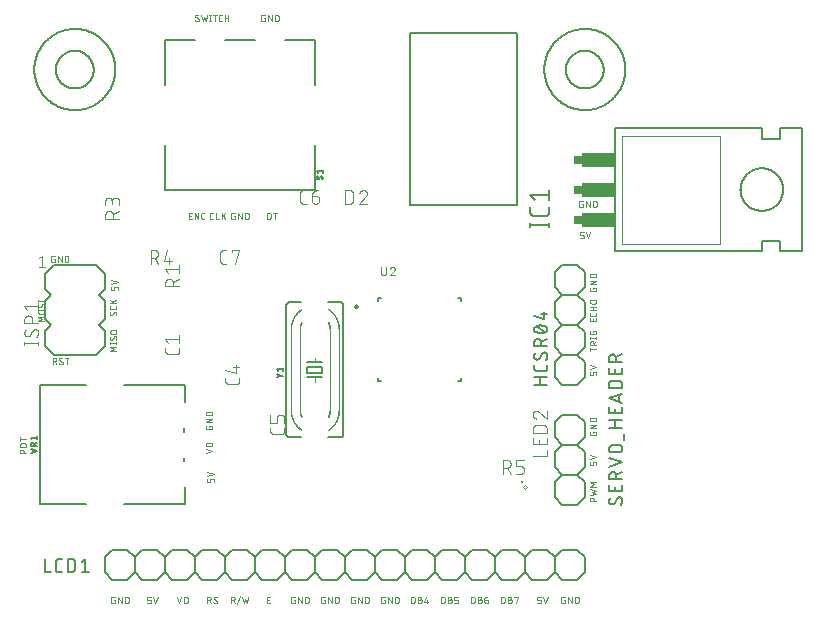
<source format=gto>
G04 EAGLE Gerber RS-274X export*
G75*
%MOMM*%
%FSLAX34Y34*%
%LPD*%
%INSilkscreen Top*%
%IPPOS*%
%AMOC8*
5,1,8,0,0,1.08239X$1,22.5*%
G01*
%ADD10C,0.050800*%
%ADD11C,0.127000*%
%ADD12C,0.101600*%
%ADD13C,0.152400*%
%ADD14R,0.635000X0.762000*%
%ADD15R,2.794000X1.270000*%
%ADD16C,0.177800*%
%ADD17C,0.076200*%
%ADD18C,0.063400*%
%ADD19C,0.250000*%
%ADD20C,0.203200*%
%ADD21C,0.200000*%
%ADD22C,0.005078*%


D10*
X185307Y8438D02*
X186238Y8438D01*
X186238Y5334D01*
X184376Y5334D01*
X184306Y5336D01*
X184237Y5342D01*
X184168Y5352D01*
X184100Y5365D01*
X184032Y5383D01*
X183966Y5404D01*
X183901Y5429D01*
X183837Y5457D01*
X183775Y5489D01*
X183715Y5524D01*
X183657Y5563D01*
X183602Y5605D01*
X183548Y5650D01*
X183498Y5698D01*
X183450Y5748D01*
X183405Y5802D01*
X183363Y5857D01*
X183324Y5915D01*
X183289Y5975D01*
X183257Y6037D01*
X183229Y6101D01*
X183204Y6166D01*
X183183Y6232D01*
X183165Y6300D01*
X183152Y6368D01*
X183142Y6437D01*
X183136Y6506D01*
X183134Y6576D01*
X183134Y9680D01*
X183136Y9750D01*
X183142Y9819D01*
X183152Y9888D01*
X183165Y9956D01*
X183183Y10024D01*
X183204Y10090D01*
X183229Y10155D01*
X183257Y10219D01*
X183289Y10281D01*
X183324Y10341D01*
X183363Y10399D01*
X183405Y10454D01*
X183450Y10508D01*
X183498Y10558D01*
X183548Y10606D01*
X183602Y10651D01*
X183657Y10693D01*
X183715Y10732D01*
X183775Y10767D01*
X183837Y10799D01*
X183901Y10827D01*
X183966Y10852D01*
X184032Y10873D01*
X184100Y10891D01*
X184168Y10904D01*
X184237Y10914D01*
X184306Y10920D01*
X184376Y10922D01*
X186238Y10922D01*
X188986Y10922D02*
X188986Y5334D01*
X192091Y5334D02*
X188986Y10922D01*
X192091Y10922D02*
X192091Y5334D01*
X194838Y5334D02*
X194838Y10922D01*
X196390Y10922D01*
X196466Y10920D01*
X196542Y10915D01*
X196618Y10905D01*
X196693Y10892D01*
X196767Y10875D01*
X196841Y10855D01*
X196913Y10831D01*
X196984Y10804D01*
X197054Y10773D01*
X197122Y10739D01*
X197188Y10701D01*
X197252Y10660D01*
X197315Y10617D01*
X197375Y10570D01*
X197432Y10520D01*
X197487Y10467D01*
X197540Y10412D01*
X197590Y10355D01*
X197637Y10295D01*
X197680Y10232D01*
X197721Y10168D01*
X197759Y10102D01*
X197793Y10034D01*
X197824Y9964D01*
X197851Y9893D01*
X197875Y9820D01*
X197895Y9747D01*
X197912Y9673D01*
X197925Y9598D01*
X197935Y9522D01*
X197940Y9446D01*
X197942Y9370D01*
X197943Y9370D02*
X197943Y6886D01*
X197942Y6886D02*
X197940Y6807D01*
X197934Y6729D01*
X197924Y6651D01*
X197910Y6574D01*
X197892Y6497D01*
X197871Y6421D01*
X197845Y6347D01*
X197816Y6274D01*
X197783Y6203D01*
X197747Y6133D01*
X197707Y6065D01*
X197664Y5999D01*
X197617Y5936D01*
X197568Y5875D01*
X197515Y5817D01*
X197459Y5761D01*
X197401Y5708D01*
X197340Y5659D01*
X197277Y5612D01*
X197211Y5569D01*
X197143Y5529D01*
X197074Y5493D01*
X197002Y5460D01*
X196929Y5431D01*
X196855Y5405D01*
X196779Y5384D01*
X196702Y5366D01*
X196625Y5352D01*
X196547Y5342D01*
X196469Y5336D01*
X196390Y5334D01*
X194838Y5334D01*
X363107Y8438D02*
X364038Y8438D01*
X364038Y5334D01*
X362176Y5334D01*
X362106Y5336D01*
X362037Y5342D01*
X361968Y5352D01*
X361900Y5365D01*
X361832Y5383D01*
X361766Y5404D01*
X361701Y5429D01*
X361637Y5457D01*
X361575Y5489D01*
X361515Y5524D01*
X361457Y5563D01*
X361402Y5605D01*
X361348Y5650D01*
X361298Y5698D01*
X361250Y5748D01*
X361205Y5802D01*
X361163Y5857D01*
X361124Y5915D01*
X361089Y5975D01*
X361057Y6037D01*
X361029Y6101D01*
X361004Y6166D01*
X360983Y6232D01*
X360965Y6300D01*
X360952Y6368D01*
X360942Y6437D01*
X360936Y6506D01*
X360934Y6576D01*
X360934Y9680D01*
X360936Y9750D01*
X360942Y9819D01*
X360952Y9888D01*
X360965Y9956D01*
X360983Y10024D01*
X361004Y10090D01*
X361029Y10155D01*
X361057Y10219D01*
X361089Y10281D01*
X361124Y10341D01*
X361163Y10399D01*
X361205Y10454D01*
X361250Y10508D01*
X361298Y10558D01*
X361348Y10606D01*
X361402Y10651D01*
X361457Y10693D01*
X361515Y10732D01*
X361575Y10767D01*
X361637Y10799D01*
X361701Y10827D01*
X361766Y10852D01*
X361832Y10873D01*
X361900Y10891D01*
X361968Y10904D01*
X362037Y10914D01*
X362106Y10920D01*
X362176Y10922D01*
X364038Y10922D01*
X366786Y10922D02*
X366786Y5334D01*
X369891Y5334D02*
X366786Y10922D01*
X369891Y10922D02*
X369891Y5334D01*
X372638Y5334D02*
X372638Y10922D01*
X374190Y10922D01*
X374266Y10920D01*
X374342Y10915D01*
X374418Y10905D01*
X374493Y10892D01*
X374567Y10875D01*
X374641Y10855D01*
X374713Y10831D01*
X374784Y10804D01*
X374854Y10773D01*
X374922Y10739D01*
X374988Y10701D01*
X375052Y10660D01*
X375115Y10617D01*
X375175Y10570D01*
X375232Y10520D01*
X375287Y10467D01*
X375340Y10412D01*
X375390Y10355D01*
X375437Y10295D01*
X375480Y10232D01*
X375521Y10168D01*
X375559Y10102D01*
X375593Y10034D01*
X375624Y9964D01*
X375651Y9893D01*
X375675Y9820D01*
X375695Y9747D01*
X375712Y9673D01*
X375725Y9598D01*
X375735Y9522D01*
X375740Y9446D01*
X375742Y9370D01*
X375743Y9370D02*
X375743Y6886D01*
X375742Y6886D02*
X375740Y6807D01*
X375734Y6729D01*
X375724Y6651D01*
X375710Y6574D01*
X375692Y6497D01*
X375671Y6421D01*
X375645Y6347D01*
X375616Y6274D01*
X375583Y6203D01*
X375547Y6133D01*
X375507Y6065D01*
X375464Y5999D01*
X375417Y5936D01*
X375368Y5875D01*
X375315Y5817D01*
X375259Y5761D01*
X375201Y5708D01*
X375140Y5659D01*
X375077Y5612D01*
X375011Y5569D01*
X374943Y5529D01*
X374874Y5493D01*
X374802Y5460D01*
X374729Y5431D01*
X374655Y5405D01*
X374579Y5384D01*
X374502Y5366D01*
X374425Y5352D01*
X374347Y5342D01*
X374269Y5336D01*
X374190Y5334D01*
X372638Y5334D01*
X388507Y8438D02*
X389438Y8438D01*
X389438Y5334D01*
X387576Y5334D01*
X387506Y5336D01*
X387437Y5342D01*
X387368Y5352D01*
X387300Y5365D01*
X387232Y5383D01*
X387166Y5404D01*
X387101Y5429D01*
X387037Y5457D01*
X386975Y5489D01*
X386915Y5524D01*
X386857Y5563D01*
X386802Y5605D01*
X386748Y5650D01*
X386698Y5698D01*
X386650Y5748D01*
X386605Y5802D01*
X386563Y5857D01*
X386524Y5915D01*
X386489Y5975D01*
X386457Y6037D01*
X386429Y6101D01*
X386404Y6166D01*
X386383Y6232D01*
X386365Y6300D01*
X386352Y6368D01*
X386342Y6437D01*
X386336Y6506D01*
X386334Y6576D01*
X386334Y9680D01*
X386336Y9750D01*
X386342Y9819D01*
X386352Y9888D01*
X386365Y9956D01*
X386383Y10024D01*
X386404Y10090D01*
X386429Y10155D01*
X386457Y10219D01*
X386489Y10281D01*
X386524Y10341D01*
X386563Y10399D01*
X386605Y10454D01*
X386650Y10508D01*
X386698Y10558D01*
X386748Y10606D01*
X386802Y10651D01*
X386857Y10693D01*
X386915Y10732D01*
X386975Y10767D01*
X387037Y10799D01*
X387101Y10827D01*
X387166Y10852D01*
X387232Y10873D01*
X387300Y10891D01*
X387368Y10904D01*
X387437Y10914D01*
X387506Y10920D01*
X387576Y10922D01*
X389438Y10922D01*
X392186Y10922D02*
X392186Y5334D01*
X395291Y5334D02*
X392186Y10922D01*
X395291Y10922D02*
X395291Y5334D01*
X398038Y5334D02*
X398038Y10922D01*
X399590Y10922D01*
X399666Y10920D01*
X399742Y10915D01*
X399818Y10905D01*
X399893Y10892D01*
X399967Y10875D01*
X400041Y10855D01*
X400113Y10831D01*
X400184Y10804D01*
X400254Y10773D01*
X400322Y10739D01*
X400388Y10701D01*
X400452Y10660D01*
X400515Y10617D01*
X400575Y10570D01*
X400632Y10520D01*
X400687Y10467D01*
X400740Y10412D01*
X400790Y10355D01*
X400837Y10295D01*
X400880Y10232D01*
X400921Y10168D01*
X400959Y10102D01*
X400993Y10034D01*
X401024Y9964D01*
X401051Y9893D01*
X401075Y9820D01*
X401095Y9747D01*
X401112Y9673D01*
X401125Y9598D01*
X401135Y9522D01*
X401140Y9446D01*
X401142Y9370D01*
X401143Y9370D02*
X401143Y6886D01*
X401142Y6886D02*
X401140Y6807D01*
X401134Y6729D01*
X401124Y6651D01*
X401110Y6574D01*
X401092Y6497D01*
X401071Y6421D01*
X401045Y6347D01*
X401016Y6274D01*
X400983Y6203D01*
X400947Y6133D01*
X400907Y6065D01*
X400864Y5999D01*
X400817Y5936D01*
X400768Y5875D01*
X400715Y5817D01*
X400659Y5761D01*
X400601Y5708D01*
X400540Y5659D01*
X400477Y5612D01*
X400411Y5569D01*
X400343Y5529D01*
X400274Y5493D01*
X400202Y5460D01*
X400129Y5431D01*
X400055Y5405D01*
X399979Y5384D01*
X399902Y5366D01*
X399825Y5352D01*
X399747Y5342D01*
X399669Y5336D01*
X399590Y5334D01*
X398038Y5334D01*
X413907Y8438D02*
X414838Y8438D01*
X414838Y5334D01*
X412976Y5334D01*
X412906Y5336D01*
X412837Y5342D01*
X412768Y5352D01*
X412700Y5365D01*
X412632Y5383D01*
X412566Y5404D01*
X412501Y5429D01*
X412437Y5457D01*
X412375Y5489D01*
X412315Y5524D01*
X412257Y5563D01*
X412202Y5605D01*
X412148Y5650D01*
X412098Y5698D01*
X412050Y5748D01*
X412005Y5802D01*
X411963Y5857D01*
X411924Y5915D01*
X411889Y5975D01*
X411857Y6037D01*
X411829Y6101D01*
X411804Y6166D01*
X411783Y6232D01*
X411765Y6300D01*
X411752Y6368D01*
X411742Y6437D01*
X411736Y6506D01*
X411734Y6576D01*
X411734Y9680D01*
X411736Y9750D01*
X411742Y9819D01*
X411752Y9888D01*
X411765Y9956D01*
X411783Y10024D01*
X411804Y10090D01*
X411829Y10155D01*
X411857Y10219D01*
X411889Y10281D01*
X411924Y10341D01*
X411963Y10399D01*
X412005Y10454D01*
X412050Y10508D01*
X412098Y10558D01*
X412148Y10606D01*
X412202Y10651D01*
X412257Y10693D01*
X412315Y10732D01*
X412375Y10767D01*
X412437Y10799D01*
X412501Y10827D01*
X412566Y10852D01*
X412632Y10873D01*
X412700Y10891D01*
X412768Y10904D01*
X412837Y10914D01*
X412906Y10920D01*
X412976Y10922D01*
X414838Y10922D01*
X417586Y10922D02*
X417586Y5334D01*
X420691Y5334D02*
X417586Y10922D01*
X420691Y10922D02*
X420691Y5334D01*
X423438Y5334D02*
X423438Y10922D01*
X424990Y10922D01*
X425066Y10920D01*
X425142Y10915D01*
X425218Y10905D01*
X425293Y10892D01*
X425367Y10875D01*
X425441Y10855D01*
X425513Y10831D01*
X425584Y10804D01*
X425654Y10773D01*
X425722Y10739D01*
X425788Y10701D01*
X425852Y10660D01*
X425915Y10617D01*
X425975Y10570D01*
X426032Y10520D01*
X426087Y10467D01*
X426140Y10412D01*
X426190Y10355D01*
X426237Y10295D01*
X426280Y10232D01*
X426321Y10168D01*
X426359Y10102D01*
X426393Y10034D01*
X426424Y9964D01*
X426451Y9893D01*
X426475Y9820D01*
X426495Y9747D01*
X426512Y9673D01*
X426525Y9598D01*
X426535Y9522D01*
X426540Y9446D01*
X426542Y9370D01*
X426543Y9370D02*
X426543Y6886D01*
X426542Y6886D02*
X426540Y6807D01*
X426534Y6729D01*
X426524Y6651D01*
X426510Y6574D01*
X426492Y6497D01*
X426471Y6421D01*
X426445Y6347D01*
X426416Y6274D01*
X426383Y6203D01*
X426347Y6133D01*
X426307Y6065D01*
X426264Y5999D01*
X426217Y5936D01*
X426168Y5875D01*
X426115Y5817D01*
X426059Y5761D01*
X426001Y5708D01*
X425940Y5659D01*
X425877Y5612D01*
X425811Y5569D01*
X425743Y5529D01*
X425674Y5493D01*
X425602Y5460D01*
X425529Y5431D01*
X425455Y5405D01*
X425379Y5384D01*
X425302Y5366D01*
X425225Y5352D01*
X425147Y5342D01*
X425069Y5336D01*
X424990Y5334D01*
X423438Y5334D01*
X338638Y8438D02*
X337707Y8438D01*
X338638Y8438D02*
X338638Y5334D01*
X336776Y5334D01*
X336706Y5336D01*
X336637Y5342D01*
X336568Y5352D01*
X336500Y5365D01*
X336432Y5383D01*
X336366Y5404D01*
X336301Y5429D01*
X336237Y5457D01*
X336175Y5489D01*
X336115Y5524D01*
X336057Y5563D01*
X336002Y5605D01*
X335948Y5650D01*
X335898Y5698D01*
X335850Y5748D01*
X335805Y5802D01*
X335763Y5857D01*
X335724Y5915D01*
X335689Y5975D01*
X335657Y6037D01*
X335629Y6101D01*
X335604Y6166D01*
X335583Y6232D01*
X335565Y6300D01*
X335552Y6368D01*
X335542Y6437D01*
X335536Y6506D01*
X335534Y6576D01*
X335534Y9680D01*
X335536Y9750D01*
X335542Y9819D01*
X335552Y9888D01*
X335565Y9956D01*
X335583Y10024D01*
X335604Y10090D01*
X335629Y10155D01*
X335657Y10219D01*
X335689Y10281D01*
X335724Y10341D01*
X335763Y10399D01*
X335805Y10454D01*
X335850Y10508D01*
X335898Y10558D01*
X335948Y10606D01*
X336002Y10651D01*
X336057Y10693D01*
X336115Y10732D01*
X336175Y10767D01*
X336237Y10799D01*
X336301Y10827D01*
X336366Y10852D01*
X336432Y10873D01*
X336500Y10891D01*
X336568Y10904D01*
X336637Y10914D01*
X336706Y10920D01*
X336776Y10922D01*
X338638Y10922D01*
X341386Y10922D02*
X341386Y5334D01*
X344491Y5334D02*
X341386Y10922D01*
X344491Y10922D02*
X344491Y5334D01*
X347238Y5334D02*
X347238Y10922D01*
X348790Y10922D01*
X348866Y10920D01*
X348942Y10915D01*
X349018Y10905D01*
X349093Y10892D01*
X349167Y10875D01*
X349241Y10855D01*
X349313Y10831D01*
X349384Y10804D01*
X349454Y10773D01*
X349522Y10739D01*
X349588Y10701D01*
X349652Y10660D01*
X349715Y10617D01*
X349775Y10570D01*
X349832Y10520D01*
X349887Y10467D01*
X349940Y10412D01*
X349990Y10355D01*
X350037Y10295D01*
X350080Y10232D01*
X350121Y10168D01*
X350159Y10102D01*
X350193Y10034D01*
X350224Y9964D01*
X350251Y9893D01*
X350275Y9820D01*
X350295Y9747D01*
X350312Y9673D01*
X350325Y9598D01*
X350335Y9522D01*
X350340Y9446D01*
X350342Y9370D01*
X350343Y9370D02*
X350343Y6886D01*
X350342Y6886D02*
X350340Y6807D01*
X350334Y6729D01*
X350324Y6651D01*
X350310Y6574D01*
X350292Y6497D01*
X350271Y6421D01*
X350245Y6347D01*
X350216Y6274D01*
X350183Y6203D01*
X350147Y6133D01*
X350107Y6065D01*
X350064Y5999D01*
X350017Y5936D01*
X349968Y5875D01*
X349915Y5817D01*
X349859Y5761D01*
X349801Y5708D01*
X349740Y5659D01*
X349677Y5612D01*
X349611Y5569D01*
X349543Y5529D01*
X349474Y5493D01*
X349402Y5460D01*
X349329Y5431D01*
X349255Y5405D01*
X349179Y5384D01*
X349102Y5366D01*
X349025Y5352D01*
X348947Y5342D01*
X348869Y5336D01*
X348790Y5334D01*
X347238Y5334D01*
X566307Y8438D02*
X567238Y8438D01*
X567238Y5334D01*
X565376Y5334D01*
X565306Y5336D01*
X565237Y5342D01*
X565168Y5352D01*
X565100Y5365D01*
X565032Y5383D01*
X564966Y5404D01*
X564901Y5429D01*
X564837Y5457D01*
X564775Y5489D01*
X564715Y5524D01*
X564657Y5563D01*
X564602Y5605D01*
X564548Y5650D01*
X564498Y5698D01*
X564450Y5748D01*
X564405Y5802D01*
X564363Y5857D01*
X564324Y5915D01*
X564289Y5975D01*
X564257Y6037D01*
X564229Y6101D01*
X564204Y6166D01*
X564183Y6232D01*
X564165Y6300D01*
X564152Y6368D01*
X564142Y6437D01*
X564136Y6506D01*
X564134Y6576D01*
X564134Y9680D01*
X564136Y9750D01*
X564142Y9819D01*
X564152Y9888D01*
X564165Y9956D01*
X564183Y10024D01*
X564204Y10090D01*
X564229Y10155D01*
X564257Y10219D01*
X564289Y10281D01*
X564324Y10341D01*
X564363Y10399D01*
X564405Y10454D01*
X564450Y10508D01*
X564498Y10558D01*
X564548Y10606D01*
X564602Y10651D01*
X564657Y10693D01*
X564715Y10732D01*
X564775Y10767D01*
X564837Y10799D01*
X564901Y10827D01*
X564966Y10852D01*
X565032Y10873D01*
X565100Y10891D01*
X565168Y10904D01*
X565237Y10914D01*
X565306Y10920D01*
X565376Y10922D01*
X567238Y10922D01*
X569986Y10922D02*
X569986Y5334D01*
X573091Y5334D02*
X569986Y10922D01*
X573091Y10922D02*
X573091Y5334D01*
X575838Y5334D02*
X575838Y10922D01*
X577390Y10922D01*
X577466Y10920D01*
X577542Y10915D01*
X577618Y10905D01*
X577693Y10892D01*
X577767Y10875D01*
X577841Y10855D01*
X577913Y10831D01*
X577984Y10804D01*
X578054Y10773D01*
X578122Y10739D01*
X578188Y10701D01*
X578252Y10660D01*
X578315Y10617D01*
X578375Y10570D01*
X578432Y10520D01*
X578487Y10467D01*
X578540Y10412D01*
X578590Y10355D01*
X578637Y10295D01*
X578680Y10232D01*
X578721Y10168D01*
X578759Y10102D01*
X578793Y10034D01*
X578824Y9964D01*
X578851Y9893D01*
X578875Y9820D01*
X578895Y9747D01*
X578912Y9673D01*
X578925Y9598D01*
X578935Y9522D01*
X578940Y9446D01*
X578942Y9370D01*
X578943Y9370D02*
X578943Y6886D01*
X578942Y6886D02*
X578940Y6807D01*
X578934Y6729D01*
X578924Y6651D01*
X578910Y6574D01*
X578892Y6497D01*
X578871Y6421D01*
X578845Y6347D01*
X578816Y6274D01*
X578783Y6203D01*
X578747Y6133D01*
X578707Y6065D01*
X578664Y5999D01*
X578617Y5936D01*
X578568Y5875D01*
X578515Y5817D01*
X578459Y5761D01*
X578401Y5708D01*
X578340Y5659D01*
X578277Y5612D01*
X578211Y5569D01*
X578143Y5529D01*
X578074Y5493D01*
X578002Y5460D01*
X577929Y5431D01*
X577855Y5405D01*
X577779Y5384D01*
X577702Y5366D01*
X577625Y5352D01*
X577547Y5342D01*
X577469Y5336D01*
X577390Y5334D01*
X575838Y5334D01*
X215477Y5334D02*
X213614Y5334D01*
X215477Y5334D02*
X215547Y5336D01*
X215616Y5342D01*
X215685Y5352D01*
X215753Y5365D01*
X215821Y5383D01*
X215887Y5404D01*
X215952Y5429D01*
X216016Y5457D01*
X216078Y5489D01*
X216138Y5524D01*
X216196Y5563D01*
X216251Y5605D01*
X216305Y5650D01*
X216355Y5698D01*
X216403Y5748D01*
X216448Y5802D01*
X216490Y5857D01*
X216529Y5915D01*
X216564Y5975D01*
X216596Y6037D01*
X216624Y6101D01*
X216649Y6166D01*
X216670Y6232D01*
X216688Y6300D01*
X216701Y6368D01*
X216711Y6437D01*
X216717Y6506D01*
X216719Y6576D01*
X216718Y6576D02*
X216718Y7197D01*
X216719Y7197D02*
X216717Y7267D01*
X216711Y7336D01*
X216701Y7405D01*
X216688Y7473D01*
X216670Y7541D01*
X216649Y7607D01*
X216624Y7672D01*
X216596Y7736D01*
X216564Y7798D01*
X216529Y7858D01*
X216490Y7916D01*
X216448Y7971D01*
X216403Y8025D01*
X216355Y8075D01*
X216305Y8123D01*
X216251Y8168D01*
X216196Y8210D01*
X216138Y8249D01*
X216078Y8284D01*
X216016Y8316D01*
X215952Y8344D01*
X215887Y8369D01*
X215821Y8390D01*
X215753Y8408D01*
X215685Y8421D01*
X215616Y8431D01*
X215547Y8437D01*
X215477Y8439D01*
X215477Y8438D02*
X213614Y8438D01*
X213614Y10922D01*
X216718Y10922D01*
X218790Y10922D02*
X220653Y5334D01*
X222515Y10922D01*
X543814Y5334D02*
X545677Y5334D01*
X545747Y5336D01*
X545816Y5342D01*
X545885Y5352D01*
X545953Y5365D01*
X546021Y5383D01*
X546087Y5404D01*
X546152Y5429D01*
X546216Y5457D01*
X546278Y5489D01*
X546338Y5524D01*
X546396Y5563D01*
X546451Y5605D01*
X546505Y5650D01*
X546555Y5698D01*
X546603Y5748D01*
X546648Y5802D01*
X546690Y5857D01*
X546729Y5915D01*
X546764Y5975D01*
X546796Y6037D01*
X546824Y6101D01*
X546849Y6166D01*
X546870Y6232D01*
X546888Y6300D01*
X546901Y6368D01*
X546911Y6437D01*
X546917Y6506D01*
X546919Y6576D01*
X546918Y6576D02*
X546918Y7197D01*
X546919Y7197D02*
X546917Y7267D01*
X546911Y7336D01*
X546901Y7405D01*
X546888Y7473D01*
X546870Y7541D01*
X546849Y7607D01*
X546824Y7672D01*
X546796Y7736D01*
X546764Y7798D01*
X546729Y7858D01*
X546690Y7916D01*
X546648Y7971D01*
X546603Y8025D01*
X546555Y8075D01*
X546505Y8123D01*
X546451Y8168D01*
X546396Y8210D01*
X546338Y8249D01*
X546278Y8284D01*
X546216Y8316D01*
X546152Y8344D01*
X546087Y8369D01*
X546021Y8390D01*
X545953Y8408D01*
X545885Y8421D01*
X545816Y8431D01*
X545747Y8437D01*
X545677Y8439D01*
X545677Y8438D02*
X543814Y8438D01*
X543814Y10922D01*
X546918Y10922D01*
X548990Y10922D02*
X550853Y5334D01*
X552715Y10922D01*
X594106Y122174D02*
X594106Y124037D01*
X594104Y124107D01*
X594098Y124176D01*
X594088Y124245D01*
X594075Y124313D01*
X594057Y124381D01*
X594036Y124447D01*
X594011Y124512D01*
X593983Y124576D01*
X593951Y124638D01*
X593916Y124698D01*
X593877Y124756D01*
X593835Y124811D01*
X593790Y124865D01*
X593742Y124915D01*
X593692Y124963D01*
X593638Y125008D01*
X593583Y125050D01*
X593525Y125089D01*
X593465Y125124D01*
X593403Y125156D01*
X593339Y125184D01*
X593274Y125209D01*
X593208Y125230D01*
X593140Y125248D01*
X593072Y125261D01*
X593003Y125271D01*
X592934Y125277D01*
X592864Y125279D01*
X592864Y125278D02*
X592243Y125278D01*
X592243Y125279D02*
X592173Y125277D01*
X592104Y125271D01*
X592035Y125261D01*
X591967Y125248D01*
X591899Y125230D01*
X591833Y125209D01*
X591768Y125184D01*
X591704Y125156D01*
X591642Y125124D01*
X591582Y125089D01*
X591524Y125050D01*
X591469Y125008D01*
X591415Y124963D01*
X591365Y124915D01*
X591317Y124865D01*
X591272Y124811D01*
X591230Y124756D01*
X591191Y124698D01*
X591156Y124638D01*
X591124Y124576D01*
X591096Y124512D01*
X591071Y124447D01*
X591050Y124381D01*
X591032Y124313D01*
X591019Y124245D01*
X591009Y124176D01*
X591003Y124107D01*
X591001Y124037D01*
X591002Y124037D02*
X591002Y122174D01*
X588518Y122174D01*
X588518Y125278D01*
X588518Y127350D02*
X594106Y129213D01*
X588518Y131075D01*
X594106Y198374D02*
X594106Y200237D01*
X594104Y200307D01*
X594098Y200376D01*
X594088Y200445D01*
X594075Y200513D01*
X594057Y200581D01*
X594036Y200647D01*
X594011Y200712D01*
X593983Y200776D01*
X593951Y200838D01*
X593916Y200898D01*
X593877Y200956D01*
X593835Y201011D01*
X593790Y201065D01*
X593742Y201115D01*
X593692Y201163D01*
X593638Y201208D01*
X593583Y201250D01*
X593525Y201289D01*
X593465Y201324D01*
X593403Y201356D01*
X593339Y201384D01*
X593274Y201409D01*
X593208Y201430D01*
X593140Y201448D01*
X593072Y201461D01*
X593003Y201471D01*
X592934Y201477D01*
X592864Y201479D01*
X592864Y201478D02*
X592243Y201478D01*
X592243Y201479D02*
X592173Y201477D01*
X592104Y201471D01*
X592035Y201461D01*
X591967Y201448D01*
X591899Y201430D01*
X591833Y201409D01*
X591768Y201384D01*
X591704Y201356D01*
X591642Y201324D01*
X591582Y201289D01*
X591524Y201250D01*
X591469Y201208D01*
X591415Y201163D01*
X591365Y201115D01*
X591317Y201065D01*
X591272Y201011D01*
X591230Y200956D01*
X591191Y200898D01*
X591156Y200838D01*
X591124Y200776D01*
X591096Y200712D01*
X591071Y200647D01*
X591050Y200581D01*
X591032Y200513D01*
X591019Y200445D01*
X591009Y200376D01*
X591003Y200307D01*
X591001Y200237D01*
X591002Y200237D02*
X591002Y198374D01*
X588518Y198374D01*
X588518Y201478D01*
X588518Y203550D02*
X594106Y205413D01*
X588518Y207275D01*
X581987Y314198D02*
X580125Y314198D01*
X581987Y314198D02*
X582057Y314200D01*
X582126Y314206D01*
X582195Y314216D01*
X582263Y314229D01*
X582331Y314247D01*
X582397Y314268D01*
X582462Y314293D01*
X582526Y314321D01*
X582588Y314353D01*
X582648Y314388D01*
X582706Y314427D01*
X582761Y314469D01*
X582815Y314514D01*
X582865Y314562D01*
X582913Y314612D01*
X582958Y314666D01*
X583000Y314721D01*
X583039Y314779D01*
X583074Y314839D01*
X583106Y314901D01*
X583134Y314965D01*
X583159Y315030D01*
X583180Y315096D01*
X583198Y315164D01*
X583211Y315232D01*
X583221Y315301D01*
X583227Y315370D01*
X583229Y315440D01*
X583229Y316061D01*
X583227Y316131D01*
X583221Y316200D01*
X583211Y316269D01*
X583198Y316337D01*
X583180Y316405D01*
X583159Y316471D01*
X583134Y316536D01*
X583106Y316600D01*
X583074Y316662D01*
X583039Y316722D01*
X583000Y316780D01*
X582958Y316835D01*
X582913Y316889D01*
X582865Y316939D01*
X582815Y316987D01*
X582761Y317032D01*
X582706Y317074D01*
X582648Y317113D01*
X582588Y317148D01*
X582526Y317180D01*
X582462Y317208D01*
X582397Y317233D01*
X582331Y317254D01*
X582263Y317272D01*
X582195Y317285D01*
X582126Y317295D01*
X582057Y317301D01*
X581987Y317303D01*
X581987Y317302D02*
X580125Y317302D01*
X580125Y319786D01*
X583229Y319786D01*
X585301Y319786D02*
X587163Y314198D01*
X589026Y319786D01*
X270002Y109547D02*
X270002Y107685D01*
X270002Y109547D02*
X270000Y109617D01*
X269994Y109686D01*
X269984Y109755D01*
X269971Y109823D01*
X269953Y109891D01*
X269932Y109957D01*
X269907Y110022D01*
X269879Y110086D01*
X269847Y110148D01*
X269812Y110208D01*
X269773Y110266D01*
X269731Y110321D01*
X269686Y110375D01*
X269638Y110425D01*
X269588Y110473D01*
X269534Y110518D01*
X269479Y110560D01*
X269421Y110599D01*
X269361Y110634D01*
X269299Y110666D01*
X269235Y110694D01*
X269170Y110719D01*
X269104Y110740D01*
X269036Y110758D01*
X268968Y110771D01*
X268899Y110781D01*
X268830Y110787D01*
X268760Y110789D01*
X268139Y110789D01*
X268069Y110787D01*
X268000Y110781D01*
X267931Y110771D01*
X267863Y110758D01*
X267795Y110740D01*
X267729Y110719D01*
X267664Y110694D01*
X267600Y110666D01*
X267538Y110634D01*
X267478Y110599D01*
X267420Y110560D01*
X267365Y110518D01*
X267311Y110473D01*
X267261Y110425D01*
X267213Y110375D01*
X267168Y110321D01*
X267126Y110266D01*
X267087Y110208D01*
X267052Y110148D01*
X267020Y110086D01*
X266992Y110022D01*
X266967Y109957D01*
X266946Y109891D01*
X266928Y109823D01*
X266915Y109755D01*
X266905Y109686D01*
X266899Y109617D01*
X266897Y109547D01*
X266898Y109547D02*
X266898Y107685D01*
X264414Y107685D01*
X264414Y110789D01*
X264414Y112861D02*
X270002Y114723D01*
X264414Y116586D01*
X188722Y270245D02*
X188722Y272107D01*
X188720Y272177D01*
X188714Y272246D01*
X188704Y272315D01*
X188691Y272383D01*
X188673Y272451D01*
X188652Y272517D01*
X188627Y272582D01*
X188599Y272646D01*
X188567Y272708D01*
X188532Y272768D01*
X188493Y272826D01*
X188451Y272881D01*
X188406Y272935D01*
X188358Y272985D01*
X188308Y273033D01*
X188254Y273078D01*
X188199Y273120D01*
X188141Y273159D01*
X188081Y273194D01*
X188019Y273226D01*
X187955Y273254D01*
X187890Y273279D01*
X187824Y273300D01*
X187756Y273318D01*
X187688Y273331D01*
X187619Y273341D01*
X187550Y273347D01*
X187480Y273349D01*
X186859Y273349D01*
X186789Y273347D01*
X186720Y273341D01*
X186651Y273331D01*
X186583Y273318D01*
X186515Y273300D01*
X186449Y273279D01*
X186384Y273254D01*
X186320Y273226D01*
X186258Y273194D01*
X186198Y273159D01*
X186140Y273120D01*
X186085Y273078D01*
X186031Y273033D01*
X185981Y272985D01*
X185933Y272935D01*
X185888Y272881D01*
X185846Y272826D01*
X185807Y272768D01*
X185772Y272708D01*
X185740Y272646D01*
X185712Y272582D01*
X185687Y272517D01*
X185666Y272451D01*
X185648Y272383D01*
X185635Y272315D01*
X185625Y272246D01*
X185619Y272177D01*
X185617Y272107D01*
X185618Y272107D02*
X185618Y270245D01*
X183134Y270245D01*
X183134Y273349D01*
X183134Y275421D02*
X188722Y277283D01*
X183134Y279146D01*
X265882Y155758D02*
X265882Y154827D01*
X265882Y155758D02*
X268986Y155758D01*
X268986Y153896D01*
X268984Y153826D01*
X268978Y153757D01*
X268968Y153688D01*
X268955Y153620D01*
X268937Y153552D01*
X268916Y153486D01*
X268891Y153421D01*
X268863Y153357D01*
X268831Y153295D01*
X268796Y153235D01*
X268757Y153177D01*
X268715Y153122D01*
X268670Y153068D01*
X268622Y153018D01*
X268572Y152970D01*
X268518Y152925D01*
X268463Y152883D01*
X268405Y152844D01*
X268345Y152809D01*
X268283Y152777D01*
X268219Y152749D01*
X268154Y152724D01*
X268088Y152703D01*
X268020Y152685D01*
X267952Y152672D01*
X267883Y152662D01*
X267814Y152656D01*
X267744Y152654D01*
X264640Y152654D01*
X264570Y152656D01*
X264501Y152662D01*
X264432Y152672D01*
X264364Y152685D01*
X264296Y152703D01*
X264230Y152724D01*
X264165Y152749D01*
X264101Y152777D01*
X264039Y152809D01*
X263979Y152844D01*
X263921Y152883D01*
X263866Y152925D01*
X263812Y152970D01*
X263762Y153018D01*
X263714Y153068D01*
X263669Y153122D01*
X263627Y153177D01*
X263588Y153235D01*
X263553Y153295D01*
X263521Y153357D01*
X263493Y153421D01*
X263468Y153486D01*
X263447Y153552D01*
X263429Y153620D01*
X263416Y153688D01*
X263406Y153757D01*
X263400Y153826D01*
X263398Y153896D01*
X263398Y155758D01*
X263398Y158506D02*
X268986Y158506D01*
X268986Y161611D02*
X263398Y158506D01*
X263398Y161611D02*
X268986Y161611D01*
X268986Y164358D02*
X263398Y164358D01*
X263398Y165910D01*
X263400Y165986D01*
X263405Y166062D01*
X263415Y166138D01*
X263428Y166213D01*
X263445Y166287D01*
X263465Y166361D01*
X263489Y166433D01*
X263516Y166504D01*
X263547Y166574D01*
X263581Y166642D01*
X263619Y166708D01*
X263660Y166772D01*
X263703Y166835D01*
X263750Y166895D01*
X263800Y166952D01*
X263853Y167007D01*
X263908Y167060D01*
X263965Y167110D01*
X264025Y167157D01*
X264088Y167200D01*
X264152Y167241D01*
X264218Y167279D01*
X264286Y167313D01*
X264356Y167344D01*
X264427Y167371D01*
X264500Y167395D01*
X264573Y167415D01*
X264647Y167432D01*
X264722Y167445D01*
X264798Y167455D01*
X264874Y167460D01*
X264950Y167462D01*
X264950Y167463D02*
X267434Y167463D01*
X267434Y167462D02*
X267510Y167460D01*
X267586Y167455D01*
X267662Y167445D01*
X267737Y167432D01*
X267811Y167415D01*
X267885Y167395D01*
X267957Y167371D01*
X268028Y167344D01*
X268098Y167313D01*
X268166Y167279D01*
X268232Y167241D01*
X268296Y167200D01*
X268359Y167157D01*
X268419Y167110D01*
X268476Y167060D01*
X268531Y167007D01*
X268584Y166952D01*
X268634Y166895D01*
X268681Y166835D01*
X268724Y166772D01*
X268765Y166708D01*
X268803Y166642D01*
X268837Y166574D01*
X268868Y166504D01*
X268895Y166433D01*
X268919Y166361D01*
X268939Y166287D01*
X268956Y166213D01*
X268969Y166138D01*
X268979Y166062D01*
X268984Y165986D01*
X268986Y165910D01*
X268986Y164358D01*
X581547Y343718D02*
X582478Y343718D01*
X582478Y340614D01*
X580616Y340614D01*
X580546Y340616D01*
X580477Y340622D01*
X580408Y340632D01*
X580340Y340645D01*
X580272Y340663D01*
X580206Y340684D01*
X580141Y340709D01*
X580077Y340737D01*
X580015Y340769D01*
X579955Y340804D01*
X579897Y340843D01*
X579842Y340885D01*
X579788Y340930D01*
X579738Y340978D01*
X579690Y341028D01*
X579645Y341082D01*
X579603Y341137D01*
X579564Y341195D01*
X579529Y341255D01*
X579497Y341317D01*
X579469Y341381D01*
X579444Y341446D01*
X579423Y341512D01*
X579405Y341580D01*
X579392Y341648D01*
X579382Y341717D01*
X579376Y341786D01*
X579374Y341856D01*
X579374Y344960D01*
X579376Y345030D01*
X579382Y345099D01*
X579392Y345168D01*
X579405Y345236D01*
X579423Y345304D01*
X579444Y345370D01*
X579469Y345435D01*
X579497Y345499D01*
X579529Y345561D01*
X579564Y345621D01*
X579603Y345679D01*
X579645Y345734D01*
X579690Y345788D01*
X579738Y345838D01*
X579788Y345886D01*
X579842Y345931D01*
X579897Y345973D01*
X579955Y346012D01*
X580015Y346047D01*
X580077Y346079D01*
X580141Y346107D01*
X580206Y346132D01*
X580272Y346153D01*
X580340Y346171D01*
X580408Y346184D01*
X580477Y346194D01*
X580546Y346200D01*
X580616Y346202D01*
X582478Y346202D01*
X585226Y346202D02*
X585226Y340614D01*
X588331Y340614D02*
X585226Y346202D01*
X588331Y346202D02*
X588331Y340614D01*
X591078Y340614D02*
X591078Y346202D01*
X592630Y346202D01*
X592706Y346200D01*
X592782Y346195D01*
X592858Y346185D01*
X592933Y346172D01*
X593007Y346155D01*
X593081Y346135D01*
X593153Y346111D01*
X593224Y346084D01*
X593294Y346053D01*
X593362Y346019D01*
X593428Y345981D01*
X593492Y345940D01*
X593555Y345897D01*
X593615Y345850D01*
X593672Y345800D01*
X593727Y345747D01*
X593780Y345692D01*
X593830Y345635D01*
X593877Y345575D01*
X593920Y345512D01*
X593961Y345448D01*
X593999Y345382D01*
X594033Y345314D01*
X594064Y345244D01*
X594091Y345173D01*
X594115Y345100D01*
X594135Y345027D01*
X594152Y344953D01*
X594165Y344878D01*
X594175Y344802D01*
X594180Y344726D01*
X594182Y344650D01*
X594183Y344650D02*
X594183Y342166D01*
X594182Y342166D02*
X594180Y342087D01*
X594174Y342009D01*
X594164Y341931D01*
X594150Y341854D01*
X594132Y341777D01*
X594111Y341701D01*
X594085Y341627D01*
X594056Y341554D01*
X594023Y341483D01*
X593987Y341413D01*
X593947Y341345D01*
X593904Y341279D01*
X593857Y341216D01*
X593808Y341155D01*
X593755Y341097D01*
X593699Y341041D01*
X593641Y340988D01*
X593580Y340939D01*
X593517Y340892D01*
X593451Y340849D01*
X593383Y340809D01*
X593314Y340773D01*
X593242Y340740D01*
X593169Y340711D01*
X593095Y340685D01*
X593019Y340664D01*
X592942Y340646D01*
X592865Y340632D01*
X592787Y340622D01*
X592709Y340616D01*
X592630Y340614D01*
X591078Y340614D01*
X135362Y296982D02*
X134430Y296982D01*
X135362Y296982D02*
X135362Y293878D01*
X133499Y293878D01*
X133429Y293880D01*
X133360Y293886D01*
X133291Y293896D01*
X133223Y293909D01*
X133155Y293927D01*
X133089Y293948D01*
X133024Y293973D01*
X132960Y294001D01*
X132898Y294033D01*
X132838Y294068D01*
X132780Y294107D01*
X132725Y294149D01*
X132671Y294194D01*
X132621Y294242D01*
X132573Y294292D01*
X132528Y294346D01*
X132486Y294401D01*
X132447Y294459D01*
X132412Y294519D01*
X132380Y294581D01*
X132352Y294645D01*
X132327Y294710D01*
X132306Y294776D01*
X132288Y294844D01*
X132275Y294912D01*
X132265Y294981D01*
X132259Y295050D01*
X132257Y295120D01*
X132257Y298224D01*
X132259Y298294D01*
X132265Y298363D01*
X132275Y298432D01*
X132288Y298500D01*
X132306Y298568D01*
X132327Y298634D01*
X132352Y298699D01*
X132380Y298763D01*
X132412Y298825D01*
X132447Y298885D01*
X132486Y298943D01*
X132528Y298998D01*
X132573Y299052D01*
X132621Y299102D01*
X132671Y299150D01*
X132725Y299195D01*
X132780Y299237D01*
X132838Y299276D01*
X132898Y299311D01*
X132960Y299343D01*
X133024Y299371D01*
X133089Y299396D01*
X133155Y299417D01*
X133223Y299435D01*
X133291Y299448D01*
X133360Y299458D01*
X133429Y299464D01*
X133499Y299466D01*
X135362Y299466D01*
X138109Y299466D02*
X138109Y293878D01*
X141214Y293878D02*
X138109Y299466D01*
X141214Y299466D02*
X141214Y293878D01*
X143962Y293878D02*
X143962Y299466D01*
X145514Y299466D01*
X145590Y299464D01*
X145666Y299459D01*
X145742Y299449D01*
X145817Y299436D01*
X145891Y299419D01*
X145965Y299399D01*
X146037Y299375D01*
X146108Y299348D01*
X146178Y299317D01*
X146246Y299283D01*
X146312Y299245D01*
X146376Y299204D01*
X146439Y299161D01*
X146499Y299114D01*
X146556Y299064D01*
X146611Y299011D01*
X146664Y298956D01*
X146714Y298899D01*
X146761Y298839D01*
X146804Y298776D01*
X146845Y298712D01*
X146883Y298646D01*
X146917Y298578D01*
X146948Y298508D01*
X146975Y298437D01*
X146999Y298364D01*
X147019Y298291D01*
X147036Y298217D01*
X147049Y298142D01*
X147059Y298066D01*
X147064Y297990D01*
X147066Y297914D01*
X147066Y295430D01*
X147064Y295351D01*
X147058Y295273D01*
X147048Y295195D01*
X147034Y295118D01*
X147016Y295041D01*
X146995Y294965D01*
X146969Y294891D01*
X146940Y294818D01*
X146907Y294747D01*
X146871Y294677D01*
X146831Y294609D01*
X146788Y294543D01*
X146741Y294480D01*
X146692Y294419D01*
X146639Y294361D01*
X146583Y294305D01*
X146525Y294252D01*
X146464Y294203D01*
X146401Y294156D01*
X146335Y294113D01*
X146267Y294073D01*
X146198Y294037D01*
X146126Y294004D01*
X146053Y293975D01*
X145979Y293949D01*
X145903Y293928D01*
X145826Y293910D01*
X145749Y293896D01*
X145671Y293886D01*
X145593Y293880D01*
X145514Y293878D01*
X143962Y293878D01*
X315214Y5334D02*
X317698Y5334D01*
X315214Y5334D02*
X315214Y10922D01*
X317698Y10922D01*
X317077Y8438D02*
X315214Y8438D01*
X284734Y10922D02*
X284734Y5334D01*
X284734Y10922D02*
X286286Y10922D01*
X286363Y10920D01*
X286441Y10914D01*
X286517Y10905D01*
X286594Y10891D01*
X286669Y10874D01*
X286743Y10853D01*
X286817Y10828D01*
X286889Y10800D01*
X286959Y10768D01*
X287028Y10733D01*
X287095Y10694D01*
X287160Y10652D01*
X287223Y10607D01*
X287284Y10559D01*
X287342Y10508D01*
X287397Y10454D01*
X287450Y10397D01*
X287499Y10338D01*
X287546Y10276D01*
X287590Y10212D01*
X287630Y10146D01*
X287667Y10078D01*
X287701Y10008D01*
X287731Y9937D01*
X287757Y9864D01*
X287780Y9790D01*
X287799Y9715D01*
X287814Y9640D01*
X287826Y9563D01*
X287834Y9486D01*
X287838Y9409D01*
X287838Y9331D01*
X287834Y9254D01*
X287826Y9177D01*
X287814Y9100D01*
X287799Y9025D01*
X287780Y8950D01*
X287757Y8876D01*
X287731Y8803D01*
X287701Y8732D01*
X287667Y8662D01*
X287630Y8594D01*
X287590Y8528D01*
X287546Y8464D01*
X287499Y8402D01*
X287450Y8343D01*
X287397Y8286D01*
X287342Y8232D01*
X287284Y8181D01*
X287223Y8133D01*
X287160Y8088D01*
X287095Y8046D01*
X287028Y8007D01*
X286959Y7972D01*
X286889Y7940D01*
X286817Y7912D01*
X286743Y7887D01*
X286669Y7866D01*
X286594Y7849D01*
X286517Y7835D01*
X286441Y7826D01*
X286363Y7820D01*
X286286Y7818D01*
X284734Y7818D01*
X286597Y7818D02*
X287838Y5334D01*
X289946Y4713D02*
X292430Y11543D01*
X294374Y10922D02*
X295615Y5334D01*
X296857Y9059D01*
X298099Y5334D01*
X299341Y10922D01*
X264414Y10922D02*
X264414Y5334D01*
X264414Y10922D02*
X265966Y10922D01*
X266043Y10920D01*
X266121Y10914D01*
X266197Y10905D01*
X266274Y10891D01*
X266349Y10874D01*
X266423Y10853D01*
X266497Y10828D01*
X266569Y10800D01*
X266639Y10768D01*
X266708Y10733D01*
X266775Y10694D01*
X266840Y10652D01*
X266903Y10607D01*
X266964Y10559D01*
X267022Y10508D01*
X267077Y10454D01*
X267130Y10397D01*
X267179Y10338D01*
X267226Y10276D01*
X267270Y10212D01*
X267310Y10146D01*
X267347Y10078D01*
X267381Y10008D01*
X267411Y9937D01*
X267437Y9864D01*
X267460Y9790D01*
X267479Y9715D01*
X267494Y9640D01*
X267506Y9563D01*
X267514Y9486D01*
X267518Y9409D01*
X267518Y9331D01*
X267514Y9254D01*
X267506Y9177D01*
X267494Y9100D01*
X267479Y9025D01*
X267460Y8950D01*
X267437Y8876D01*
X267411Y8803D01*
X267381Y8732D01*
X267347Y8662D01*
X267310Y8594D01*
X267270Y8528D01*
X267226Y8464D01*
X267179Y8402D01*
X267130Y8343D01*
X267077Y8286D01*
X267022Y8232D01*
X266964Y8181D01*
X266903Y8133D01*
X266840Y8088D01*
X266775Y8046D01*
X266708Y8007D01*
X266639Y7972D01*
X266569Y7940D01*
X266497Y7912D01*
X266423Y7887D01*
X266349Y7866D01*
X266274Y7849D01*
X266197Y7835D01*
X266121Y7826D01*
X266043Y7820D01*
X265966Y7818D01*
X264414Y7818D01*
X266277Y7818D02*
X267518Y5334D01*
X271544Y5334D02*
X271614Y5336D01*
X271683Y5342D01*
X271752Y5352D01*
X271820Y5365D01*
X271888Y5383D01*
X271954Y5404D01*
X272019Y5429D01*
X272083Y5457D01*
X272145Y5489D01*
X272205Y5524D01*
X272263Y5563D01*
X272318Y5605D01*
X272372Y5650D01*
X272422Y5698D01*
X272470Y5748D01*
X272515Y5802D01*
X272557Y5857D01*
X272596Y5915D01*
X272631Y5975D01*
X272663Y6037D01*
X272691Y6101D01*
X272716Y6166D01*
X272737Y6232D01*
X272755Y6300D01*
X272768Y6368D01*
X272778Y6437D01*
X272784Y6506D01*
X272786Y6576D01*
X271544Y5334D02*
X271445Y5336D01*
X271347Y5341D01*
X271249Y5351D01*
X271151Y5364D01*
X271054Y5380D01*
X270957Y5400D01*
X270862Y5424D01*
X270767Y5452D01*
X270673Y5483D01*
X270581Y5517D01*
X270490Y5555D01*
X270400Y5596D01*
X270312Y5641D01*
X270226Y5689D01*
X270142Y5740D01*
X270060Y5794D01*
X269979Y5852D01*
X269901Y5912D01*
X269826Y5975D01*
X269752Y6041D01*
X269682Y6110D01*
X269836Y9680D02*
X269838Y9750D01*
X269844Y9819D01*
X269854Y9888D01*
X269867Y9956D01*
X269885Y10024D01*
X269906Y10090D01*
X269931Y10155D01*
X269959Y10219D01*
X269991Y10281D01*
X270026Y10341D01*
X270065Y10399D01*
X270107Y10454D01*
X270152Y10508D01*
X270200Y10558D01*
X270250Y10606D01*
X270304Y10651D01*
X270359Y10693D01*
X270417Y10732D01*
X270477Y10767D01*
X270539Y10799D01*
X270603Y10827D01*
X270668Y10852D01*
X270734Y10873D01*
X270802Y10891D01*
X270870Y10904D01*
X270939Y10914D01*
X271008Y10920D01*
X271078Y10922D01*
X271172Y10920D01*
X271265Y10914D01*
X271358Y10905D01*
X271451Y10892D01*
X271543Y10875D01*
X271634Y10855D01*
X271725Y10830D01*
X271814Y10803D01*
X271902Y10771D01*
X271989Y10736D01*
X272075Y10698D01*
X272158Y10656D01*
X272240Y10611D01*
X272321Y10563D01*
X272399Y10511D01*
X272475Y10456D01*
X270458Y8594D02*
X270399Y8630D01*
X270343Y8670D01*
X270289Y8713D01*
X270237Y8758D01*
X270188Y8807D01*
X270142Y8858D01*
X270099Y8911D01*
X270058Y8967D01*
X270021Y9025D01*
X269986Y9085D01*
X269956Y9146D01*
X269928Y9209D01*
X269904Y9274D01*
X269884Y9340D01*
X269867Y9407D01*
X269854Y9474D01*
X269845Y9542D01*
X269839Y9611D01*
X269837Y9680D01*
X272165Y7662D02*
X272224Y7626D01*
X272280Y7586D01*
X272334Y7543D01*
X272386Y7498D01*
X272435Y7449D01*
X272481Y7398D01*
X272524Y7345D01*
X272565Y7289D01*
X272602Y7231D01*
X272637Y7171D01*
X272667Y7110D01*
X272695Y7047D01*
X272719Y6982D01*
X272739Y6916D01*
X272756Y6849D01*
X272769Y6782D01*
X272778Y6714D01*
X272784Y6645D01*
X272786Y6576D01*
X272165Y7662D02*
X270458Y8594D01*
X240877Y5334D02*
X239014Y10922D01*
X242739Y10922D02*
X240877Y5334D01*
X244811Y6886D02*
X244811Y9370D01*
X244813Y9447D01*
X244819Y9525D01*
X244828Y9601D01*
X244842Y9678D01*
X244859Y9753D01*
X244880Y9827D01*
X244905Y9901D01*
X244933Y9973D01*
X244965Y10043D01*
X245000Y10112D01*
X245039Y10179D01*
X245081Y10244D01*
X245126Y10307D01*
X245174Y10368D01*
X245225Y10426D01*
X245279Y10481D01*
X245336Y10534D01*
X245395Y10583D01*
X245457Y10630D01*
X245521Y10674D01*
X245587Y10714D01*
X245655Y10751D01*
X245725Y10785D01*
X245796Y10815D01*
X245869Y10841D01*
X245943Y10864D01*
X246018Y10883D01*
X246093Y10898D01*
X246170Y10910D01*
X246247Y10918D01*
X246324Y10922D01*
X246402Y10922D01*
X246479Y10918D01*
X246556Y10910D01*
X246633Y10898D01*
X246708Y10883D01*
X246783Y10864D01*
X246857Y10841D01*
X246930Y10815D01*
X247001Y10785D01*
X247071Y10751D01*
X247139Y10714D01*
X247205Y10674D01*
X247269Y10630D01*
X247331Y10583D01*
X247390Y10534D01*
X247447Y10481D01*
X247501Y10426D01*
X247552Y10368D01*
X247600Y10307D01*
X247645Y10244D01*
X247687Y10179D01*
X247726Y10112D01*
X247761Y10043D01*
X247793Y9973D01*
X247821Y9901D01*
X247846Y9827D01*
X247867Y9753D01*
X247884Y9678D01*
X247898Y9601D01*
X247907Y9525D01*
X247913Y9447D01*
X247915Y9370D01*
X247915Y6886D01*
X247913Y6809D01*
X247907Y6731D01*
X247898Y6655D01*
X247884Y6578D01*
X247867Y6503D01*
X247846Y6429D01*
X247821Y6355D01*
X247793Y6283D01*
X247761Y6213D01*
X247726Y6144D01*
X247687Y6077D01*
X247645Y6012D01*
X247600Y5949D01*
X247552Y5888D01*
X247501Y5830D01*
X247447Y5775D01*
X247390Y5722D01*
X247331Y5673D01*
X247269Y5626D01*
X247205Y5582D01*
X247139Y5542D01*
X247071Y5505D01*
X247001Y5471D01*
X246930Y5441D01*
X246857Y5415D01*
X246783Y5392D01*
X246708Y5373D01*
X246633Y5358D01*
X246556Y5346D01*
X246479Y5338D01*
X246402Y5334D01*
X246324Y5334D01*
X246247Y5338D01*
X246170Y5346D01*
X246093Y5358D01*
X246018Y5373D01*
X245943Y5392D01*
X245869Y5415D01*
X245796Y5441D01*
X245725Y5471D01*
X245655Y5505D01*
X245587Y5542D01*
X245521Y5582D01*
X245457Y5626D01*
X245395Y5673D01*
X245336Y5722D01*
X245279Y5775D01*
X245225Y5830D01*
X245174Y5888D01*
X245126Y5949D01*
X245081Y6012D01*
X245039Y6077D01*
X245000Y6144D01*
X244965Y6213D01*
X244933Y6283D01*
X244905Y6355D01*
X244880Y6429D01*
X244859Y6503D01*
X244842Y6578D01*
X244828Y6655D01*
X244819Y6731D01*
X244813Y6809D01*
X244811Y6886D01*
X437134Y5334D02*
X437134Y10922D01*
X438686Y10922D01*
X438762Y10920D01*
X438838Y10915D01*
X438914Y10905D01*
X438989Y10892D01*
X439063Y10875D01*
X439137Y10855D01*
X439209Y10831D01*
X439280Y10804D01*
X439350Y10773D01*
X439418Y10739D01*
X439484Y10701D01*
X439548Y10660D01*
X439611Y10617D01*
X439671Y10570D01*
X439728Y10520D01*
X439783Y10467D01*
X439836Y10412D01*
X439886Y10355D01*
X439933Y10295D01*
X439976Y10232D01*
X440017Y10168D01*
X440055Y10102D01*
X440089Y10034D01*
X440120Y9964D01*
X440147Y9893D01*
X440171Y9820D01*
X440191Y9747D01*
X440208Y9673D01*
X440221Y9598D01*
X440231Y9522D01*
X440236Y9446D01*
X440238Y9370D01*
X440238Y6886D01*
X440236Y6807D01*
X440230Y6729D01*
X440220Y6651D01*
X440206Y6574D01*
X440188Y6497D01*
X440167Y6421D01*
X440141Y6347D01*
X440112Y6274D01*
X440079Y6203D01*
X440043Y6133D01*
X440003Y6065D01*
X439960Y5999D01*
X439913Y5936D01*
X439864Y5875D01*
X439811Y5817D01*
X439755Y5761D01*
X439697Y5708D01*
X439636Y5659D01*
X439573Y5612D01*
X439507Y5569D01*
X439439Y5529D01*
X439370Y5493D01*
X439298Y5460D01*
X439225Y5431D01*
X439151Y5405D01*
X439075Y5384D01*
X438998Y5366D01*
X438921Y5352D01*
X438843Y5342D01*
X438765Y5336D01*
X438686Y5334D01*
X437134Y5334D01*
X443069Y8438D02*
X444621Y8438D01*
X444698Y8436D01*
X444776Y8430D01*
X444852Y8421D01*
X444929Y8407D01*
X445004Y8390D01*
X445078Y8369D01*
X445152Y8344D01*
X445224Y8316D01*
X445294Y8284D01*
X445363Y8249D01*
X445430Y8210D01*
X445495Y8168D01*
X445558Y8123D01*
X445619Y8075D01*
X445677Y8024D01*
X445732Y7970D01*
X445785Y7913D01*
X445834Y7854D01*
X445881Y7792D01*
X445925Y7728D01*
X445965Y7662D01*
X446002Y7594D01*
X446036Y7524D01*
X446066Y7453D01*
X446092Y7380D01*
X446115Y7306D01*
X446134Y7231D01*
X446149Y7156D01*
X446161Y7079D01*
X446169Y7002D01*
X446173Y6925D01*
X446173Y6847D01*
X446169Y6770D01*
X446161Y6693D01*
X446149Y6616D01*
X446134Y6541D01*
X446115Y6466D01*
X446092Y6392D01*
X446066Y6319D01*
X446036Y6248D01*
X446002Y6178D01*
X445965Y6110D01*
X445925Y6044D01*
X445881Y5980D01*
X445834Y5918D01*
X445785Y5859D01*
X445732Y5802D01*
X445677Y5748D01*
X445619Y5697D01*
X445558Y5649D01*
X445495Y5604D01*
X445430Y5562D01*
X445363Y5523D01*
X445294Y5488D01*
X445224Y5456D01*
X445152Y5428D01*
X445078Y5403D01*
X445004Y5382D01*
X444929Y5365D01*
X444852Y5351D01*
X444776Y5342D01*
X444698Y5336D01*
X444621Y5334D01*
X443069Y5334D01*
X443069Y10922D01*
X444621Y10922D01*
X444691Y10920D01*
X444760Y10914D01*
X444829Y10904D01*
X444897Y10891D01*
X444965Y10873D01*
X445031Y10852D01*
X445096Y10827D01*
X445160Y10799D01*
X445222Y10767D01*
X445282Y10732D01*
X445340Y10693D01*
X445395Y10651D01*
X445449Y10606D01*
X445499Y10558D01*
X445547Y10508D01*
X445592Y10454D01*
X445634Y10399D01*
X445673Y10341D01*
X445708Y10281D01*
X445740Y10219D01*
X445768Y10155D01*
X445793Y10090D01*
X445814Y10024D01*
X445832Y9956D01*
X445845Y9888D01*
X445855Y9819D01*
X445861Y9750D01*
X445863Y9680D01*
X445861Y9610D01*
X445855Y9541D01*
X445845Y9472D01*
X445832Y9404D01*
X445814Y9336D01*
X445793Y9270D01*
X445768Y9205D01*
X445740Y9141D01*
X445708Y9079D01*
X445673Y9019D01*
X445634Y8961D01*
X445592Y8906D01*
X445547Y8852D01*
X445499Y8802D01*
X445449Y8754D01*
X445395Y8709D01*
X445340Y8667D01*
X445282Y8628D01*
X445222Y8593D01*
X445160Y8561D01*
X445096Y8533D01*
X445031Y8508D01*
X444965Y8487D01*
X444897Y8469D01*
X444829Y8456D01*
X444760Y8446D01*
X444691Y8440D01*
X444621Y8438D01*
X448290Y6576D02*
X449531Y10922D01*
X448290Y6576D02*
X451394Y6576D01*
X450463Y7818D02*
X450463Y5334D01*
X462534Y5334D02*
X462534Y10922D01*
X464086Y10922D01*
X464162Y10920D01*
X464238Y10915D01*
X464314Y10905D01*
X464389Y10892D01*
X464463Y10875D01*
X464537Y10855D01*
X464609Y10831D01*
X464680Y10804D01*
X464750Y10773D01*
X464818Y10739D01*
X464884Y10701D01*
X464948Y10660D01*
X465011Y10617D01*
X465071Y10570D01*
X465128Y10520D01*
X465183Y10467D01*
X465236Y10412D01*
X465286Y10355D01*
X465333Y10295D01*
X465376Y10232D01*
X465417Y10168D01*
X465455Y10102D01*
X465489Y10034D01*
X465520Y9964D01*
X465547Y9893D01*
X465571Y9820D01*
X465591Y9747D01*
X465608Y9673D01*
X465621Y9598D01*
X465631Y9522D01*
X465636Y9446D01*
X465638Y9370D01*
X465638Y6886D01*
X465636Y6807D01*
X465630Y6729D01*
X465620Y6651D01*
X465606Y6574D01*
X465588Y6497D01*
X465567Y6421D01*
X465541Y6347D01*
X465512Y6274D01*
X465479Y6203D01*
X465443Y6133D01*
X465403Y6065D01*
X465360Y5999D01*
X465313Y5936D01*
X465264Y5875D01*
X465211Y5817D01*
X465155Y5761D01*
X465097Y5708D01*
X465036Y5659D01*
X464973Y5612D01*
X464907Y5569D01*
X464839Y5529D01*
X464770Y5493D01*
X464698Y5460D01*
X464625Y5431D01*
X464551Y5405D01*
X464475Y5384D01*
X464398Y5366D01*
X464321Y5352D01*
X464243Y5342D01*
X464165Y5336D01*
X464086Y5334D01*
X462534Y5334D01*
X468469Y8438D02*
X470021Y8438D01*
X470098Y8436D01*
X470176Y8430D01*
X470252Y8421D01*
X470329Y8407D01*
X470404Y8390D01*
X470478Y8369D01*
X470552Y8344D01*
X470624Y8316D01*
X470694Y8284D01*
X470763Y8249D01*
X470830Y8210D01*
X470895Y8168D01*
X470958Y8123D01*
X471019Y8075D01*
X471077Y8024D01*
X471132Y7970D01*
X471185Y7913D01*
X471234Y7854D01*
X471281Y7792D01*
X471325Y7728D01*
X471365Y7662D01*
X471402Y7594D01*
X471436Y7524D01*
X471466Y7453D01*
X471492Y7380D01*
X471515Y7306D01*
X471534Y7231D01*
X471549Y7156D01*
X471561Y7079D01*
X471569Y7002D01*
X471573Y6925D01*
X471573Y6847D01*
X471569Y6770D01*
X471561Y6693D01*
X471549Y6616D01*
X471534Y6541D01*
X471515Y6466D01*
X471492Y6392D01*
X471466Y6319D01*
X471436Y6248D01*
X471402Y6178D01*
X471365Y6110D01*
X471325Y6044D01*
X471281Y5980D01*
X471234Y5918D01*
X471185Y5859D01*
X471132Y5802D01*
X471077Y5748D01*
X471019Y5697D01*
X470958Y5649D01*
X470895Y5604D01*
X470830Y5562D01*
X470763Y5523D01*
X470694Y5488D01*
X470624Y5456D01*
X470552Y5428D01*
X470478Y5403D01*
X470404Y5382D01*
X470329Y5365D01*
X470252Y5351D01*
X470176Y5342D01*
X470098Y5336D01*
X470021Y5334D01*
X468469Y5334D01*
X468469Y10922D01*
X470021Y10922D01*
X470091Y10920D01*
X470160Y10914D01*
X470229Y10904D01*
X470297Y10891D01*
X470365Y10873D01*
X470431Y10852D01*
X470496Y10827D01*
X470560Y10799D01*
X470622Y10767D01*
X470682Y10732D01*
X470740Y10693D01*
X470795Y10651D01*
X470849Y10606D01*
X470899Y10558D01*
X470947Y10508D01*
X470992Y10454D01*
X471034Y10399D01*
X471073Y10341D01*
X471108Y10281D01*
X471140Y10219D01*
X471168Y10155D01*
X471193Y10090D01*
X471214Y10024D01*
X471232Y9956D01*
X471245Y9888D01*
X471255Y9819D01*
X471261Y9750D01*
X471263Y9680D01*
X471261Y9610D01*
X471255Y9541D01*
X471245Y9472D01*
X471232Y9404D01*
X471214Y9336D01*
X471193Y9270D01*
X471168Y9205D01*
X471140Y9141D01*
X471108Y9079D01*
X471073Y9019D01*
X471034Y8961D01*
X470992Y8906D01*
X470947Y8852D01*
X470899Y8802D01*
X470849Y8754D01*
X470795Y8709D01*
X470740Y8667D01*
X470682Y8628D01*
X470622Y8593D01*
X470560Y8561D01*
X470496Y8533D01*
X470431Y8508D01*
X470365Y8487D01*
X470297Y8469D01*
X470229Y8456D01*
X470160Y8446D01*
X470091Y8440D01*
X470021Y8438D01*
X473690Y5334D02*
X475552Y5334D01*
X475622Y5336D01*
X475691Y5342D01*
X475760Y5352D01*
X475828Y5365D01*
X475896Y5383D01*
X475962Y5404D01*
X476027Y5429D01*
X476091Y5457D01*
X476153Y5489D01*
X476213Y5524D01*
X476271Y5563D01*
X476326Y5605D01*
X476380Y5650D01*
X476430Y5698D01*
X476478Y5748D01*
X476523Y5802D01*
X476565Y5857D01*
X476604Y5915D01*
X476639Y5975D01*
X476671Y6037D01*
X476699Y6101D01*
X476724Y6166D01*
X476745Y6232D01*
X476763Y6300D01*
X476776Y6368D01*
X476786Y6437D01*
X476792Y6506D01*
X476794Y6576D01*
X476794Y7197D01*
X476792Y7267D01*
X476786Y7336D01*
X476776Y7405D01*
X476763Y7473D01*
X476745Y7541D01*
X476724Y7607D01*
X476699Y7672D01*
X476671Y7736D01*
X476639Y7798D01*
X476604Y7858D01*
X476565Y7916D01*
X476523Y7971D01*
X476478Y8025D01*
X476430Y8075D01*
X476380Y8123D01*
X476326Y8168D01*
X476271Y8210D01*
X476213Y8249D01*
X476153Y8284D01*
X476091Y8316D01*
X476027Y8344D01*
X475962Y8369D01*
X475896Y8390D01*
X475828Y8408D01*
X475760Y8421D01*
X475691Y8431D01*
X475622Y8437D01*
X475552Y8439D01*
X475552Y8438D02*
X473690Y8438D01*
X473690Y10922D01*
X476794Y10922D01*
X487934Y10922D02*
X487934Y5334D01*
X487934Y10922D02*
X489486Y10922D01*
X489562Y10920D01*
X489638Y10915D01*
X489714Y10905D01*
X489789Y10892D01*
X489863Y10875D01*
X489937Y10855D01*
X490009Y10831D01*
X490080Y10804D01*
X490150Y10773D01*
X490218Y10739D01*
X490284Y10701D01*
X490348Y10660D01*
X490411Y10617D01*
X490471Y10570D01*
X490528Y10520D01*
X490583Y10467D01*
X490636Y10412D01*
X490686Y10355D01*
X490733Y10295D01*
X490776Y10232D01*
X490817Y10168D01*
X490855Y10102D01*
X490889Y10034D01*
X490920Y9964D01*
X490947Y9893D01*
X490971Y9820D01*
X490991Y9747D01*
X491008Y9673D01*
X491021Y9598D01*
X491031Y9522D01*
X491036Y9446D01*
X491038Y9370D01*
X491038Y6886D01*
X491036Y6807D01*
X491030Y6729D01*
X491020Y6651D01*
X491006Y6574D01*
X490988Y6497D01*
X490967Y6421D01*
X490941Y6347D01*
X490912Y6274D01*
X490879Y6203D01*
X490843Y6133D01*
X490803Y6065D01*
X490760Y5999D01*
X490713Y5936D01*
X490664Y5875D01*
X490611Y5817D01*
X490555Y5761D01*
X490497Y5708D01*
X490436Y5659D01*
X490373Y5612D01*
X490307Y5569D01*
X490239Y5529D01*
X490170Y5493D01*
X490098Y5460D01*
X490025Y5431D01*
X489951Y5405D01*
X489875Y5384D01*
X489798Y5366D01*
X489721Y5352D01*
X489643Y5342D01*
X489565Y5336D01*
X489486Y5334D01*
X487934Y5334D01*
X493869Y8438D02*
X495421Y8438D01*
X495498Y8436D01*
X495576Y8430D01*
X495652Y8421D01*
X495729Y8407D01*
X495804Y8390D01*
X495878Y8369D01*
X495952Y8344D01*
X496024Y8316D01*
X496094Y8284D01*
X496163Y8249D01*
X496230Y8210D01*
X496295Y8168D01*
X496358Y8123D01*
X496419Y8075D01*
X496477Y8024D01*
X496532Y7970D01*
X496585Y7913D01*
X496634Y7854D01*
X496681Y7792D01*
X496725Y7728D01*
X496765Y7662D01*
X496802Y7594D01*
X496836Y7524D01*
X496866Y7453D01*
X496892Y7380D01*
X496915Y7306D01*
X496934Y7231D01*
X496949Y7156D01*
X496961Y7079D01*
X496969Y7002D01*
X496973Y6925D01*
X496973Y6847D01*
X496969Y6770D01*
X496961Y6693D01*
X496949Y6616D01*
X496934Y6541D01*
X496915Y6466D01*
X496892Y6392D01*
X496866Y6319D01*
X496836Y6248D01*
X496802Y6178D01*
X496765Y6110D01*
X496725Y6044D01*
X496681Y5980D01*
X496634Y5918D01*
X496585Y5859D01*
X496532Y5802D01*
X496477Y5748D01*
X496419Y5697D01*
X496358Y5649D01*
X496295Y5604D01*
X496230Y5562D01*
X496163Y5523D01*
X496094Y5488D01*
X496024Y5456D01*
X495952Y5428D01*
X495878Y5403D01*
X495804Y5382D01*
X495729Y5365D01*
X495652Y5351D01*
X495576Y5342D01*
X495498Y5336D01*
X495421Y5334D01*
X493869Y5334D01*
X493869Y10922D01*
X495421Y10922D01*
X495491Y10920D01*
X495560Y10914D01*
X495629Y10904D01*
X495697Y10891D01*
X495765Y10873D01*
X495831Y10852D01*
X495896Y10827D01*
X495960Y10799D01*
X496022Y10767D01*
X496082Y10732D01*
X496140Y10693D01*
X496195Y10651D01*
X496249Y10606D01*
X496299Y10558D01*
X496347Y10508D01*
X496392Y10454D01*
X496434Y10399D01*
X496473Y10341D01*
X496508Y10281D01*
X496540Y10219D01*
X496568Y10155D01*
X496593Y10090D01*
X496614Y10024D01*
X496632Y9956D01*
X496645Y9888D01*
X496655Y9819D01*
X496661Y9750D01*
X496663Y9680D01*
X496661Y9610D01*
X496655Y9541D01*
X496645Y9472D01*
X496632Y9404D01*
X496614Y9336D01*
X496593Y9270D01*
X496568Y9205D01*
X496540Y9141D01*
X496508Y9079D01*
X496473Y9019D01*
X496434Y8961D01*
X496392Y8906D01*
X496347Y8852D01*
X496299Y8802D01*
X496249Y8754D01*
X496195Y8709D01*
X496140Y8667D01*
X496082Y8628D01*
X496022Y8593D01*
X495960Y8561D01*
X495896Y8533D01*
X495831Y8508D01*
X495765Y8487D01*
X495697Y8469D01*
X495629Y8456D01*
X495560Y8446D01*
X495491Y8440D01*
X495421Y8438D01*
X499090Y8438D02*
X500952Y8438D01*
X500952Y8439D02*
X501022Y8437D01*
X501091Y8431D01*
X501160Y8421D01*
X501228Y8408D01*
X501296Y8390D01*
X501362Y8369D01*
X501427Y8344D01*
X501491Y8316D01*
X501553Y8284D01*
X501613Y8249D01*
X501671Y8210D01*
X501726Y8168D01*
X501780Y8123D01*
X501830Y8075D01*
X501878Y8025D01*
X501923Y7971D01*
X501965Y7916D01*
X502004Y7858D01*
X502039Y7798D01*
X502071Y7736D01*
X502099Y7672D01*
X502124Y7607D01*
X502145Y7541D01*
X502163Y7473D01*
X502176Y7405D01*
X502186Y7336D01*
X502192Y7267D01*
X502194Y7197D01*
X502194Y6886D01*
X502192Y6809D01*
X502186Y6731D01*
X502177Y6655D01*
X502163Y6578D01*
X502146Y6503D01*
X502125Y6429D01*
X502100Y6355D01*
X502072Y6283D01*
X502040Y6213D01*
X502005Y6144D01*
X501966Y6077D01*
X501924Y6012D01*
X501879Y5949D01*
X501831Y5888D01*
X501780Y5830D01*
X501726Y5775D01*
X501669Y5722D01*
X501610Y5673D01*
X501548Y5626D01*
X501484Y5582D01*
X501418Y5542D01*
X501350Y5505D01*
X501280Y5471D01*
X501209Y5441D01*
X501136Y5415D01*
X501062Y5392D01*
X500987Y5373D01*
X500912Y5358D01*
X500835Y5346D01*
X500758Y5338D01*
X500681Y5334D01*
X500603Y5334D01*
X500526Y5338D01*
X500449Y5346D01*
X500372Y5358D01*
X500297Y5373D01*
X500222Y5392D01*
X500148Y5415D01*
X500075Y5441D01*
X500004Y5471D01*
X499934Y5505D01*
X499866Y5542D01*
X499800Y5582D01*
X499736Y5626D01*
X499674Y5673D01*
X499615Y5722D01*
X499558Y5775D01*
X499504Y5830D01*
X499453Y5888D01*
X499405Y5949D01*
X499360Y6012D01*
X499318Y6077D01*
X499279Y6144D01*
X499244Y6213D01*
X499212Y6283D01*
X499184Y6355D01*
X499159Y6429D01*
X499138Y6503D01*
X499121Y6578D01*
X499107Y6655D01*
X499098Y6731D01*
X499092Y6809D01*
X499090Y6886D01*
X499090Y8438D01*
X499089Y8438D02*
X499091Y8536D01*
X499097Y8633D01*
X499106Y8730D01*
X499120Y8827D01*
X499137Y8923D01*
X499158Y9018D01*
X499182Y9112D01*
X499211Y9206D01*
X499243Y9298D01*
X499278Y9389D01*
X499317Y9478D01*
X499360Y9566D01*
X499406Y9652D01*
X499455Y9736D01*
X499508Y9818D01*
X499563Y9898D01*
X499622Y9976D01*
X499684Y10051D01*
X499749Y10124D01*
X499817Y10194D01*
X499887Y10262D01*
X499960Y10327D01*
X500035Y10389D01*
X500113Y10448D01*
X500193Y10503D01*
X500275Y10556D01*
X500359Y10605D01*
X500445Y10651D01*
X500533Y10694D01*
X500622Y10733D01*
X500713Y10768D01*
X500805Y10800D01*
X500899Y10829D01*
X500993Y10853D01*
X501088Y10874D01*
X501184Y10891D01*
X501281Y10905D01*
X501378Y10914D01*
X501475Y10920D01*
X501573Y10922D01*
X513334Y10922D02*
X513334Y5334D01*
X513334Y10922D02*
X514886Y10922D01*
X514962Y10920D01*
X515038Y10915D01*
X515114Y10905D01*
X515189Y10892D01*
X515263Y10875D01*
X515337Y10855D01*
X515409Y10831D01*
X515480Y10804D01*
X515550Y10773D01*
X515618Y10739D01*
X515684Y10701D01*
X515748Y10660D01*
X515811Y10617D01*
X515871Y10570D01*
X515928Y10520D01*
X515983Y10467D01*
X516036Y10412D01*
X516086Y10355D01*
X516133Y10295D01*
X516176Y10232D01*
X516217Y10168D01*
X516255Y10102D01*
X516289Y10034D01*
X516320Y9964D01*
X516347Y9893D01*
X516371Y9820D01*
X516391Y9747D01*
X516408Y9673D01*
X516421Y9598D01*
X516431Y9522D01*
X516436Y9446D01*
X516438Y9370D01*
X516438Y6886D01*
X516436Y6807D01*
X516430Y6729D01*
X516420Y6651D01*
X516406Y6574D01*
X516388Y6497D01*
X516367Y6421D01*
X516341Y6347D01*
X516312Y6274D01*
X516279Y6203D01*
X516243Y6133D01*
X516203Y6065D01*
X516160Y5999D01*
X516113Y5936D01*
X516064Y5875D01*
X516011Y5817D01*
X515955Y5761D01*
X515897Y5708D01*
X515836Y5659D01*
X515773Y5612D01*
X515707Y5569D01*
X515639Y5529D01*
X515570Y5493D01*
X515498Y5460D01*
X515425Y5431D01*
X515351Y5405D01*
X515275Y5384D01*
X515198Y5366D01*
X515121Y5352D01*
X515043Y5342D01*
X514965Y5336D01*
X514886Y5334D01*
X513334Y5334D01*
X519269Y8438D02*
X520821Y8438D01*
X520898Y8436D01*
X520976Y8430D01*
X521052Y8421D01*
X521129Y8407D01*
X521204Y8390D01*
X521278Y8369D01*
X521352Y8344D01*
X521424Y8316D01*
X521494Y8284D01*
X521563Y8249D01*
X521630Y8210D01*
X521695Y8168D01*
X521758Y8123D01*
X521819Y8075D01*
X521877Y8024D01*
X521932Y7970D01*
X521985Y7913D01*
X522034Y7854D01*
X522081Y7792D01*
X522125Y7728D01*
X522165Y7662D01*
X522202Y7594D01*
X522236Y7524D01*
X522266Y7453D01*
X522292Y7380D01*
X522315Y7306D01*
X522334Y7231D01*
X522349Y7156D01*
X522361Y7079D01*
X522369Y7002D01*
X522373Y6925D01*
X522373Y6847D01*
X522369Y6770D01*
X522361Y6693D01*
X522349Y6616D01*
X522334Y6541D01*
X522315Y6466D01*
X522292Y6392D01*
X522266Y6319D01*
X522236Y6248D01*
X522202Y6178D01*
X522165Y6110D01*
X522125Y6044D01*
X522081Y5980D01*
X522034Y5918D01*
X521985Y5859D01*
X521932Y5802D01*
X521877Y5748D01*
X521819Y5697D01*
X521758Y5649D01*
X521695Y5604D01*
X521630Y5562D01*
X521563Y5523D01*
X521494Y5488D01*
X521424Y5456D01*
X521352Y5428D01*
X521278Y5403D01*
X521204Y5382D01*
X521129Y5365D01*
X521052Y5351D01*
X520976Y5342D01*
X520898Y5336D01*
X520821Y5334D01*
X519269Y5334D01*
X519269Y10922D01*
X520821Y10922D01*
X520891Y10920D01*
X520960Y10914D01*
X521029Y10904D01*
X521097Y10891D01*
X521165Y10873D01*
X521231Y10852D01*
X521296Y10827D01*
X521360Y10799D01*
X521422Y10767D01*
X521482Y10732D01*
X521540Y10693D01*
X521595Y10651D01*
X521649Y10606D01*
X521699Y10558D01*
X521747Y10508D01*
X521792Y10454D01*
X521834Y10399D01*
X521873Y10341D01*
X521908Y10281D01*
X521940Y10219D01*
X521968Y10155D01*
X521993Y10090D01*
X522014Y10024D01*
X522032Y9956D01*
X522045Y9888D01*
X522055Y9819D01*
X522061Y9750D01*
X522063Y9680D01*
X522061Y9610D01*
X522055Y9541D01*
X522045Y9472D01*
X522032Y9404D01*
X522014Y9336D01*
X521993Y9270D01*
X521968Y9205D01*
X521940Y9141D01*
X521908Y9079D01*
X521873Y9019D01*
X521834Y8961D01*
X521792Y8906D01*
X521747Y8852D01*
X521699Y8802D01*
X521649Y8754D01*
X521595Y8709D01*
X521540Y8667D01*
X521482Y8628D01*
X521422Y8593D01*
X521360Y8561D01*
X521296Y8533D01*
X521231Y8508D01*
X521165Y8487D01*
X521097Y8469D01*
X521029Y8456D01*
X520960Y8446D01*
X520891Y8440D01*
X520821Y8438D01*
X524490Y10301D02*
X524490Y10922D01*
X527594Y10922D01*
X526042Y5334D01*
X287838Y333558D02*
X286907Y333558D01*
X287838Y333558D02*
X287838Y330454D01*
X285976Y330454D01*
X285906Y330456D01*
X285837Y330462D01*
X285768Y330472D01*
X285700Y330485D01*
X285632Y330503D01*
X285566Y330524D01*
X285501Y330549D01*
X285437Y330577D01*
X285375Y330609D01*
X285315Y330644D01*
X285257Y330683D01*
X285202Y330725D01*
X285148Y330770D01*
X285098Y330818D01*
X285050Y330868D01*
X285005Y330922D01*
X284963Y330977D01*
X284924Y331035D01*
X284889Y331095D01*
X284857Y331157D01*
X284829Y331221D01*
X284804Y331286D01*
X284783Y331352D01*
X284765Y331420D01*
X284752Y331488D01*
X284742Y331557D01*
X284736Y331626D01*
X284734Y331696D01*
X284734Y334800D01*
X284736Y334870D01*
X284742Y334939D01*
X284752Y335008D01*
X284765Y335076D01*
X284783Y335144D01*
X284804Y335210D01*
X284829Y335275D01*
X284857Y335339D01*
X284889Y335401D01*
X284924Y335461D01*
X284963Y335519D01*
X285005Y335574D01*
X285050Y335628D01*
X285098Y335678D01*
X285148Y335726D01*
X285202Y335771D01*
X285257Y335813D01*
X285315Y335852D01*
X285375Y335887D01*
X285437Y335919D01*
X285501Y335947D01*
X285566Y335972D01*
X285632Y335993D01*
X285700Y336011D01*
X285768Y336024D01*
X285837Y336034D01*
X285906Y336040D01*
X285976Y336042D01*
X287838Y336042D01*
X290586Y336042D02*
X290586Y330454D01*
X293691Y330454D02*
X290586Y336042D01*
X293691Y336042D02*
X293691Y330454D01*
X296438Y330454D02*
X296438Y336042D01*
X297990Y336042D01*
X298066Y336040D01*
X298142Y336035D01*
X298218Y336025D01*
X298293Y336012D01*
X298367Y335995D01*
X298441Y335975D01*
X298513Y335951D01*
X298584Y335924D01*
X298654Y335893D01*
X298722Y335859D01*
X298788Y335821D01*
X298852Y335780D01*
X298915Y335737D01*
X298975Y335690D01*
X299032Y335640D01*
X299087Y335587D01*
X299140Y335532D01*
X299190Y335475D01*
X299237Y335415D01*
X299280Y335352D01*
X299321Y335288D01*
X299359Y335222D01*
X299393Y335154D01*
X299424Y335084D01*
X299451Y335013D01*
X299475Y334940D01*
X299495Y334867D01*
X299512Y334793D01*
X299525Y334718D01*
X299535Y334642D01*
X299540Y334566D01*
X299542Y334490D01*
X299543Y334490D02*
X299543Y332006D01*
X299542Y332006D02*
X299540Y331927D01*
X299534Y331849D01*
X299524Y331771D01*
X299510Y331694D01*
X299492Y331617D01*
X299471Y331541D01*
X299445Y331467D01*
X299416Y331394D01*
X299383Y331323D01*
X299347Y331253D01*
X299307Y331185D01*
X299264Y331119D01*
X299217Y331056D01*
X299168Y330995D01*
X299115Y330937D01*
X299059Y330881D01*
X299001Y330828D01*
X298940Y330779D01*
X298877Y330732D01*
X298811Y330689D01*
X298743Y330649D01*
X298674Y330613D01*
X298602Y330580D01*
X298529Y330551D01*
X298455Y330525D01*
X298379Y330504D01*
X298302Y330486D01*
X298225Y330472D01*
X298147Y330462D01*
X298069Y330456D01*
X297990Y330454D01*
X296438Y330454D01*
X315214Y330454D02*
X315214Y336042D01*
X316766Y336042D01*
X316842Y336040D01*
X316918Y336035D01*
X316994Y336025D01*
X317069Y336012D01*
X317143Y335995D01*
X317217Y335975D01*
X317289Y335951D01*
X317360Y335924D01*
X317430Y335893D01*
X317498Y335859D01*
X317564Y335821D01*
X317628Y335780D01*
X317691Y335737D01*
X317751Y335690D01*
X317808Y335640D01*
X317863Y335587D01*
X317916Y335532D01*
X317966Y335475D01*
X318013Y335415D01*
X318056Y335352D01*
X318097Y335288D01*
X318135Y335222D01*
X318169Y335154D01*
X318200Y335084D01*
X318227Y335013D01*
X318251Y334940D01*
X318271Y334867D01*
X318288Y334793D01*
X318301Y334718D01*
X318311Y334642D01*
X318316Y334566D01*
X318318Y334490D01*
X318318Y332006D01*
X318316Y331927D01*
X318310Y331849D01*
X318300Y331771D01*
X318286Y331694D01*
X318268Y331617D01*
X318247Y331541D01*
X318221Y331467D01*
X318192Y331394D01*
X318159Y331323D01*
X318123Y331253D01*
X318083Y331185D01*
X318040Y331119D01*
X317993Y331056D01*
X317944Y330995D01*
X317891Y330937D01*
X317835Y330881D01*
X317777Y330828D01*
X317716Y330779D01*
X317653Y330732D01*
X317587Y330689D01*
X317519Y330649D01*
X317450Y330613D01*
X317378Y330580D01*
X317305Y330551D01*
X317231Y330525D01*
X317155Y330504D01*
X317078Y330486D01*
X317001Y330472D01*
X316923Y330462D01*
X316845Y330456D01*
X316766Y330454D01*
X315214Y330454D01*
X322070Y330454D02*
X322070Y336042D01*
X320518Y336042D02*
X323622Y336042D01*
X251658Y330454D02*
X249174Y330454D01*
X249174Y336042D01*
X251658Y336042D01*
X251037Y333558D02*
X249174Y333558D01*
X253918Y336042D02*
X253918Y330454D01*
X257022Y330454D02*
X253918Y336042D01*
X257022Y336042D02*
X257022Y330454D01*
X260812Y330454D02*
X262054Y330454D01*
X260812Y330454D02*
X260742Y330456D01*
X260673Y330462D01*
X260604Y330472D01*
X260536Y330485D01*
X260468Y330503D01*
X260402Y330524D01*
X260337Y330549D01*
X260273Y330577D01*
X260211Y330609D01*
X260151Y330644D01*
X260093Y330683D01*
X260038Y330725D01*
X259984Y330770D01*
X259934Y330818D01*
X259886Y330868D01*
X259841Y330922D01*
X259799Y330977D01*
X259760Y331035D01*
X259725Y331095D01*
X259693Y331157D01*
X259665Y331221D01*
X259640Y331286D01*
X259619Y331352D01*
X259601Y331420D01*
X259588Y331488D01*
X259578Y331557D01*
X259572Y331626D01*
X259570Y331696D01*
X259571Y331696D02*
X259571Y334800D01*
X259573Y334870D01*
X259579Y334939D01*
X259589Y335008D01*
X259602Y335076D01*
X259620Y335144D01*
X259641Y335210D01*
X259666Y335275D01*
X259694Y335339D01*
X259726Y335401D01*
X259761Y335461D01*
X259800Y335519D01*
X259842Y335574D01*
X259887Y335628D01*
X259935Y335678D01*
X259985Y335726D01*
X260039Y335771D01*
X260094Y335813D01*
X260152Y335852D01*
X260212Y335887D01*
X260274Y335919D01*
X260338Y335947D01*
X260403Y335972D01*
X260469Y335993D01*
X260537Y336011D01*
X260605Y336024D01*
X260674Y336034D01*
X260743Y336040D01*
X260813Y336042D01*
X260812Y336042D02*
X262054Y336042D01*
X268310Y330454D02*
X269552Y330454D01*
X268310Y330454D02*
X268240Y330456D01*
X268171Y330462D01*
X268102Y330472D01*
X268034Y330485D01*
X267966Y330503D01*
X267900Y330524D01*
X267835Y330549D01*
X267771Y330577D01*
X267709Y330609D01*
X267649Y330644D01*
X267591Y330683D01*
X267536Y330725D01*
X267482Y330770D01*
X267432Y330818D01*
X267384Y330868D01*
X267339Y330922D01*
X267297Y330977D01*
X267258Y331035D01*
X267223Y331095D01*
X267191Y331157D01*
X267163Y331221D01*
X267138Y331286D01*
X267117Y331352D01*
X267099Y331420D01*
X267086Y331488D01*
X267076Y331557D01*
X267070Y331626D01*
X267068Y331696D01*
X267069Y331696D02*
X267069Y334800D01*
X267068Y334800D02*
X267070Y334870D01*
X267076Y334939D01*
X267086Y335008D01*
X267099Y335076D01*
X267117Y335144D01*
X267138Y335210D01*
X267163Y335275D01*
X267191Y335339D01*
X267223Y335401D01*
X267258Y335461D01*
X267297Y335519D01*
X267339Y335574D01*
X267384Y335628D01*
X267432Y335678D01*
X267482Y335726D01*
X267536Y335771D01*
X267591Y335813D01*
X267649Y335852D01*
X267709Y335887D01*
X267771Y335919D01*
X267835Y335947D01*
X267900Y335972D01*
X267966Y335993D01*
X268034Y336011D01*
X268102Y336024D01*
X268171Y336034D01*
X268240Y336040D01*
X268310Y336042D01*
X269552Y336042D01*
X271851Y336042D02*
X271851Y330454D01*
X274334Y330454D01*
X276678Y330454D02*
X276678Y336042D01*
X279782Y336042D02*
X276678Y332627D01*
X277919Y333869D02*
X279782Y330454D01*
X256117Y498094D02*
X256187Y498096D01*
X256256Y498102D01*
X256325Y498112D01*
X256393Y498125D01*
X256461Y498143D01*
X256527Y498164D01*
X256592Y498189D01*
X256656Y498217D01*
X256718Y498249D01*
X256778Y498284D01*
X256836Y498323D01*
X256891Y498365D01*
X256945Y498410D01*
X256995Y498458D01*
X257043Y498508D01*
X257088Y498562D01*
X257130Y498617D01*
X257169Y498675D01*
X257204Y498735D01*
X257236Y498797D01*
X257264Y498861D01*
X257289Y498926D01*
X257310Y498992D01*
X257328Y499060D01*
X257341Y499128D01*
X257351Y499197D01*
X257357Y499266D01*
X257359Y499336D01*
X256117Y498094D02*
X256018Y498096D01*
X255920Y498101D01*
X255822Y498111D01*
X255724Y498124D01*
X255627Y498140D01*
X255530Y498160D01*
X255435Y498184D01*
X255340Y498212D01*
X255246Y498243D01*
X255154Y498277D01*
X255063Y498315D01*
X254973Y498356D01*
X254885Y498401D01*
X254799Y498449D01*
X254715Y498500D01*
X254633Y498554D01*
X254552Y498612D01*
X254474Y498672D01*
X254399Y498735D01*
X254325Y498801D01*
X254255Y498870D01*
X254409Y502440D02*
X254411Y502510D01*
X254417Y502579D01*
X254427Y502648D01*
X254440Y502716D01*
X254458Y502784D01*
X254479Y502850D01*
X254504Y502915D01*
X254532Y502979D01*
X254564Y503041D01*
X254599Y503101D01*
X254638Y503159D01*
X254680Y503214D01*
X254725Y503268D01*
X254773Y503318D01*
X254823Y503366D01*
X254877Y503411D01*
X254932Y503453D01*
X254990Y503492D01*
X255050Y503527D01*
X255112Y503559D01*
X255176Y503587D01*
X255241Y503612D01*
X255307Y503633D01*
X255375Y503651D01*
X255443Y503664D01*
X255512Y503674D01*
X255581Y503680D01*
X255651Y503682D01*
X255745Y503680D01*
X255838Y503674D01*
X255931Y503665D01*
X256024Y503652D01*
X256116Y503635D01*
X256207Y503615D01*
X256298Y503590D01*
X256387Y503563D01*
X256475Y503531D01*
X256562Y503496D01*
X256648Y503458D01*
X256731Y503416D01*
X256813Y503371D01*
X256894Y503323D01*
X256972Y503271D01*
X257048Y503216D01*
X255030Y501354D02*
X254971Y501390D01*
X254915Y501430D01*
X254861Y501473D01*
X254809Y501518D01*
X254760Y501567D01*
X254714Y501618D01*
X254671Y501671D01*
X254630Y501727D01*
X254593Y501785D01*
X254558Y501845D01*
X254528Y501906D01*
X254500Y501969D01*
X254476Y502034D01*
X254456Y502100D01*
X254439Y502167D01*
X254426Y502234D01*
X254417Y502302D01*
X254411Y502371D01*
X254409Y502440D01*
X256737Y500422D02*
X256796Y500386D01*
X256852Y500346D01*
X256906Y500303D01*
X256958Y500258D01*
X257007Y500209D01*
X257053Y500158D01*
X257096Y500105D01*
X257137Y500049D01*
X257174Y499991D01*
X257209Y499931D01*
X257239Y499870D01*
X257267Y499807D01*
X257291Y499742D01*
X257311Y499676D01*
X257328Y499609D01*
X257341Y499542D01*
X257350Y499474D01*
X257356Y499405D01*
X257358Y499336D01*
X256738Y500422D02*
X255030Y501354D01*
X259358Y503682D02*
X260599Y498094D01*
X261841Y501819D01*
X263083Y498094D01*
X264325Y503682D01*
X266962Y503682D02*
X266962Y498094D01*
X266341Y498094D02*
X267583Y498094D01*
X267583Y503682D02*
X266341Y503682D01*
X270985Y503682D02*
X270985Y498094D01*
X269433Y503682D02*
X272537Y503682D01*
X275779Y498094D02*
X277021Y498094D01*
X275779Y498094D02*
X275709Y498096D01*
X275640Y498102D01*
X275571Y498112D01*
X275503Y498125D01*
X275435Y498143D01*
X275369Y498164D01*
X275304Y498189D01*
X275240Y498217D01*
X275178Y498249D01*
X275118Y498284D01*
X275060Y498323D01*
X275005Y498365D01*
X274951Y498410D01*
X274901Y498458D01*
X274853Y498508D01*
X274808Y498562D01*
X274766Y498617D01*
X274727Y498675D01*
X274692Y498735D01*
X274660Y498797D01*
X274632Y498861D01*
X274607Y498926D01*
X274586Y498992D01*
X274568Y499060D01*
X274555Y499128D01*
X274545Y499197D01*
X274539Y499266D01*
X274537Y499336D01*
X274537Y502440D01*
X274539Y502510D01*
X274545Y502579D01*
X274555Y502648D01*
X274568Y502716D01*
X274586Y502784D01*
X274607Y502850D01*
X274632Y502915D01*
X274660Y502979D01*
X274692Y503041D01*
X274727Y503101D01*
X274766Y503159D01*
X274808Y503214D01*
X274853Y503268D01*
X274901Y503318D01*
X274951Y503366D01*
X275005Y503411D01*
X275060Y503453D01*
X275118Y503492D01*
X275178Y503527D01*
X275240Y503559D01*
X275304Y503587D01*
X275369Y503612D01*
X275435Y503633D01*
X275503Y503651D01*
X275571Y503664D01*
X275640Y503674D01*
X275709Y503680D01*
X275779Y503682D01*
X277021Y503682D01*
X279308Y503682D02*
X279308Y498094D01*
X279308Y501198D02*
X282413Y501198D01*
X282413Y503682D02*
X282413Y498094D01*
X312307Y501198D02*
X313238Y501198D01*
X313238Y498094D01*
X311376Y498094D01*
X311306Y498096D01*
X311237Y498102D01*
X311168Y498112D01*
X311100Y498125D01*
X311032Y498143D01*
X310966Y498164D01*
X310901Y498189D01*
X310837Y498217D01*
X310775Y498249D01*
X310715Y498284D01*
X310657Y498323D01*
X310602Y498365D01*
X310548Y498410D01*
X310498Y498458D01*
X310450Y498508D01*
X310405Y498562D01*
X310363Y498617D01*
X310324Y498675D01*
X310289Y498735D01*
X310257Y498797D01*
X310229Y498861D01*
X310204Y498926D01*
X310183Y498992D01*
X310165Y499060D01*
X310152Y499128D01*
X310142Y499197D01*
X310136Y499266D01*
X310134Y499336D01*
X310134Y502440D01*
X310136Y502510D01*
X310142Y502579D01*
X310152Y502648D01*
X310165Y502716D01*
X310183Y502784D01*
X310204Y502850D01*
X310229Y502915D01*
X310257Y502979D01*
X310289Y503041D01*
X310324Y503101D01*
X310363Y503159D01*
X310405Y503214D01*
X310450Y503268D01*
X310498Y503318D01*
X310548Y503366D01*
X310602Y503411D01*
X310657Y503453D01*
X310715Y503492D01*
X310775Y503527D01*
X310837Y503559D01*
X310901Y503587D01*
X310966Y503612D01*
X311032Y503633D01*
X311100Y503651D01*
X311168Y503664D01*
X311237Y503674D01*
X311306Y503680D01*
X311376Y503682D01*
X313238Y503682D01*
X315986Y503682D02*
X315986Y498094D01*
X319091Y498094D02*
X315986Y503682D01*
X319091Y503682D02*
X319091Y498094D01*
X321838Y498094D02*
X321838Y503682D01*
X323390Y503682D01*
X323466Y503680D01*
X323542Y503675D01*
X323618Y503665D01*
X323693Y503652D01*
X323767Y503635D01*
X323841Y503615D01*
X323913Y503591D01*
X323984Y503564D01*
X324054Y503533D01*
X324122Y503499D01*
X324188Y503461D01*
X324252Y503420D01*
X324315Y503377D01*
X324375Y503330D01*
X324432Y503280D01*
X324487Y503227D01*
X324540Y503172D01*
X324590Y503115D01*
X324637Y503055D01*
X324680Y502992D01*
X324721Y502928D01*
X324759Y502862D01*
X324793Y502794D01*
X324824Y502724D01*
X324851Y502653D01*
X324875Y502580D01*
X324895Y502507D01*
X324912Y502433D01*
X324925Y502358D01*
X324935Y502282D01*
X324940Y502206D01*
X324942Y502130D01*
X324943Y502130D02*
X324943Y499646D01*
X324942Y499646D02*
X324940Y499567D01*
X324934Y499489D01*
X324924Y499411D01*
X324910Y499334D01*
X324892Y499257D01*
X324871Y499181D01*
X324845Y499107D01*
X324816Y499034D01*
X324783Y498963D01*
X324747Y498893D01*
X324707Y498825D01*
X324664Y498759D01*
X324617Y498696D01*
X324568Y498635D01*
X324515Y498577D01*
X324459Y498521D01*
X324401Y498468D01*
X324340Y498419D01*
X324277Y498372D01*
X324211Y498329D01*
X324143Y498289D01*
X324074Y498253D01*
X324002Y498220D01*
X323929Y498191D01*
X323855Y498165D01*
X323779Y498144D01*
X323702Y498126D01*
X323625Y498112D01*
X323547Y498102D01*
X323469Y498096D01*
X323390Y498094D01*
X321838Y498094D01*
X133756Y213106D02*
X133756Y207518D01*
X133756Y213106D02*
X135309Y213106D01*
X135386Y213104D01*
X135464Y213098D01*
X135540Y213089D01*
X135617Y213075D01*
X135692Y213058D01*
X135766Y213037D01*
X135840Y213012D01*
X135912Y212984D01*
X135982Y212952D01*
X136051Y212917D01*
X136118Y212878D01*
X136183Y212836D01*
X136246Y212791D01*
X136307Y212743D01*
X136365Y212692D01*
X136420Y212638D01*
X136473Y212581D01*
X136522Y212522D01*
X136569Y212460D01*
X136613Y212396D01*
X136653Y212330D01*
X136690Y212262D01*
X136724Y212192D01*
X136754Y212121D01*
X136780Y212048D01*
X136803Y211974D01*
X136822Y211899D01*
X136837Y211824D01*
X136849Y211747D01*
X136857Y211670D01*
X136861Y211593D01*
X136861Y211515D01*
X136857Y211438D01*
X136849Y211361D01*
X136837Y211284D01*
X136822Y211209D01*
X136803Y211134D01*
X136780Y211060D01*
X136754Y210987D01*
X136724Y210916D01*
X136690Y210846D01*
X136653Y210778D01*
X136613Y210712D01*
X136569Y210648D01*
X136522Y210586D01*
X136473Y210527D01*
X136420Y210470D01*
X136365Y210416D01*
X136307Y210365D01*
X136246Y210317D01*
X136183Y210272D01*
X136118Y210230D01*
X136051Y210191D01*
X135982Y210156D01*
X135912Y210124D01*
X135840Y210096D01*
X135766Y210071D01*
X135692Y210050D01*
X135617Y210033D01*
X135540Y210019D01*
X135464Y210010D01*
X135386Y210004D01*
X135309Y210002D01*
X133756Y210002D01*
X135619Y210002D02*
X136861Y207518D01*
X140886Y207518D02*
X140956Y207520D01*
X141025Y207526D01*
X141094Y207536D01*
X141162Y207549D01*
X141230Y207567D01*
X141296Y207588D01*
X141361Y207613D01*
X141425Y207641D01*
X141487Y207673D01*
X141547Y207708D01*
X141605Y207747D01*
X141660Y207789D01*
X141714Y207834D01*
X141764Y207882D01*
X141812Y207932D01*
X141857Y207986D01*
X141899Y208041D01*
X141938Y208099D01*
X141973Y208159D01*
X142005Y208221D01*
X142033Y208285D01*
X142058Y208350D01*
X142079Y208416D01*
X142097Y208484D01*
X142110Y208552D01*
X142120Y208621D01*
X142126Y208690D01*
X142128Y208760D01*
X140886Y207518D02*
X140787Y207520D01*
X140689Y207525D01*
X140591Y207535D01*
X140493Y207548D01*
X140396Y207564D01*
X140299Y207584D01*
X140204Y207608D01*
X140109Y207636D01*
X140015Y207667D01*
X139923Y207701D01*
X139832Y207739D01*
X139742Y207780D01*
X139654Y207825D01*
X139568Y207873D01*
X139484Y207924D01*
X139402Y207978D01*
X139321Y208036D01*
X139243Y208096D01*
X139168Y208159D01*
X139094Y208225D01*
X139024Y208294D01*
X139179Y211864D02*
X139181Y211934D01*
X139187Y212003D01*
X139197Y212072D01*
X139210Y212140D01*
X139228Y212208D01*
X139249Y212274D01*
X139274Y212339D01*
X139302Y212403D01*
X139334Y212465D01*
X139369Y212525D01*
X139408Y212583D01*
X139450Y212638D01*
X139495Y212692D01*
X139543Y212742D01*
X139593Y212790D01*
X139647Y212835D01*
X139702Y212877D01*
X139760Y212916D01*
X139820Y212951D01*
X139882Y212983D01*
X139946Y213011D01*
X140011Y213036D01*
X140077Y213057D01*
X140145Y213075D01*
X140213Y213088D01*
X140282Y213098D01*
X140351Y213104D01*
X140421Y213106D01*
X140515Y213104D01*
X140608Y213098D01*
X140701Y213089D01*
X140794Y213076D01*
X140886Y213059D01*
X140977Y213039D01*
X141068Y213014D01*
X141157Y212987D01*
X141245Y212955D01*
X141332Y212920D01*
X141418Y212882D01*
X141501Y212840D01*
X141583Y212795D01*
X141664Y212747D01*
X141742Y212695D01*
X141818Y212640D01*
X139800Y210778D02*
X139741Y210814D01*
X139685Y210854D01*
X139631Y210897D01*
X139579Y210942D01*
X139530Y210991D01*
X139484Y211042D01*
X139441Y211095D01*
X139400Y211151D01*
X139363Y211209D01*
X139328Y211269D01*
X139298Y211330D01*
X139270Y211393D01*
X139246Y211458D01*
X139226Y211524D01*
X139209Y211591D01*
X139196Y211658D01*
X139187Y211726D01*
X139181Y211795D01*
X139179Y211864D01*
X141507Y209846D02*
X141566Y209810D01*
X141622Y209770D01*
X141676Y209727D01*
X141728Y209682D01*
X141777Y209633D01*
X141823Y209582D01*
X141866Y209529D01*
X141907Y209473D01*
X141944Y209415D01*
X141979Y209355D01*
X142009Y209294D01*
X142037Y209231D01*
X142061Y209166D01*
X142081Y209100D01*
X142098Y209033D01*
X142111Y208966D01*
X142120Y208898D01*
X142126Y208829D01*
X142128Y208760D01*
X141507Y209846D02*
X139800Y210778D01*
X145514Y213106D02*
X145514Y207518D01*
X143962Y213106D02*
X147066Y213106D01*
X126746Y244094D02*
X121158Y244094D01*
X124262Y245957D01*
X121158Y247819D01*
X126746Y247819D01*
X125194Y250439D02*
X122710Y250439D01*
X122710Y250440D02*
X122633Y250442D01*
X122555Y250448D01*
X122479Y250457D01*
X122402Y250471D01*
X122327Y250488D01*
X122253Y250509D01*
X122179Y250534D01*
X122107Y250562D01*
X122037Y250594D01*
X121968Y250629D01*
X121901Y250668D01*
X121836Y250710D01*
X121773Y250755D01*
X121712Y250803D01*
X121654Y250854D01*
X121599Y250908D01*
X121546Y250965D01*
X121497Y251024D01*
X121450Y251086D01*
X121406Y251150D01*
X121366Y251216D01*
X121329Y251284D01*
X121295Y251354D01*
X121265Y251425D01*
X121239Y251498D01*
X121216Y251572D01*
X121197Y251647D01*
X121182Y251722D01*
X121170Y251799D01*
X121162Y251876D01*
X121158Y251953D01*
X121158Y252031D01*
X121162Y252108D01*
X121170Y252185D01*
X121182Y252262D01*
X121197Y252337D01*
X121216Y252412D01*
X121239Y252486D01*
X121265Y252559D01*
X121295Y252630D01*
X121329Y252700D01*
X121366Y252768D01*
X121406Y252834D01*
X121450Y252898D01*
X121497Y252960D01*
X121546Y253019D01*
X121599Y253076D01*
X121654Y253130D01*
X121712Y253181D01*
X121773Y253229D01*
X121836Y253274D01*
X121901Y253316D01*
X121968Y253355D01*
X122037Y253390D01*
X122107Y253422D01*
X122179Y253450D01*
X122253Y253475D01*
X122327Y253496D01*
X122402Y253513D01*
X122479Y253527D01*
X122555Y253536D01*
X122633Y253542D01*
X122710Y253544D01*
X125194Y253544D01*
X125271Y253542D01*
X125349Y253536D01*
X125425Y253527D01*
X125502Y253513D01*
X125577Y253496D01*
X125651Y253475D01*
X125725Y253450D01*
X125797Y253422D01*
X125867Y253390D01*
X125936Y253355D01*
X126003Y253316D01*
X126068Y253274D01*
X126131Y253229D01*
X126192Y253181D01*
X126250Y253130D01*
X126305Y253076D01*
X126358Y253019D01*
X126407Y252960D01*
X126454Y252898D01*
X126498Y252834D01*
X126538Y252768D01*
X126575Y252700D01*
X126609Y252630D01*
X126639Y252559D01*
X126665Y252486D01*
X126688Y252412D01*
X126707Y252337D01*
X126722Y252262D01*
X126734Y252185D01*
X126742Y252108D01*
X126746Y252031D01*
X126746Y251953D01*
X126742Y251876D01*
X126734Y251799D01*
X126722Y251722D01*
X126707Y251647D01*
X126688Y251572D01*
X126665Y251498D01*
X126639Y251425D01*
X126609Y251354D01*
X126575Y251284D01*
X126538Y251216D01*
X126498Y251150D01*
X126454Y251086D01*
X126407Y251024D01*
X126358Y250965D01*
X126305Y250908D01*
X126250Y250854D01*
X126192Y250803D01*
X126131Y250755D01*
X126068Y250710D01*
X126003Y250668D01*
X125936Y250629D01*
X125867Y250594D01*
X125797Y250562D01*
X125725Y250534D01*
X125651Y250509D01*
X125577Y250488D01*
X125502Y250471D01*
X125425Y250457D01*
X125349Y250448D01*
X125271Y250442D01*
X125194Y250440D01*
X126746Y257606D02*
X126744Y257676D01*
X126738Y257745D01*
X126728Y257814D01*
X126715Y257882D01*
X126697Y257950D01*
X126676Y258016D01*
X126651Y258081D01*
X126623Y258145D01*
X126591Y258207D01*
X126556Y258267D01*
X126517Y258325D01*
X126475Y258380D01*
X126430Y258434D01*
X126382Y258484D01*
X126332Y258532D01*
X126278Y258577D01*
X126223Y258619D01*
X126165Y258658D01*
X126105Y258693D01*
X126043Y258725D01*
X125979Y258753D01*
X125914Y258778D01*
X125848Y258799D01*
X125780Y258817D01*
X125712Y258830D01*
X125643Y258840D01*
X125574Y258846D01*
X125504Y258848D01*
X126746Y257606D02*
X126744Y257507D01*
X126739Y257409D01*
X126729Y257311D01*
X126716Y257213D01*
X126700Y257116D01*
X126680Y257019D01*
X126656Y256924D01*
X126628Y256829D01*
X126597Y256735D01*
X126563Y256643D01*
X126525Y256552D01*
X126484Y256462D01*
X126439Y256374D01*
X126391Y256288D01*
X126340Y256204D01*
X126286Y256122D01*
X126228Y256041D01*
X126168Y255963D01*
X126105Y255888D01*
X126039Y255814D01*
X125970Y255744D01*
X122400Y255898D02*
X122330Y255900D01*
X122261Y255906D01*
X122192Y255916D01*
X122124Y255929D01*
X122056Y255947D01*
X121990Y255968D01*
X121925Y255993D01*
X121861Y256021D01*
X121799Y256053D01*
X121739Y256088D01*
X121681Y256127D01*
X121626Y256169D01*
X121572Y256214D01*
X121522Y256262D01*
X121474Y256312D01*
X121429Y256366D01*
X121387Y256421D01*
X121348Y256479D01*
X121313Y256539D01*
X121281Y256601D01*
X121253Y256665D01*
X121228Y256730D01*
X121207Y256796D01*
X121189Y256864D01*
X121176Y256932D01*
X121166Y257001D01*
X121160Y257070D01*
X121158Y257140D01*
X121160Y257234D01*
X121166Y257327D01*
X121175Y257420D01*
X121188Y257513D01*
X121205Y257605D01*
X121225Y257696D01*
X121250Y257787D01*
X121277Y257876D01*
X121309Y257964D01*
X121344Y258051D01*
X121382Y258137D01*
X121424Y258220D01*
X121469Y258303D01*
X121517Y258383D01*
X121569Y258461D01*
X121624Y258537D01*
X123486Y256519D02*
X123450Y256460D01*
X123410Y256404D01*
X123367Y256350D01*
X123322Y256298D01*
X123273Y256249D01*
X123222Y256203D01*
X123169Y256160D01*
X123113Y256119D01*
X123055Y256082D01*
X122995Y256047D01*
X122934Y256017D01*
X122871Y255989D01*
X122806Y255965D01*
X122740Y255945D01*
X122673Y255928D01*
X122606Y255915D01*
X122538Y255906D01*
X122469Y255900D01*
X122400Y255898D01*
X124418Y258226D02*
X124454Y258285D01*
X124494Y258341D01*
X124537Y258395D01*
X124582Y258447D01*
X124631Y258496D01*
X124682Y258542D01*
X124735Y258585D01*
X124791Y258626D01*
X124849Y258663D01*
X124909Y258698D01*
X124970Y258728D01*
X125033Y258756D01*
X125098Y258780D01*
X125164Y258800D01*
X125231Y258817D01*
X125298Y258830D01*
X125366Y258839D01*
X125435Y258845D01*
X125504Y258847D01*
X124418Y258227D02*
X123486Y256519D01*
X121158Y261501D02*
X126746Y261501D01*
X126746Y260881D02*
X126746Y262122D01*
X121158Y262122D02*
X121158Y260881D01*
X182118Y218694D02*
X187706Y218694D01*
X185222Y220557D02*
X182118Y218694D01*
X185222Y220557D02*
X182118Y222419D01*
X187706Y222419D01*
X187706Y225494D02*
X182118Y225494D01*
X187706Y224874D02*
X187706Y226115D01*
X182118Y226115D02*
X182118Y224874D01*
X187706Y230011D02*
X187704Y230081D01*
X187698Y230150D01*
X187688Y230219D01*
X187675Y230287D01*
X187657Y230355D01*
X187636Y230421D01*
X187611Y230486D01*
X187583Y230550D01*
X187551Y230612D01*
X187516Y230672D01*
X187477Y230730D01*
X187435Y230785D01*
X187390Y230839D01*
X187342Y230889D01*
X187292Y230937D01*
X187238Y230982D01*
X187183Y231024D01*
X187125Y231063D01*
X187065Y231098D01*
X187003Y231130D01*
X186939Y231158D01*
X186874Y231183D01*
X186808Y231204D01*
X186740Y231222D01*
X186672Y231235D01*
X186603Y231245D01*
X186534Y231251D01*
X186464Y231253D01*
X187706Y230011D02*
X187704Y229912D01*
X187699Y229814D01*
X187689Y229716D01*
X187676Y229618D01*
X187660Y229521D01*
X187640Y229424D01*
X187616Y229329D01*
X187588Y229234D01*
X187557Y229140D01*
X187523Y229048D01*
X187485Y228957D01*
X187444Y228867D01*
X187399Y228779D01*
X187351Y228693D01*
X187300Y228609D01*
X187246Y228527D01*
X187188Y228446D01*
X187128Y228368D01*
X187065Y228293D01*
X186999Y228219D01*
X186930Y228149D01*
X183360Y228303D02*
X183290Y228305D01*
X183221Y228311D01*
X183152Y228321D01*
X183084Y228334D01*
X183016Y228352D01*
X182950Y228373D01*
X182885Y228398D01*
X182821Y228426D01*
X182759Y228458D01*
X182699Y228493D01*
X182641Y228532D01*
X182586Y228574D01*
X182532Y228619D01*
X182482Y228667D01*
X182434Y228717D01*
X182389Y228771D01*
X182347Y228826D01*
X182308Y228884D01*
X182273Y228944D01*
X182241Y229006D01*
X182213Y229070D01*
X182188Y229135D01*
X182167Y229201D01*
X182149Y229269D01*
X182136Y229337D01*
X182126Y229406D01*
X182120Y229475D01*
X182118Y229545D01*
X182120Y229639D01*
X182126Y229732D01*
X182135Y229825D01*
X182148Y229918D01*
X182165Y230010D01*
X182185Y230101D01*
X182210Y230192D01*
X182237Y230281D01*
X182269Y230369D01*
X182304Y230456D01*
X182342Y230542D01*
X182384Y230625D01*
X182429Y230708D01*
X182477Y230788D01*
X182529Y230866D01*
X182584Y230942D01*
X184446Y228925D02*
X184410Y228866D01*
X184370Y228810D01*
X184327Y228756D01*
X184282Y228704D01*
X184233Y228655D01*
X184182Y228609D01*
X184129Y228566D01*
X184073Y228525D01*
X184015Y228488D01*
X183955Y228453D01*
X183894Y228423D01*
X183831Y228395D01*
X183766Y228371D01*
X183700Y228351D01*
X183633Y228334D01*
X183566Y228321D01*
X183498Y228312D01*
X183429Y228306D01*
X183360Y228304D01*
X185378Y230632D02*
X185414Y230691D01*
X185454Y230747D01*
X185497Y230801D01*
X185542Y230853D01*
X185591Y230902D01*
X185642Y230948D01*
X185695Y230991D01*
X185751Y231032D01*
X185809Y231069D01*
X185869Y231104D01*
X185930Y231134D01*
X185993Y231162D01*
X186058Y231186D01*
X186124Y231206D01*
X186191Y231223D01*
X186258Y231236D01*
X186326Y231245D01*
X186395Y231251D01*
X186464Y231253D01*
X185378Y230632D02*
X184446Y228925D01*
X183670Y233452D02*
X186154Y233452D01*
X183670Y233452D02*
X183593Y233454D01*
X183515Y233460D01*
X183439Y233469D01*
X183362Y233483D01*
X183287Y233500D01*
X183213Y233521D01*
X183139Y233546D01*
X183067Y233574D01*
X182997Y233606D01*
X182928Y233641D01*
X182861Y233680D01*
X182796Y233722D01*
X182733Y233767D01*
X182672Y233815D01*
X182614Y233866D01*
X182559Y233920D01*
X182506Y233977D01*
X182457Y234036D01*
X182410Y234098D01*
X182366Y234162D01*
X182326Y234228D01*
X182289Y234296D01*
X182255Y234366D01*
X182225Y234437D01*
X182199Y234510D01*
X182176Y234584D01*
X182157Y234659D01*
X182142Y234734D01*
X182130Y234811D01*
X182122Y234888D01*
X182118Y234965D01*
X182118Y235043D01*
X182122Y235120D01*
X182130Y235197D01*
X182142Y235274D01*
X182157Y235349D01*
X182176Y235424D01*
X182199Y235498D01*
X182225Y235571D01*
X182255Y235642D01*
X182289Y235712D01*
X182326Y235780D01*
X182366Y235846D01*
X182410Y235910D01*
X182457Y235972D01*
X182506Y236031D01*
X182559Y236088D01*
X182614Y236142D01*
X182672Y236193D01*
X182733Y236241D01*
X182796Y236286D01*
X182861Y236328D01*
X182928Y236367D01*
X182997Y236402D01*
X183067Y236434D01*
X183139Y236462D01*
X183213Y236487D01*
X183287Y236508D01*
X183362Y236525D01*
X183439Y236539D01*
X183515Y236548D01*
X183593Y236554D01*
X183670Y236556D01*
X186154Y236556D01*
X186231Y236554D01*
X186309Y236548D01*
X186385Y236539D01*
X186462Y236525D01*
X186537Y236508D01*
X186611Y236487D01*
X186685Y236462D01*
X186757Y236434D01*
X186827Y236402D01*
X186896Y236367D01*
X186963Y236328D01*
X187028Y236286D01*
X187091Y236241D01*
X187152Y236193D01*
X187210Y236142D01*
X187265Y236088D01*
X187318Y236031D01*
X187367Y235972D01*
X187414Y235910D01*
X187458Y235846D01*
X187498Y235780D01*
X187535Y235712D01*
X187569Y235642D01*
X187599Y235571D01*
X187625Y235498D01*
X187648Y235424D01*
X187667Y235349D01*
X187682Y235274D01*
X187694Y235197D01*
X187702Y235120D01*
X187706Y235043D01*
X187706Y234965D01*
X187702Y234888D01*
X187694Y234811D01*
X187682Y234734D01*
X187667Y234659D01*
X187648Y234584D01*
X187625Y234510D01*
X187599Y234437D01*
X187569Y234366D01*
X187535Y234296D01*
X187498Y234228D01*
X187458Y234162D01*
X187414Y234098D01*
X187367Y234036D01*
X187318Y233977D01*
X187265Y233920D01*
X187210Y233866D01*
X187152Y233815D01*
X187091Y233767D01*
X187028Y233722D01*
X186963Y233680D01*
X186896Y233641D01*
X186827Y233606D01*
X186757Y233574D01*
X186685Y233546D01*
X186611Y233521D01*
X186537Y233500D01*
X186462Y233483D01*
X186385Y233469D01*
X186309Y233460D01*
X186231Y233454D01*
X186154Y233452D01*
X187706Y251037D02*
X187704Y251107D01*
X187698Y251176D01*
X187688Y251245D01*
X187675Y251313D01*
X187657Y251381D01*
X187636Y251447D01*
X187611Y251512D01*
X187583Y251576D01*
X187551Y251638D01*
X187516Y251698D01*
X187477Y251756D01*
X187435Y251811D01*
X187390Y251865D01*
X187342Y251915D01*
X187292Y251963D01*
X187238Y252008D01*
X187183Y252050D01*
X187125Y252089D01*
X187065Y252124D01*
X187003Y252156D01*
X186939Y252184D01*
X186874Y252209D01*
X186808Y252230D01*
X186740Y252248D01*
X186672Y252261D01*
X186603Y252271D01*
X186534Y252277D01*
X186464Y252279D01*
X187706Y251037D02*
X187704Y250938D01*
X187699Y250840D01*
X187689Y250742D01*
X187676Y250644D01*
X187660Y250547D01*
X187640Y250450D01*
X187616Y250355D01*
X187588Y250260D01*
X187557Y250166D01*
X187523Y250074D01*
X187485Y249983D01*
X187444Y249893D01*
X187399Y249805D01*
X187351Y249719D01*
X187300Y249635D01*
X187246Y249553D01*
X187188Y249472D01*
X187128Y249394D01*
X187065Y249319D01*
X186999Y249245D01*
X186930Y249175D01*
X183360Y249329D02*
X183290Y249331D01*
X183221Y249337D01*
X183152Y249347D01*
X183084Y249360D01*
X183016Y249378D01*
X182950Y249399D01*
X182885Y249424D01*
X182821Y249452D01*
X182759Y249484D01*
X182699Y249519D01*
X182641Y249558D01*
X182586Y249600D01*
X182532Y249645D01*
X182482Y249693D01*
X182434Y249743D01*
X182389Y249797D01*
X182347Y249852D01*
X182308Y249910D01*
X182273Y249970D01*
X182241Y250032D01*
X182213Y250096D01*
X182188Y250161D01*
X182167Y250227D01*
X182149Y250295D01*
X182136Y250363D01*
X182126Y250432D01*
X182120Y250501D01*
X182118Y250571D01*
X182120Y250665D01*
X182126Y250758D01*
X182135Y250851D01*
X182148Y250944D01*
X182165Y251036D01*
X182185Y251127D01*
X182210Y251218D01*
X182237Y251307D01*
X182269Y251395D01*
X182304Y251482D01*
X182342Y251568D01*
X182384Y251651D01*
X182429Y251734D01*
X182477Y251814D01*
X182529Y251892D01*
X182584Y251968D01*
X184446Y249950D02*
X184410Y249891D01*
X184370Y249835D01*
X184327Y249781D01*
X184282Y249729D01*
X184233Y249680D01*
X184182Y249634D01*
X184129Y249591D01*
X184073Y249550D01*
X184015Y249513D01*
X183955Y249478D01*
X183894Y249448D01*
X183831Y249420D01*
X183766Y249396D01*
X183700Y249376D01*
X183633Y249359D01*
X183566Y249346D01*
X183498Y249337D01*
X183429Y249331D01*
X183360Y249329D01*
X185378Y251657D02*
X185414Y251716D01*
X185454Y251772D01*
X185497Y251826D01*
X185542Y251878D01*
X185591Y251927D01*
X185642Y251973D01*
X185695Y252016D01*
X185751Y252057D01*
X185809Y252094D01*
X185869Y252129D01*
X185930Y252159D01*
X185993Y252187D01*
X186058Y252211D01*
X186124Y252231D01*
X186191Y252248D01*
X186258Y252261D01*
X186326Y252270D01*
X186395Y252276D01*
X186464Y252278D01*
X185378Y251658D02*
X184446Y249950D01*
X187706Y255703D02*
X187706Y256945D01*
X187706Y255703D02*
X187704Y255633D01*
X187698Y255564D01*
X187688Y255495D01*
X187675Y255427D01*
X187657Y255359D01*
X187636Y255293D01*
X187611Y255228D01*
X187583Y255164D01*
X187551Y255102D01*
X187516Y255042D01*
X187477Y254984D01*
X187435Y254929D01*
X187390Y254875D01*
X187342Y254825D01*
X187292Y254777D01*
X187238Y254732D01*
X187183Y254690D01*
X187125Y254651D01*
X187065Y254616D01*
X187003Y254584D01*
X186939Y254556D01*
X186874Y254531D01*
X186808Y254510D01*
X186740Y254492D01*
X186672Y254479D01*
X186603Y254469D01*
X186534Y254463D01*
X186464Y254461D01*
X183360Y254461D01*
X183290Y254463D01*
X183221Y254469D01*
X183152Y254479D01*
X183084Y254492D01*
X183016Y254510D01*
X182950Y254531D01*
X182885Y254556D01*
X182821Y254584D01*
X182759Y254616D01*
X182699Y254651D01*
X182641Y254690D01*
X182586Y254732D01*
X182532Y254777D01*
X182482Y254825D01*
X182434Y254875D01*
X182389Y254929D01*
X182347Y254984D01*
X182308Y255042D01*
X182273Y255102D01*
X182241Y255164D01*
X182213Y255228D01*
X182188Y255293D01*
X182167Y255359D01*
X182149Y255427D01*
X182136Y255495D01*
X182126Y255564D01*
X182120Y255633D01*
X182118Y255703D01*
X182118Y256945D01*
X182118Y259315D02*
X187706Y259315D01*
X185533Y259315D02*
X182118Y262420D01*
X184291Y260557D02*
X187706Y262420D01*
X111506Y132334D02*
X105918Y132334D01*
X105918Y133886D01*
X105920Y133963D01*
X105926Y134041D01*
X105935Y134117D01*
X105949Y134194D01*
X105966Y134269D01*
X105987Y134343D01*
X106012Y134417D01*
X106040Y134489D01*
X106072Y134559D01*
X106107Y134628D01*
X106146Y134695D01*
X106188Y134760D01*
X106233Y134823D01*
X106281Y134884D01*
X106332Y134942D01*
X106386Y134997D01*
X106443Y135050D01*
X106502Y135099D01*
X106564Y135146D01*
X106628Y135190D01*
X106694Y135230D01*
X106762Y135267D01*
X106832Y135301D01*
X106903Y135331D01*
X106976Y135357D01*
X107050Y135380D01*
X107125Y135399D01*
X107200Y135414D01*
X107277Y135426D01*
X107354Y135434D01*
X107431Y135438D01*
X107509Y135438D01*
X107586Y135434D01*
X107663Y135426D01*
X107740Y135414D01*
X107815Y135399D01*
X107890Y135380D01*
X107964Y135357D01*
X108037Y135331D01*
X108108Y135301D01*
X108178Y135267D01*
X108246Y135230D01*
X108312Y135190D01*
X108376Y135146D01*
X108438Y135099D01*
X108497Y135050D01*
X108554Y134997D01*
X108608Y134942D01*
X108659Y134884D01*
X108707Y134823D01*
X108752Y134760D01*
X108794Y134695D01*
X108833Y134628D01*
X108868Y134559D01*
X108900Y134489D01*
X108928Y134417D01*
X108953Y134343D01*
X108974Y134269D01*
X108991Y134194D01*
X109005Y134117D01*
X109014Y134041D01*
X109020Y133963D01*
X109022Y133886D01*
X109022Y132334D01*
X109954Y137555D02*
X107470Y137555D01*
X107393Y137557D01*
X107315Y137563D01*
X107239Y137572D01*
X107162Y137586D01*
X107087Y137603D01*
X107013Y137624D01*
X106939Y137649D01*
X106867Y137677D01*
X106797Y137709D01*
X106728Y137744D01*
X106661Y137783D01*
X106596Y137825D01*
X106533Y137870D01*
X106472Y137918D01*
X106414Y137969D01*
X106359Y138023D01*
X106306Y138080D01*
X106257Y138139D01*
X106210Y138201D01*
X106166Y138265D01*
X106126Y138331D01*
X106089Y138399D01*
X106055Y138469D01*
X106025Y138540D01*
X105999Y138613D01*
X105976Y138687D01*
X105957Y138762D01*
X105942Y138837D01*
X105930Y138914D01*
X105922Y138991D01*
X105918Y139068D01*
X105918Y139146D01*
X105922Y139223D01*
X105930Y139300D01*
X105942Y139377D01*
X105957Y139452D01*
X105976Y139527D01*
X105999Y139601D01*
X106025Y139674D01*
X106055Y139745D01*
X106089Y139815D01*
X106126Y139883D01*
X106166Y139949D01*
X106210Y140013D01*
X106257Y140075D01*
X106306Y140134D01*
X106359Y140191D01*
X106414Y140245D01*
X106472Y140296D01*
X106533Y140344D01*
X106596Y140389D01*
X106661Y140431D01*
X106728Y140470D01*
X106797Y140505D01*
X106867Y140537D01*
X106939Y140565D01*
X107013Y140590D01*
X107087Y140611D01*
X107162Y140628D01*
X107239Y140642D01*
X107315Y140651D01*
X107393Y140657D01*
X107470Y140659D01*
X109954Y140659D01*
X110031Y140657D01*
X110109Y140651D01*
X110185Y140642D01*
X110262Y140628D01*
X110337Y140611D01*
X110411Y140590D01*
X110485Y140565D01*
X110557Y140537D01*
X110627Y140505D01*
X110696Y140470D01*
X110763Y140431D01*
X110828Y140389D01*
X110891Y140344D01*
X110952Y140296D01*
X111010Y140245D01*
X111065Y140191D01*
X111118Y140134D01*
X111167Y140075D01*
X111214Y140013D01*
X111258Y139949D01*
X111298Y139883D01*
X111335Y139815D01*
X111369Y139745D01*
X111399Y139674D01*
X111425Y139601D01*
X111448Y139527D01*
X111467Y139452D01*
X111482Y139377D01*
X111494Y139300D01*
X111502Y139223D01*
X111506Y139146D01*
X111506Y139068D01*
X111502Y138991D01*
X111494Y138914D01*
X111482Y138837D01*
X111467Y138762D01*
X111448Y138687D01*
X111425Y138613D01*
X111399Y138540D01*
X111369Y138469D01*
X111335Y138399D01*
X111298Y138331D01*
X111258Y138265D01*
X111214Y138201D01*
X111167Y138139D01*
X111118Y138080D01*
X111065Y138023D01*
X111010Y137969D01*
X110952Y137918D01*
X110891Y137870D01*
X110828Y137825D01*
X110763Y137783D01*
X110696Y137744D01*
X110627Y137709D01*
X110557Y137677D01*
X110485Y137649D01*
X110411Y137624D01*
X110337Y137603D01*
X110262Y137586D01*
X110185Y137572D01*
X110109Y137563D01*
X110031Y137557D01*
X109954Y137555D01*
X111506Y144227D02*
X105918Y144227D01*
X105918Y142675D02*
X105918Y145780D01*
X588518Y91694D02*
X594106Y91694D01*
X588518Y91694D02*
X588518Y93246D01*
X588520Y93323D01*
X588526Y93401D01*
X588535Y93477D01*
X588549Y93554D01*
X588566Y93629D01*
X588587Y93703D01*
X588612Y93777D01*
X588640Y93849D01*
X588672Y93919D01*
X588707Y93988D01*
X588746Y94055D01*
X588788Y94120D01*
X588833Y94183D01*
X588881Y94244D01*
X588932Y94302D01*
X588986Y94357D01*
X589043Y94410D01*
X589102Y94459D01*
X589164Y94506D01*
X589228Y94550D01*
X589294Y94590D01*
X589362Y94627D01*
X589432Y94661D01*
X589503Y94691D01*
X589576Y94717D01*
X589650Y94740D01*
X589725Y94759D01*
X589800Y94774D01*
X589877Y94786D01*
X589954Y94794D01*
X590031Y94798D01*
X590109Y94798D01*
X590186Y94794D01*
X590263Y94786D01*
X590340Y94774D01*
X590415Y94759D01*
X590490Y94740D01*
X590564Y94717D01*
X590637Y94691D01*
X590708Y94661D01*
X590778Y94627D01*
X590846Y94590D01*
X590912Y94550D01*
X590976Y94506D01*
X591038Y94459D01*
X591097Y94410D01*
X591154Y94357D01*
X591208Y94302D01*
X591259Y94244D01*
X591307Y94183D01*
X591352Y94120D01*
X591394Y94055D01*
X591433Y93988D01*
X591468Y93919D01*
X591500Y93849D01*
X591528Y93777D01*
X591553Y93703D01*
X591574Y93629D01*
X591591Y93554D01*
X591605Y93477D01*
X591614Y93401D01*
X591620Y93323D01*
X591622Y93246D01*
X591622Y91694D01*
X588518Y96715D02*
X594106Y97956D01*
X590381Y99198D01*
X594106Y100440D01*
X588518Y101682D01*
X588518Y104102D02*
X594106Y104102D01*
X591622Y105965D02*
X588518Y104102D01*
X591622Y105965D02*
X588518Y107827D01*
X594106Y107827D01*
X591002Y149747D02*
X591002Y150678D01*
X594106Y150678D01*
X594106Y148816D01*
X594104Y148746D01*
X594098Y148677D01*
X594088Y148608D01*
X594075Y148540D01*
X594057Y148472D01*
X594036Y148406D01*
X594011Y148341D01*
X593983Y148277D01*
X593951Y148215D01*
X593916Y148155D01*
X593877Y148097D01*
X593835Y148042D01*
X593790Y147988D01*
X593742Y147938D01*
X593692Y147890D01*
X593638Y147845D01*
X593583Y147803D01*
X593525Y147764D01*
X593465Y147729D01*
X593403Y147697D01*
X593339Y147669D01*
X593274Y147644D01*
X593208Y147623D01*
X593140Y147605D01*
X593072Y147592D01*
X593003Y147582D01*
X592934Y147576D01*
X592864Y147574D01*
X589760Y147574D01*
X589690Y147576D01*
X589621Y147582D01*
X589552Y147592D01*
X589484Y147605D01*
X589416Y147623D01*
X589350Y147644D01*
X589285Y147669D01*
X589221Y147697D01*
X589159Y147729D01*
X589099Y147764D01*
X589041Y147803D01*
X588986Y147845D01*
X588932Y147890D01*
X588882Y147938D01*
X588834Y147988D01*
X588789Y148042D01*
X588747Y148097D01*
X588708Y148155D01*
X588673Y148215D01*
X588641Y148277D01*
X588613Y148341D01*
X588588Y148406D01*
X588567Y148472D01*
X588549Y148540D01*
X588536Y148608D01*
X588526Y148677D01*
X588520Y148746D01*
X588518Y148816D01*
X588518Y150678D01*
X588518Y153426D02*
X594106Y153426D01*
X594106Y156531D02*
X588518Y153426D01*
X588518Y156531D02*
X594106Y156531D01*
X594106Y159278D02*
X588518Y159278D01*
X588518Y160830D01*
X588520Y160906D01*
X588525Y160982D01*
X588535Y161058D01*
X588548Y161133D01*
X588565Y161207D01*
X588585Y161281D01*
X588609Y161353D01*
X588636Y161424D01*
X588667Y161494D01*
X588701Y161562D01*
X588739Y161628D01*
X588780Y161692D01*
X588823Y161755D01*
X588870Y161815D01*
X588920Y161872D01*
X588973Y161927D01*
X589028Y161980D01*
X589085Y162030D01*
X589145Y162077D01*
X589208Y162120D01*
X589272Y162161D01*
X589338Y162199D01*
X589406Y162233D01*
X589476Y162264D01*
X589547Y162291D01*
X589620Y162315D01*
X589693Y162335D01*
X589767Y162352D01*
X589842Y162365D01*
X589918Y162375D01*
X589994Y162380D01*
X590070Y162382D01*
X590070Y162383D02*
X592554Y162383D01*
X592554Y162382D02*
X592630Y162380D01*
X592706Y162375D01*
X592782Y162365D01*
X592857Y162352D01*
X592931Y162335D01*
X593005Y162315D01*
X593077Y162291D01*
X593148Y162264D01*
X593218Y162233D01*
X593286Y162199D01*
X593352Y162161D01*
X593416Y162120D01*
X593479Y162077D01*
X593539Y162030D01*
X593596Y161980D01*
X593651Y161927D01*
X593704Y161872D01*
X593754Y161815D01*
X593801Y161755D01*
X593844Y161692D01*
X593885Y161628D01*
X593923Y161562D01*
X593957Y161494D01*
X593988Y161424D01*
X594015Y161353D01*
X594039Y161281D01*
X594059Y161207D01*
X594076Y161133D01*
X594089Y161058D01*
X594099Y160982D01*
X594104Y160906D01*
X594106Y160830D01*
X594106Y159278D01*
X591002Y271667D02*
X591002Y272598D01*
X594106Y272598D01*
X594106Y270736D01*
X594104Y270666D01*
X594098Y270597D01*
X594088Y270528D01*
X594075Y270460D01*
X594057Y270392D01*
X594036Y270326D01*
X594011Y270261D01*
X593983Y270197D01*
X593951Y270135D01*
X593916Y270075D01*
X593877Y270017D01*
X593835Y269962D01*
X593790Y269908D01*
X593742Y269858D01*
X593692Y269810D01*
X593638Y269765D01*
X593583Y269723D01*
X593525Y269684D01*
X593465Y269649D01*
X593403Y269617D01*
X593339Y269589D01*
X593274Y269564D01*
X593208Y269543D01*
X593140Y269525D01*
X593072Y269512D01*
X593003Y269502D01*
X592934Y269496D01*
X592864Y269494D01*
X589760Y269494D01*
X589690Y269496D01*
X589621Y269502D01*
X589552Y269512D01*
X589484Y269525D01*
X589416Y269543D01*
X589350Y269564D01*
X589285Y269589D01*
X589221Y269617D01*
X589159Y269649D01*
X589099Y269684D01*
X589041Y269723D01*
X588986Y269765D01*
X588932Y269810D01*
X588882Y269858D01*
X588834Y269908D01*
X588789Y269962D01*
X588747Y270017D01*
X588708Y270075D01*
X588673Y270135D01*
X588641Y270197D01*
X588613Y270261D01*
X588588Y270326D01*
X588567Y270392D01*
X588549Y270460D01*
X588536Y270528D01*
X588526Y270597D01*
X588520Y270666D01*
X588518Y270736D01*
X588518Y272598D01*
X588518Y275346D02*
X594106Y275346D01*
X594106Y278451D02*
X588518Y275346D01*
X588518Y278451D02*
X594106Y278451D01*
X594106Y281198D02*
X588518Y281198D01*
X588518Y282750D01*
X588520Y282826D01*
X588525Y282902D01*
X588535Y282978D01*
X588548Y283053D01*
X588565Y283127D01*
X588585Y283201D01*
X588609Y283273D01*
X588636Y283344D01*
X588667Y283414D01*
X588701Y283482D01*
X588739Y283548D01*
X588780Y283612D01*
X588823Y283675D01*
X588870Y283735D01*
X588920Y283792D01*
X588973Y283847D01*
X589028Y283900D01*
X589085Y283950D01*
X589145Y283997D01*
X589208Y284040D01*
X589272Y284081D01*
X589338Y284119D01*
X589406Y284153D01*
X589476Y284184D01*
X589547Y284211D01*
X589620Y284235D01*
X589693Y284255D01*
X589767Y284272D01*
X589842Y284285D01*
X589918Y284295D01*
X589994Y284300D01*
X590070Y284302D01*
X590070Y284303D02*
X592554Y284303D01*
X592554Y284302D02*
X592630Y284300D01*
X592706Y284295D01*
X592782Y284285D01*
X592857Y284272D01*
X592931Y284255D01*
X593005Y284235D01*
X593077Y284211D01*
X593148Y284184D01*
X593218Y284153D01*
X593286Y284119D01*
X593352Y284081D01*
X593416Y284040D01*
X593479Y283997D01*
X593539Y283950D01*
X593596Y283900D01*
X593651Y283847D01*
X593704Y283792D01*
X593754Y283735D01*
X593801Y283675D01*
X593844Y283612D01*
X593885Y283548D01*
X593923Y283482D01*
X593957Y283414D01*
X593988Y283344D01*
X594015Y283273D01*
X594039Y283201D01*
X594059Y283127D01*
X594076Y283053D01*
X594089Y282978D01*
X594099Y282902D01*
X594104Y282826D01*
X594106Y282750D01*
X594106Y281198D01*
X594106Y246578D02*
X594106Y244094D01*
X588518Y244094D01*
X588518Y246578D01*
X591002Y245957D02*
X591002Y244094D01*
X594106Y249880D02*
X594106Y251122D01*
X594106Y249880D02*
X594104Y249810D01*
X594098Y249741D01*
X594088Y249672D01*
X594075Y249604D01*
X594057Y249536D01*
X594036Y249470D01*
X594011Y249405D01*
X593983Y249341D01*
X593951Y249279D01*
X593916Y249219D01*
X593877Y249161D01*
X593835Y249106D01*
X593790Y249052D01*
X593742Y249002D01*
X593692Y248954D01*
X593638Y248909D01*
X593583Y248867D01*
X593525Y248828D01*
X593465Y248793D01*
X593403Y248761D01*
X593339Y248733D01*
X593274Y248708D01*
X593208Y248687D01*
X593140Y248669D01*
X593072Y248656D01*
X593003Y248646D01*
X592934Y248640D01*
X592864Y248638D01*
X592864Y248639D02*
X589760Y248639D01*
X589760Y248638D02*
X589690Y248640D01*
X589621Y248646D01*
X589552Y248656D01*
X589484Y248669D01*
X589416Y248687D01*
X589350Y248708D01*
X589285Y248733D01*
X589221Y248761D01*
X589159Y248793D01*
X589099Y248828D01*
X589041Y248867D01*
X588986Y248909D01*
X588932Y248954D01*
X588882Y249002D01*
X588834Y249052D01*
X588789Y249106D01*
X588747Y249161D01*
X588708Y249219D01*
X588673Y249279D01*
X588641Y249341D01*
X588613Y249405D01*
X588588Y249470D01*
X588567Y249536D01*
X588549Y249604D01*
X588536Y249672D01*
X588526Y249741D01*
X588520Y249810D01*
X588518Y249880D01*
X588518Y251122D01*
X588518Y253410D02*
X594106Y253410D01*
X591002Y253410D02*
X591002Y256514D01*
X588518Y256514D02*
X594106Y256514D01*
X592554Y259079D02*
X590070Y259079D01*
X589993Y259081D01*
X589915Y259087D01*
X589839Y259096D01*
X589762Y259110D01*
X589687Y259127D01*
X589613Y259148D01*
X589539Y259173D01*
X589467Y259201D01*
X589397Y259233D01*
X589328Y259268D01*
X589261Y259307D01*
X589196Y259349D01*
X589133Y259394D01*
X589072Y259442D01*
X589014Y259493D01*
X588959Y259547D01*
X588906Y259604D01*
X588857Y259663D01*
X588810Y259725D01*
X588766Y259789D01*
X588726Y259855D01*
X588689Y259923D01*
X588655Y259993D01*
X588625Y260064D01*
X588599Y260137D01*
X588576Y260211D01*
X588557Y260286D01*
X588542Y260361D01*
X588530Y260438D01*
X588522Y260515D01*
X588518Y260592D01*
X588518Y260670D01*
X588522Y260747D01*
X588530Y260824D01*
X588542Y260901D01*
X588557Y260976D01*
X588576Y261051D01*
X588599Y261125D01*
X588625Y261198D01*
X588655Y261269D01*
X588689Y261339D01*
X588726Y261407D01*
X588766Y261473D01*
X588810Y261537D01*
X588857Y261599D01*
X588906Y261658D01*
X588959Y261715D01*
X589014Y261769D01*
X589072Y261820D01*
X589133Y261868D01*
X589196Y261913D01*
X589261Y261955D01*
X589328Y261994D01*
X589397Y262029D01*
X589467Y262061D01*
X589539Y262089D01*
X589613Y262114D01*
X589687Y262135D01*
X589762Y262152D01*
X589839Y262166D01*
X589915Y262175D01*
X589993Y262181D01*
X590070Y262183D01*
X592554Y262183D01*
X592631Y262181D01*
X592709Y262175D01*
X592785Y262166D01*
X592862Y262152D01*
X592937Y262135D01*
X593011Y262114D01*
X593085Y262089D01*
X593157Y262061D01*
X593227Y262029D01*
X593296Y261994D01*
X593363Y261955D01*
X593428Y261913D01*
X593491Y261868D01*
X593552Y261820D01*
X593610Y261769D01*
X593665Y261715D01*
X593718Y261658D01*
X593767Y261599D01*
X593814Y261537D01*
X593858Y261473D01*
X593898Y261407D01*
X593935Y261339D01*
X593969Y261269D01*
X593999Y261198D01*
X594025Y261125D01*
X594048Y261051D01*
X594067Y260976D01*
X594082Y260901D01*
X594094Y260824D01*
X594102Y260747D01*
X594106Y260670D01*
X594106Y260592D01*
X594102Y260515D01*
X594094Y260438D01*
X594082Y260361D01*
X594067Y260286D01*
X594048Y260211D01*
X594025Y260137D01*
X593999Y260064D01*
X593969Y259993D01*
X593935Y259923D01*
X593898Y259855D01*
X593858Y259789D01*
X593814Y259725D01*
X593767Y259663D01*
X593718Y259604D01*
X593665Y259547D01*
X593610Y259493D01*
X593552Y259442D01*
X593491Y259394D01*
X593428Y259349D01*
X593363Y259307D01*
X593296Y259268D01*
X593227Y259233D01*
X593157Y259201D01*
X593085Y259173D01*
X593011Y259148D01*
X592937Y259127D01*
X592862Y259110D01*
X592785Y259096D01*
X592709Y259087D01*
X592631Y259081D01*
X592554Y259079D01*
X594106Y220246D02*
X588518Y220246D01*
X588518Y218694D02*
X588518Y221798D01*
X588518Y224034D02*
X594106Y224034D01*
X588518Y224034D02*
X588518Y225586D01*
X588520Y225663D01*
X588526Y225741D01*
X588535Y225817D01*
X588549Y225894D01*
X588566Y225969D01*
X588587Y226043D01*
X588612Y226117D01*
X588640Y226189D01*
X588672Y226259D01*
X588707Y226328D01*
X588746Y226395D01*
X588788Y226460D01*
X588833Y226523D01*
X588881Y226584D01*
X588932Y226642D01*
X588986Y226697D01*
X589043Y226750D01*
X589102Y226799D01*
X589164Y226846D01*
X589228Y226890D01*
X589294Y226930D01*
X589362Y226967D01*
X589432Y227001D01*
X589503Y227031D01*
X589576Y227057D01*
X589650Y227080D01*
X589725Y227099D01*
X589800Y227114D01*
X589877Y227126D01*
X589954Y227134D01*
X590031Y227138D01*
X590109Y227138D01*
X590186Y227134D01*
X590263Y227126D01*
X590340Y227114D01*
X590415Y227099D01*
X590490Y227080D01*
X590564Y227057D01*
X590637Y227031D01*
X590708Y227001D01*
X590778Y226967D01*
X590846Y226930D01*
X590912Y226890D01*
X590976Y226846D01*
X591038Y226799D01*
X591097Y226750D01*
X591154Y226697D01*
X591208Y226642D01*
X591259Y226584D01*
X591307Y226523D01*
X591352Y226460D01*
X591394Y226395D01*
X591433Y226328D01*
X591468Y226259D01*
X591500Y226189D01*
X591528Y226117D01*
X591553Y226043D01*
X591574Y225969D01*
X591591Y225894D01*
X591605Y225817D01*
X591614Y225741D01*
X591620Y225663D01*
X591622Y225586D01*
X591622Y224034D01*
X591622Y225896D02*
X594106Y227138D01*
X594106Y229939D02*
X588518Y229939D01*
X594106Y229318D02*
X594106Y230560D01*
X588518Y230560D02*
X588518Y229318D01*
X591002Y235132D02*
X591002Y236063D01*
X594106Y236063D01*
X594106Y234200D01*
X594104Y234130D01*
X594098Y234061D01*
X594088Y233992D01*
X594075Y233924D01*
X594057Y233856D01*
X594036Y233790D01*
X594011Y233725D01*
X593983Y233661D01*
X593951Y233599D01*
X593916Y233539D01*
X593877Y233481D01*
X593835Y233426D01*
X593790Y233372D01*
X593742Y233322D01*
X593692Y233274D01*
X593638Y233229D01*
X593583Y233187D01*
X593525Y233148D01*
X593465Y233113D01*
X593403Y233081D01*
X593339Y233053D01*
X593274Y233028D01*
X593208Y233007D01*
X593140Y232989D01*
X593072Y232976D01*
X593003Y232966D01*
X592934Y232960D01*
X592864Y232958D01*
X592864Y232959D02*
X589760Y232959D01*
X589760Y232958D02*
X589690Y232960D01*
X589621Y232966D01*
X589552Y232976D01*
X589484Y232989D01*
X589416Y233007D01*
X589350Y233028D01*
X589285Y233053D01*
X589221Y233081D01*
X589159Y233113D01*
X589099Y233148D01*
X589041Y233187D01*
X588986Y233229D01*
X588932Y233274D01*
X588882Y233322D01*
X588834Y233372D01*
X588789Y233426D01*
X588747Y233481D01*
X588708Y233539D01*
X588673Y233599D01*
X588641Y233661D01*
X588613Y233725D01*
X588588Y233790D01*
X588567Y233856D01*
X588549Y233924D01*
X588536Y233992D01*
X588526Y234061D01*
X588520Y234130D01*
X588518Y234200D01*
X588518Y236063D01*
X268986Y134197D02*
X263398Y132334D01*
X263398Y136059D02*
X268986Y134197D01*
X267434Y138131D02*
X264950Y138131D01*
X264873Y138133D01*
X264795Y138139D01*
X264719Y138148D01*
X264642Y138162D01*
X264567Y138179D01*
X264493Y138200D01*
X264419Y138225D01*
X264347Y138253D01*
X264277Y138285D01*
X264208Y138320D01*
X264141Y138359D01*
X264076Y138401D01*
X264013Y138446D01*
X263952Y138494D01*
X263894Y138545D01*
X263839Y138599D01*
X263786Y138656D01*
X263737Y138715D01*
X263690Y138777D01*
X263646Y138841D01*
X263606Y138907D01*
X263569Y138975D01*
X263535Y139045D01*
X263505Y139116D01*
X263479Y139189D01*
X263456Y139263D01*
X263437Y139338D01*
X263422Y139413D01*
X263410Y139490D01*
X263402Y139567D01*
X263398Y139644D01*
X263398Y139722D01*
X263402Y139799D01*
X263410Y139876D01*
X263422Y139953D01*
X263437Y140028D01*
X263456Y140103D01*
X263479Y140177D01*
X263505Y140250D01*
X263535Y140321D01*
X263569Y140391D01*
X263606Y140459D01*
X263646Y140525D01*
X263690Y140589D01*
X263737Y140651D01*
X263786Y140710D01*
X263839Y140767D01*
X263894Y140821D01*
X263952Y140872D01*
X264013Y140920D01*
X264076Y140965D01*
X264141Y141007D01*
X264208Y141046D01*
X264277Y141081D01*
X264347Y141113D01*
X264419Y141141D01*
X264493Y141166D01*
X264567Y141187D01*
X264642Y141204D01*
X264719Y141218D01*
X264795Y141227D01*
X264873Y141233D01*
X264950Y141235D01*
X267434Y141235D01*
X267511Y141233D01*
X267589Y141227D01*
X267665Y141218D01*
X267742Y141204D01*
X267817Y141187D01*
X267891Y141166D01*
X267965Y141141D01*
X268037Y141113D01*
X268107Y141081D01*
X268176Y141046D01*
X268243Y141007D01*
X268308Y140965D01*
X268371Y140920D01*
X268432Y140872D01*
X268490Y140821D01*
X268545Y140767D01*
X268598Y140710D01*
X268647Y140651D01*
X268694Y140589D01*
X268738Y140525D01*
X268778Y140459D01*
X268815Y140391D01*
X268849Y140321D01*
X268879Y140250D01*
X268905Y140177D01*
X268928Y140103D01*
X268947Y140028D01*
X268962Y139953D01*
X268974Y139876D01*
X268982Y139799D01*
X268986Y139722D01*
X268986Y139644D01*
X268982Y139567D01*
X268974Y139490D01*
X268962Y139413D01*
X268947Y139338D01*
X268928Y139263D01*
X268905Y139189D01*
X268879Y139116D01*
X268849Y139045D01*
X268815Y138975D01*
X268778Y138907D01*
X268738Y138841D01*
X268694Y138777D01*
X268647Y138715D01*
X268598Y138656D01*
X268545Y138599D01*
X268490Y138545D01*
X268432Y138494D01*
X268371Y138446D01*
X268308Y138401D01*
X268243Y138359D01*
X268176Y138320D01*
X268107Y138285D01*
X268037Y138253D01*
X267965Y138225D01*
X267891Y138200D01*
X267817Y138179D01*
X267742Y138162D01*
X267665Y138148D01*
X267589Y138139D01*
X267511Y138133D01*
X267434Y138131D01*
D11*
X436600Y488500D02*
X526600Y488500D01*
X526600Y342500D01*
X436600Y342500D01*
X436600Y488500D01*
D12*
X240792Y221601D02*
X240792Y219004D01*
X240790Y218905D01*
X240784Y218805D01*
X240775Y218706D01*
X240762Y218608D01*
X240745Y218510D01*
X240724Y218412D01*
X240699Y218316D01*
X240671Y218221D01*
X240639Y218127D01*
X240604Y218034D01*
X240565Y217942D01*
X240522Y217852D01*
X240477Y217764D01*
X240427Y217677D01*
X240375Y217593D01*
X240319Y217510D01*
X240261Y217430D01*
X240199Y217352D01*
X240134Y217277D01*
X240066Y217204D01*
X239996Y217134D01*
X239923Y217066D01*
X239848Y217001D01*
X239770Y216939D01*
X239690Y216881D01*
X239607Y216825D01*
X239523Y216773D01*
X239436Y216723D01*
X239348Y216678D01*
X239258Y216635D01*
X239166Y216596D01*
X239073Y216561D01*
X238979Y216529D01*
X238884Y216501D01*
X238788Y216476D01*
X238690Y216455D01*
X238592Y216438D01*
X238494Y216425D01*
X238395Y216416D01*
X238295Y216410D01*
X238196Y216408D01*
X231704Y216408D01*
X231605Y216410D01*
X231505Y216416D01*
X231406Y216425D01*
X231308Y216438D01*
X231210Y216456D01*
X231112Y216476D01*
X231016Y216501D01*
X230920Y216529D01*
X230826Y216561D01*
X230733Y216596D01*
X230642Y216635D01*
X230552Y216678D01*
X230463Y216723D01*
X230377Y216773D01*
X230292Y216825D01*
X230210Y216881D01*
X230130Y216940D01*
X230052Y217001D01*
X229976Y217066D01*
X229903Y217134D01*
X229833Y217204D01*
X229765Y217277D01*
X229700Y217353D01*
X229639Y217431D01*
X229580Y217511D01*
X229524Y217593D01*
X229472Y217678D01*
X229423Y217764D01*
X229377Y217853D01*
X229334Y217943D01*
X229295Y218034D01*
X229260Y218127D01*
X229228Y218221D01*
X229200Y218317D01*
X229175Y218413D01*
X229155Y218511D01*
X229137Y218609D01*
X229124Y218707D01*
X229115Y218806D01*
X229109Y218905D01*
X229107Y219005D01*
X229108Y219004D02*
X229108Y221601D01*
X231704Y225966D02*
X229108Y229212D01*
X240792Y229212D01*
X240792Y232457D02*
X240792Y225966D01*
X291592Y196201D02*
X291592Y193604D01*
X291590Y193505D01*
X291584Y193405D01*
X291575Y193306D01*
X291562Y193208D01*
X291545Y193110D01*
X291524Y193012D01*
X291499Y192916D01*
X291471Y192821D01*
X291439Y192727D01*
X291404Y192634D01*
X291365Y192542D01*
X291322Y192452D01*
X291277Y192364D01*
X291227Y192277D01*
X291175Y192193D01*
X291119Y192110D01*
X291061Y192030D01*
X290999Y191952D01*
X290934Y191877D01*
X290866Y191804D01*
X290796Y191734D01*
X290723Y191666D01*
X290648Y191601D01*
X290570Y191539D01*
X290490Y191481D01*
X290407Y191425D01*
X290323Y191373D01*
X290236Y191323D01*
X290148Y191278D01*
X290058Y191235D01*
X289966Y191196D01*
X289873Y191161D01*
X289779Y191129D01*
X289684Y191101D01*
X289588Y191076D01*
X289490Y191055D01*
X289392Y191038D01*
X289294Y191025D01*
X289195Y191016D01*
X289095Y191010D01*
X288996Y191008D01*
X282504Y191008D01*
X282405Y191010D01*
X282305Y191016D01*
X282206Y191025D01*
X282108Y191038D01*
X282010Y191056D01*
X281912Y191076D01*
X281816Y191101D01*
X281720Y191129D01*
X281626Y191161D01*
X281533Y191196D01*
X281442Y191235D01*
X281352Y191278D01*
X281263Y191323D01*
X281177Y191373D01*
X281092Y191425D01*
X281010Y191481D01*
X280930Y191540D01*
X280852Y191601D01*
X280776Y191666D01*
X280703Y191734D01*
X280633Y191804D01*
X280565Y191877D01*
X280500Y191953D01*
X280439Y192031D01*
X280380Y192111D01*
X280324Y192193D01*
X280272Y192278D01*
X280223Y192364D01*
X280177Y192453D01*
X280134Y192543D01*
X280095Y192634D01*
X280060Y192727D01*
X280028Y192821D01*
X280000Y192917D01*
X279975Y193013D01*
X279955Y193111D01*
X279937Y193209D01*
X279924Y193307D01*
X279915Y193406D01*
X279909Y193505D01*
X279907Y193605D01*
X279908Y193604D02*
X279908Y196201D01*
X279908Y203163D02*
X288996Y200566D01*
X288996Y207057D01*
X286399Y205110D02*
X291592Y205110D01*
X329692Y153736D02*
X329692Y151139D01*
X329690Y151040D01*
X329684Y150940D01*
X329675Y150841D01*
X329662Y150743D01*
X329645Y150645D01*
X329624Y150547D01*
X329599Y150451D01*
X329571Y150356D01*
X329539Y150262D01*
X329504Y150169D01*
X329465Y150077D01*
X329422Y149987D01*
X329377Y149899D01*
X329327Y149812D01*
X329275Y149728D01*
X329219Y149645D01*
X329161Y149565D01*
X329099Y149487D01*
X329034Y149412D01*
X328966Y149339D01*
X328896Y149269D01*
X328823Y149201D01*
X328748Y149136D01*
X328670Y149074D01*
X328590Y149016D01*
X328507Y148960D01*
X328423Y148908D01*
X328336Y148858D01*
X328248Y148813D01*
X328158Y148770D01*
X328066Y148731D01*
X327973Y148696D01*
X327879Y148664D01*
X327784Y148636D01*
X327688Y148611D01*
X327590Y148590D01*
X327492Y148573D01*
X327394Y148560D01*
X327295Y148551D01*
X327195Y148545D01*
X327096Y148543D01*
X320604Y148543D01*
X320604Y148542D02*
X320505Y148544D01*
X320405Y148550D01*
X320306Y148559D01*
X320208Y148572D01*
X320110Y148590D01*
X320012Y148610D01*
X319916Y148635D01*
X319820Y148663D01*
X319726Y148695D01*
X319633Y148730D01*
X319542Y148769D01*
X319452Y148812D01*
X319363Y148857D01*
X319277Y148907D01*
X319192Y148959D01*
X319110Y149015D01*
X319030Y149074D01*
X318952Y149135D01*
X318876Y149200D01*
X318803Y149268D01*
X318733Y149338D01*
X318665Y149411D01*
X318600Y149487D01*
X318539Y149565D01*
X318480Y149645D01*
X318424Y149727D01*
X318372Y149812D01*
X318323Y149898D01*
X318277Y149987D01*
X318234Y150077D01*
X318195Y150168D01*
X318160Y150261D01*
X318128Y150355D01*
X318100Y150451D01*
X318075Y150547D01*
X318055Y150645D01*
X318037Y150743D01*
X318024Y150841D01*
X318015Y150940D01*
X318009Y151039D01*
X318007Y151139D01*
X318008Y151139D02*
X318008Y153736D01*
X329692Y158101D02*
X329692Y161996D01*
X329690Y162095D01*
X329684Y162195D01*
X329675Y162294D01*
X329662Y162392D01*
X329645Y162490D01*
X329624Y162588D01*
X329599Y162684D01*
X329571Y162779D01*
X329539Y162873D01*
X329504Y162966D01*
X329465Y163058D01*
X329422Y163148D01*
X329377Y163236D01*
X329327Y163323D01*
X329275Y163407D01*
X329219Y163490D01*
X329161Y163570D01*
X329099Y163648D01*
X329034Y163723D01*
X328966Y163796D01*
X328896Y163866D01*
X328823Y163934D01*
X328748Y163999D01*
X328670Y164061D01*
X328590Y164119D01*
X328507Y164175D01*
X328423Y164227D01*
X328336Y164277D01*
X328248Y164322D01*
X328158Y164365D01*
X328066Y164404D01*
X327973Y164439D01*
X327879Y164471D01*
X327784Y164499D01*
X327688Y164524D01*
X327590Y164545D01*
X327492Y164562D01*
X327394Y164575D01*
X327295Y164584D01*
X327195Y164590D01*
X327096Y164592D01*
X325797Y164592D01*
X325698Y164590D01*
X325598Y164584D01*
X325499Y164575D01*
X325401Y164562D01*
X325303Y164545D01*
X325205Y164524D01*
X325109Y164499D01*
X325014Y164471D01*
X324920Y164439D01*
X324827Y164404D01*
X324735Y164365D01*
X324645Y164322D01*
X324557Y164277D01*
X324470Y164227D01*
X324386Y164175D01*
X324303Y164119D01*
X324223Y164061D01*
X324145Y163999D01*
X324070Y163934D01*
X323997Y163866D01*
X323927Y163796D01*
X323859Y163723D01*
X323794Y163648D01*
X323732Y163570D01*
X323674Y163490D01*
X323618Y163407D01*
X323566Y163323D01*
X323516Y163236D01*
X323471Y163148D01*
X323428Y163058D01*
X323389Y162966D01*
X323354Y162873D01*
X323322Y162779D01*
X323294Y162684D01*
X323269Y162588D01*
X323248Y162490D01*
X323231Y162392D01*
X323218Y162294D01*
X323209Y162195D01*
X323203Y162095D01*
X323201Y161996D01*
X323201Y158101D01*
X318008Y158101D01*
X318008Y164592D01*
X346004Y343408D02*
X348601Y343408D01*
X346004Y343408D02*
X345905Y343410D01*
X345805Y343416D01*
X345706Y343425D01*
X345608Y343438D01*
X345510Y343455D01*
X345412Y343476D01*
X345316Y343501D01*
X345221Y343529D01*
X345127Y343561D01*
X345034Y343596D01*
X344942Y343635D01*
X344852Y343678D01*
X344764Y343723D01*
X344677Y343773D01*
X344593Y343825D01*
X344510Y343881D01*
X344430Y343939D01*
X344352Y344001D01*
X344277Y344066D01*
X344204Y344134D01*
X344134Y344204D01*
X344066Y344277D01*
X344001Y344352D01*
X343939Y344430D01*
X343881Y344510D01*
X343825Y344593D01*
X343773Y344677D01*
X343723Y344764D01*
X343678Y344852D01*
X343635Y344942D01*
X343596Y345034D01*
X343561Y345127D01*
X343529Y345221D01*
X343501Y345316D01*
X343476Y345412D01*
X343455Y345510D01*
X343438Y345608D01*
X343425Y345706D01*
X343416Y345805D01*
X343410Y345905D01*
X343408Y346004D01*
X343408Y352496D01*
X343410Y352595D01*
X343416Y352695D01*
X343425Y352794D01*
X343438Y352892D01*
X343455Y352990D01*
X343476Y353088D01*
X343501Y353184D01*
X343529Y353279D01*
X343561Y353373D01*
X343596Y353466D01*
X343635Y353558D01*
X343678Y353648D01*
X343723Y353736D01*
X343773Y353823D01*
X343825Y353907D01*
X343881Y353990D01*
X343939Y354070D01*
X344001Y354148D01*
X344066Y354223D01*
X344134Y354296D01*
X344204Y354366D01*
X344277Y354434D01*
X344352Y354499D01*
X344430Y354561D01*
X344510Y354619D01*
X344593Y354675D01*
X344677Y354727D01*
X344764Y354777D01*
X344852Y354822D01*
X344942Y354865D01*
X345034Y354904D01*
X345126Y354939D01*
X345221Y354971D01*
X345316Y354999D01*
X345412Y355024D01*
X345510Y355045D01*
X345608Y355062D01*
X345706Y355075D01*
X345805Y355084D01*
X345905Y355090D01*
X346004Y355092D01*
X348601Y355092D01*
X352966Y349899D02*
X356861Y349899D01*
X356960Y349897D01*
X357060Y349891D01*
X357159Y349882D01*
X357257Y349869D01*
X357355Y349852D01*
X357453Y349831D01*
X357549Y349806D01*
X357644Y349778D01*
X357738Y349746D01*
X357831Y349711D01*
X357923Y349672D01*
X358013Y349629D01*
X358101Y349584D01*
X358188Y349534D01*
X358272Y349482D01*
X358355Y349426D01*
X358435Y349368D01*
X358513Y349306D01*
X358588Y349241D01*
X358661Y349173D01*
X358731Y349103D01*
X358799Y349030D01*
X358864Y348955D01*
X358926Y348877D01*
X358984Y348797D01*
X359040Y348714D01*
X359092Y348630D01*
X359142Y348543D01*
X359187Y348455D01*
X359230Y348365D01*
X359269Y348273D01*
X359304Y348180D01*
X359336Y348086D01*
X359364Y347991D01*
X359389Y347895D01*
X359410Y347797D01*
X359427Y347699D01*
X359440Y347601D01*
X359449Y347502D01*
X359455Y347402D01*
X359457Y347303D01*
X359457Y346654D01*
X359458Y346654D02*
X359456Y346541D01*
X359450Y346428D01*
X359440Y346315D01*
X359426Y346202D01*
X359409Y346090D01*
X359387Y345979D01*
X359362Y345869D01*
X359332Y345759D01*
X359299Y345651D01*
X359262Y345544D01*
X359222Y345438D01*
X359177Y345334D01*
X359129Y345231D01*
X359078Y345130D01*
X359023Y345031D01*
X358965Y344934D01*
X358903Y344839D01*
X358838Y344746D01*
X358770Y344656D01*
X358699Y344568D01*
X358624Y344482D01*
X358547Y344399D01*
X358467Y344319D01*
X358384Y344242D01*
X358298Y344167D01*
X358210Y344096D01*
X358120Y344028D01*
X358027Y343963D01*
X357932Y343901D01*
X357835Y343843D01*
X357736Y343788D01*
X357635Y343737D01*
X357532Y343689D01*
X357428Y343644D01*
X357322Y343604D01*
X357215Y343567D01*
X357107Y343534D01*
X356997Y343504D01*
X356887Y343479D01*
X356776Y343457D01*
X356664Y343440D01*
X356551Y343426D01*
X356438Y343416D01*
X356325Y343410D01*
X356212Y343408D01*
X356099Y343410D01*
X355986Y343416D01*
X355873Y343426D01*
X355760Y343440D01*
X355648Y343457D01*
X355537Y343479D01*
X355427Y343504D01*
X355317Y343534D01*
X355209Y343567D01*
X355102Y343604D01*
X354996Y343644D01*
X354892Y343689D01*
X354789Y343737D01*
X354688Y343788D01*
X354589Y343843D01*
X354492Y343901D01*
X354397Y343963D01*
X354304Y344028D01*
X354214Y344096D01*
X354126Y344167D01*
X354040Y344242D01*
X353957Y344319D01*
X353877Y344399D01*
X353800Y344482D01*
X353725Y344568D01*
X353654Y344656D01*
X353586Y344746D01*
X353521Y344839D01*
X353459Y344934D01*
X353401Y345031D01*
X353346Y345130D01*
X353295Y345231D01*
X353247Y345334D01*
X353202Y345438D01*
X353162Y345544D01*
X353125Y345651D01*
X353092Y345759D01*
X353062Y345869D01*
X353037Y345979D01*
X353015Y346090D01*
X352998Y346202D01*
X352984Y346315D01*
X352974Y346428D01*
X352968Y346541D01*
X352966Y346654D01*
X352966Y349899D01*
X352968Y350042D01*
X352974Y350185D01*
X352984Y350328D01*
X352998Y350470D01*
X353015Y350612D01*
X353037Y350754D01*
X353062Y350895D01*
X353092Y351035D01*
X353125Y351174D01*
X353162Y351312D01*
X353203Y351449D01*
X353247Y351585D01*
X353296Y351720D01*
X353348Y351853D01*
X353403Y351985D01*
X353463Y352115D01*
X353526Y352244D01*
X353592Y352371D01*
X353662Y352495D01*
X353735Y352618D01*
X353812Y352739D01*
X353892Y352858D01*
X353975Y352974D01*
X354061Y353089D01*
X354150Y353200D01*
X354243Y353310D01*
X354338Y353416D01*
X354437Y353520D01*
X354538Y353621D01*
X354642Y353720D01*
X354748Y353815D01*
X354858Y353908D01*
X354969Y353997D01*
X355084Y354083D01*
X355200Y354166D01*
X355319Y354246D01*
X355440Y354323D01*
X355562Y354396D01*
X355687Y354466D01*
X355814Y354532D01*
X355943Y354595D01*
X356073Y354655D01*
X356205Y354710D01*
X356338Y354762D01*
X356473Y354811D01*
X356609Y354855D01*
X356746Y354896D01*
X356884Y354933D01*
X357023Y354966D01*
X357163Y354996D01*
X357304Y355021D01*
X357446Y355043D01*
X357588Y355060D01*
X357730Y355074D01*
X357873Y355084D01*
X358016Y355090D01*
X358159Y355092D01*
X280736Y292608D02*
X278139Y292608D01*
X278040Y292610D01*
X277940Y292616D01*
X277841Y292625D01*
X277743Y292638D01*
X277645Y292655D01*
X277547Y292676D01*
X277451Y292701D01*
X277356Y292729D01*
X277262Y292761D01*
X277169Y292796D01*
X277077Y292835D01*
X276987Y292878D01*
X276899Y292923D01*
X276812Y292973D01*
X276728Y293025D01*
X276645Y293081D01*
X276565Y293139D01*
X276487Y293201D01*
X276412Y293266D01*
X276339Y293334D01*
X276269Y293404D01*
X276201Y293477D01*
X276136Y293552D01*
X276074Y293630D01*
X276016Y293710D01*
X275960Y293793D01*
X275908Y293877D01*
X275858Y293964D01*
X275813Y294052D01*
X275770Y294142D01*
X275731Y294234D01*
X275696Y294327D01*
X275664Y294421D01*
X275636Y294516D01*
X275611Y294612D01*
X275590Y294710D01*
X275573Y294808D01*
X275560Y294906D01*
X275551Y295005D01*
X275545Y295105D01*
X275543Y295204D01*
X275543Y301696D01*
X275545Y301795D01*
X275551Y301895D01*
X275560Y301994D01*
X275573Y302092D01*
X275590Y302190D01*
X275611Y302288D01*
X275636Y302384D01*
X275664Y302479D01*
X275696Y302573D01*
X275731Y302666D01*
X275770Y302758D01*
X275813Y302848D01*
X275858Y302936D01*
X275908Y303023D01*
X275960Y303107D01*
X276016Y303190D01*
X276074Y303270D01*
X276136Y303348D01*
X276201Y303423D01*
X276269Y303496D01*
X276339Y303566D01*
X276412Y303634D01*
X276487Y303699D01*
X276565Y303761D01*
X276645Y303819D01*
X276728Y303875D01*
X276812Y303927D01*
X276899Y303977D01*
X276987Y304022D01*
X277077Y304065D01*
X277169Y304104D01*
X277261Y304139D01*
X277356Y304171D01*
X277451Y304199D01*
X277547Y304224D01*
X277645Y304245D01*
X277743Y304262D01*
X277841Y304275D01*
X277940Y304284D01*
X278040Y304290D01*
X278139Y304292D01*
X280736Y304292D01*
X285101Y304292D02*
X285101Y302994D01*
X285101Y304292D02*
X291592Y304292D01*
X288346Y292608D01*
X381508Y343408D02*
X381508Y355092D01*
X384754Y355092D01*
X384867Y355090D01*
X384980Y355084D01*
X385093Y355074D01*
X385206Y355060D01*
X385318Y355043D01*
X385429Y355021D01*
X385539Y354996D01*
X385649Y354966D01*
X385757Y354933D01*
X385864Y354896D01*
X385970Y354856D01*
X386074Y354811D01*
X386177Y354763D01*
X386278Y354712D01*
X386377Y354657D01*
X386474Y354599D01*
X386569Y354537D01*
X386662Y354472D01*
X386752Y354404D01*
X386840Y354333D01*
X386926Y354258D01*
X387009Y354181D01*
X387089Y354101D01*
X387166Y354018D01*
X387241Y353932D01*
X387312Y353844D01*
X387380Y353754D01*
X387445Y353661D01*
X387507Y353566D01*
X387565Y353469D01*
X387620Y353370D01*
X387671Y353269D01*
X387719Y353166D01*
X387764Y353062D01*
X387804Y352956D01*
X387841Y352849D01*
X387874Y352741D01*
X387904Y352631D01*
X387929Y352521D01*
X387951Y352410D01*
X387968Y352298D01*
X387982Y352185D01*
X387992Y352072D01*
X387998Y351959D01*
X388000Y351846D01*
X387999Y351846D02*
X387999Y346654D01*
X388000Y346654D02*
X387998Y346541D01*
X387992Y346428D01*
X387982Y346315D01*
X387968Y346202D01*
X387951Y346090D01*
X387929Y345979D01*
X387904Y345869D01*
X387874Y345759D01*
X387841Y345651D01*
X387804Y345544D01*
X387764Y345438D01*
X387719Y345334D01*
X387671Y345231D01*
X387620Y345130D01*
X387565Y345031D01*
X387507Y344934D01*
X387445Y344839D01*
X387380Y344746D01*
X387312Y344656D01*
X387241Y344568D01*
X387166Y344482D01*
X387089Y344399D01*
X387009Y344319D01*
X386926Y344242D01*
X386840Y344167D01*
X386752Y344096D01*
X386662Y344028D01*
X386569Y343963D01*
X386474Y343901D01*
X386377Y343843D01*
X386278Y343788D01*
X386177Y343737D01*
X386074Y343689D01*
X385970Y343644D01*
X385864Y343604D01*
X385757Y343567D01*
X385649Y343534D01*
X385539Y343504D01*
X385429Y343479D01*
X385318Y343457D01*
X385206Y343440D01*
X385093Y343426D01*
X384980Y343416D01*
X384867Y343410D01*
X384754Y343408D01*
X381508Y343408D01*
X396889Y355092D02*
X396996Y355090D01*
X397102Y355084D01*
X397208Y355074D01*
X397314Y355061D01*
X397420Y355043D01*
X397524Y355022D01*
X397628Y354997D01*
X397731Y354968D01*
X397832Y354936D01*
X397932Y354899D01*
X398031Y354859D01*
X398129Y354816D01*
X398225Y354769D01*
X398319Y354718D01*
X398411Y354664D01*
X398501Y354607D01*
X398589Y354547D01*
X398674Y354483D01*
X398757Y354416D01*
X398838Y354346D01*
X398916Y354274D01*
X398992Y354198D01*
X399064Y354120D01*
X399134Y354039D01*
X399201Y353956D01*
X399265Y353871D01*
X399325Y353783D01*
X399382Y353693D01*
X399436Y353601D01*
X399487Y353507D01*
X399534Y353411D01*
X399577Y353313D01*
X399617Y353214D01*
X399654Y353114D01*
X399686Y353013D01*
X399715Y352910D01*
X399740Y352806D01*
X399761Y352702D01*
X399779Y352596D01*
X399792Y352490D01*
X399802Y352384D01*
X399808Y352278D01*
X399810Y352171D01*
X396889Y355092D02*
X396768Y355090D01*
X396647Y355084D01*
X396527Y355074D01*
X396406Y355061D01*
X396287Y355043D01*
X396167Y355022D01*
X396049Y354997D01*
X395932Y354968D01*
X395815Y354935D01*
X395700Y354899D01*
X395586Y354858D01*
X395473Y354815D01*
X395361Y354767D01*
X395252Y354716D01*
X395144Y354661D01*
X395037Y354603D01*
X394933Y354542D01*
X394831Y354477D01*
X394731Y354409D01*
X394633Y354338D01*
X394537Y354264D01*
X394444Y354187D01*
X394354Y354106D01*
X394266Y354023D01*
X394181Y353937D01*
X394098Y353848D01*
X394019Y353757D01*
X393942Y353663D01*
X393869Y353567D01*
X393799Y353469D01*
X393732Y353368D01*
X393668Y353265D01*
X393608Y353160D01*
X393551Y353053D01*
X393497Y352945D01*
X393447Y352835D01*
X393401Y352723D01*
X393358Y352610D01*
X393319Y352495D01*
X398837Y349899D02*
X398916Y349976D01*
X398992Y350057D01*
X399065Y350140D01*
X399135Y350225D01*
X399202Y350313D01*
X399266Y350403D01*
X399326Y350495D01*
X399383Y350590D01*
X399437Y350686D01*
X399488Y350784D01*
X399535Y350884D01*
X399579Y350986D01*
X399619Y351089D01*
X399655Y351193D01*
X399687Y351299D01*
X399716Y351405D01*
X399741Y351513D01*
X399763Y351621D01*
X399780Y351731D01*
X399794Y351840D01*
X399803Y351950D01*
X399809Y352061D01*
X399811Y352171D01*
X398836Y349899D02*
X393319Y343408D01*
X399810Y343408D01*
D13*
X558800Y247650D02*
X565150Y241300D01*
X558800Y247650D02*
X558800Y260350D01*
X565150Y266700D01*
X577850Y266700D01*
X584200Y260350D01*
X584200Y247650D01*
X577850Y241300D01*
X558800Y209550D02*
X558800Y196850D01*
X558800Y209550D02*
X565150Y215900D01*
X577850Y215900D01*
X584200Y209550D01*
X565150Y215900D02*
X558800Y222250D01*
X558800Y234950D01*
X565150Y241300D01*
X577850Y241300D01*
X584200Y234950D01*
X584200Y222250D01*
X577850Y215900D01*
X577850Y190500D02*
X565150Y190500D01*
X558800Y196850D01*
X577850Y190500D02*
X584200Y196850D01*
X584200Y209550D01*
X558800Y273050D02*
X558800Y285750D01*
X565150Y292100D01*
X577850Y292100D01*
X584200Y285750D01*
X565150Y266700D02*
X558800Y273050D01*
X577850Y266700D02*
X584200Y273050D01*
X584200Y285750D01*
D11*
X552577Y190373D02*
X541147Y190373D01*
X546227Y190373D02*
X546227Y196723D01*
X541147Y196723D02*
X552577Y196723D01*
X552577Y204687D02*
X552577Y207227D01*
X552577Y204687D02*
X552575Y204587D01*
X552569Y204488D01*
X552559Y204388D01*
X552546Y204290D01*
X552528Y204191D01*
X552507Y204094D01*
X552482Y203998D01*
X552453Y203902D01*
X552420Y203808D01*
X552384Y203715D01*
X552344Y203624D01*
X552300Y203534D01*
X552253Y203446D01*
X552203Y203360D01*
X552149Y203276D01*
X552092Y203194D01*
X552032Y203115D01*
X551968Y203037D01*
X551902Y202963D01*
X551833Y202891D01*
X551761Y202822D01*
X551687Y202756D01*
X551609Y202692D01*
X551530Y202632D01*
X551448Y202575D01*
X551364Y202521D01*
X551278Y202471D01*
X551190Y202424D01*
X551100Y202380D01*
X551009Y202340D01*
X550916Y202304D01*
X550822Y202271D01*
X550726Y202242D01*
X550630Y202217D01*
X550533Y202196D01*
X550434Y202178D01*
X550336Y202165D01*
X550236Y202155D01*
X550137Y202149D01*
X550037Y202147D01*
X543687Y202147D01*
X543587Y202149D01*
X543488Y202155D01*
X543388Y202165D01*
X543290Y202178D01*
X543191Y202196D01*
X543094Y202217D01*
X542998Y202242D01*
X542902Y202271D01*
X542808Y202304D01*
X542715Y202340D01*
X542624Y202380D01*
X542534Y202424D01*
X542446Y202471D01*
X542360Y202521D01*
X542276Y202575D01*
X542194Y202632D01*
X542115Y202692D01*
X542037Y202756D01*
X541963Y202822D01*
X541891Y202891D01*
X541822Y202963D01*
X541756Y203037D01*
X541692Y203115D01*
X541632Y203194D01*
X541575Y203276D01*
X541521Y203360D01*
X541471Y203446D01*
X541424Y203534D01*
X541380Y203624D01*
X541340Y203715D01*
X541304Y203808D01*
X541271Y203902D01*
X541242Y203998D01*
X541217Y204094D01*
X541196Y204191D01*
X541178Y204290D01*
X541165Y204388D01*
X541155Y204488D01*
X541149Y204587D01*
X541147Y204687D01*
X541147Y207227D01*
X550037Y217678D02*
X550137Y217676D01*
X550236Y217670D01*
X550336Y217660D01*
X550434Y217647D01*
X550533Y217629D01*
X550630Y217608D01*
X550726Y217583D01*
X550822Y217554D01*
X550916Y217521D01*
X551009Y217485D01*
X551100Y217445D01*
X551190Y217401D01*
X551278Y217354D01*
X551364Y217304D01*
X551448Y217250D01*
X551530Y217193D01*
X551609Y217133D01*
X551687Y217069D01*
X551761Y217003D01*
X551833Y216934D01*
X551902Y216862D01*
X551968Y216788D01*
X552032Y216710D01*
X552092Y216631D01*
X552149Y216549D01*
X552203Y216465D01*
X552253Y216379D01*
X552300Y216291D01*
X552344Y216201D01*
X552384Y216110D01*
X552420Y216017D01*
X552453Y215923D01*
X552482Y215827D01*
X552507Y215731D01*
X552528Y215634D01*
X552546Y215535D01*
X552559Y215437D01*
X552569Y215337D01*
X552575Y215238D01*
X552577Y215138D01*
X552575Y214997D01*
X552570Y214856D01*
X552560Y214715D01*
X552547Y214574D01*
X552531Y214434D01*
X552510Y214294D01*
X552486Y214155D01*
X552458Y214016D01*
X552427Y213879D01*
X552392Y213742D01*
X552354Y213606D01*
X552312Y213471D01*
X552266Y213338D01*
X552217Y213205D01*
X552164Y213074D01*
X552108Y212945D01*
X552049Y212816D01*
X551986Y212690D01*
X551920Y212565D01*
X551851Y212442D01*
X551778Y212321D01*
X551702Y212202D01*
X551623Y212084D01*
X551542Y211969D01*
X551457Y211857D01*
X551369Y211746D01*
X551278Y211638D01*
X551185Y211532D01*
X551088Y211429D01*
X550989Y211328D01*
X543687Y211645D02*
X543587Y211647D01*
X543488Y211653D01*
X543388Y211663D01*
X543290Y211676D01*
X543191Y211694D01*
X543094Y211715D01*
X542998Y211740D01*
X542902Y211769D01*
X542808Y211802D01*
X542715Y211838D01*
X542624Y211878D01*
X542534Y211922D01*
X542446Y211969D01*
X542360Y212019D01*
X542276Y212073D01*
X542194Y212130D01*
X542115Y212190D01*
X542037Y212254D01*
X541963Y212320D01*
X541891Y212389D01*
X541822Y212461D01*
X541756Y212535D01*
X541692Y212613D01*
X541632Y212692D01*
X541575Y212774D01*
X541521Y212858D01*
X541471Y212944D01*
X541424Y213032D01*
X541380Y213122D01*
X541340Y213213D01*
X541304Y213306D01*
X541271Y213400D01*
X541242Y213496D01*
X541217Y213592D01*
X541196Y213689D01*
X541178Y213788D01*
X541165Y213886D01*
X541155Y213986D01*
X541149Y214085D01*
X541147Y214185D01*
X541149Y214318D01*
X541154Y214451D01*
X541164Y214584D01*
X541177Y214717D01*
X541194Y214849D01*
X541214Y214981D01*
X541238Y215112D01*
X541266Y215242D01*
X541297Y215372D01*
X541332Y215500D01*
X541371Y215628D01*
X541413Y215754D01*
X541459Y215879D01*
X541508Y216003D01*
X541560Y216126D01*
X541616Y216247D01*
X541676Y216366D01*
X541738Y216484D01*
X541804Y216599D01*
X541873Y216713D01*
X541946Y216825D01*
X542021Y216935D01*
X542100Y217043D01*
X545910Y212915D02*
X545858Y212831D01*
X545803Y212748D01*
X545744Y212668D01*
X545683Y212590D01*
X545619Y212515D01*
X545551Y212442D01*
X545481Y212371D01*
X545409Y212304D01*
X545334Y212239D01*
X545256Y212177D01*
X545176Y212118D01*
X545094Y212062D01*
X545010Y212010D01*
X544924Y211961D01*
X544836Y211915D01*
X544746Y211872D01*
X544655Y211833D01*
X544562Y211798D01*
X544468Y211766D01*
X544373Y211738D01*
X544277Y211713D01*
X544180Y211693D01*
X544082Y211675D01*
X543984Y211662D01*
X543885Y211653D01*
X543786Y211647D01*
X543687Y211645D01*
X547814Y216408D02*
X547866Y216492D01*
X547921Y216575D01*
X547980Y216655D01*
X548041Y216733D01*
X548105Y216808D01*
X548173Y216881D01*
X548243Y216952D01*
X548315Y217019D01*
X548390Y217084D01*
X548468Y217146D01*
X548548Y217205D01*
X548630Y217261D01*
X548714Y217313D01*
X548800Y217362D01*
X548888Y217408D01*
X548978Y217451D01*
X549069Y217490D01*
X549162Y217525D01*
X549256Y217557D01*
X549351Y217585D01*
X549447Y217610D01*
X549544Y217630D01*
X549642Y217648D01*
X549740Y217661D01*
X549839Y217670D01*
X549938Y217676D01*
X550037Y217678D01*
X547815Y216408D02*
X545910Y212915D01*
X541147Y222841D02*
X552577Y222841D01*
X541147Y222841D02*
X541147Y226016D01*
X541149Y226127D01*
X541155Y226237D01*
X541164Y226348D01*
X541178Y226458D01*
X541195Y226567D01*
X541216Y226676D01*
X541241Y226784D01*
X541270Y226891D01*
X541302Y226997D01*
X541338Y227102D01*
X541378Y227205D01*
X541421Y227307D01*
X541468Y227408D01*
X541519Y227507D01*
X541572Y227604D01*
X541629Y227698D01*
X541690Y227791D01*
X541753Y227882D01*
X541820Y227971D01*
X541890Y228057D01*
X541963Y228140D01*
X542038Y228222D01*
X542116Y228300D01*
X542198Y228375D01*
X542281Y228448D01*
X542367Y228518D01*
X542456Y228585D01*
X542547Y228648D01*
X542640Y228709D01*
X542735Y228766D01*
X542831Y228819D01*
X542930Y228870D01*
X543031Y228917D01*
X543133Y228960D01*
X543236Y229000D01*
X543341Y229036D01*
X543447Y229068D01*
X543554Y229097D01*
X543662Y229122D01*
X543771Y229143D01*
X543880Y229160D01*
X543990Y229174D01*
X544101Y229183D01*
X544211Y229189D01*
X544322Y229191D01*
X544433Y229189D01*
X544543Y229183D01*
X544654Y229174D01*
X544764Y229160D01*
X544873Y229143D01*
X544982Y229122D01*
X545090Y229097D01*
X545197Y229068D01*
X545303Y229036D01*
X545408Y229000D01*
X545511Y228960D01*
X545613Y228917D01*
X545714Y228870D01*
X545813Y228819D01*
X545910Y228766D01*
X546004Y228709D01*
X546097Y228648D01*
X546188Y228585D01*
X546277Y228518D01*
X546363Y228448D01*
X546446Y228375D01*
X546528Y228300D01*
X546606Y228222D01*
X546681Y228140D01*
X546754Y228057D01*
X546824Y227971D01*
X546891Y227882D01*
X546954Y227791D01*
X547015Y227698D01*
X547072Y227604D01*
X547125Y227507D01*
X547176Y227408D01*
X547223Y227307D01*
X547266Y227205D01*
X547306Y227102D01*
X547342Y226997D01*
X547374Y226891D01*
X547403Y226784D01*
X547428Y226676D01*
X547449Y226567D01*
X547466Y226458D01*
X547480Y226348D01*
X547489Y226237D01*
X547495Y226127D01*
X547497Y226016D01*
X547497Y222841D01*
X547497Y226651D02*
X552577Y229191D01*
X546862Y234188D02*
X546637Y234191D01*
X546412Y234199D01*
X546188Y234212D01*
X545964Y234231D01*
X545740Y234255D01*
X545517Y234284D01*
X545295Y234319D01*
X545074Y234359D01*
X544854Y234405D01*
X544635Y234455D01*
X544417Y234511D01*
X544200Y234572D01*
X543985Y234638D01*
X543772Y234709D01*
X543561Y234786D01*
X543351Y234867D01*
X543143Y234953D01*
X542938Y235044D01*
X542735Y235140D01*
X542647Y235172D01*
X542560Y235208D01*
X542474Y235247D01*
X542390Y235290D01*
X542308Y235336D01*
X542228Y235385D01*
X542150Y235437D01*
X542074Y235493D01*
X542000Y235551D01*
X541929Y235613D01*
X541860Y235677D01*
X541794Y235744D01*
X541731Y235813D01*
X541670Y235885D01*
X541612Y235959D01*
X541558Y236036D01*
X541506Y236114D01*
X541458Y236195D01*
X541413Y236277D01*
X541371Y236362D01*
X541333Y236448D01*
X541298Y236535D01*
X541266Y236623D01*
X541239Y236713D01*
X541214Y236804D01*
X541194Y236896D01*
X541177Y236988D01*
X541164Y237082D01*
X541155Y237175D01*
X541149Y237269D01*
X541147Y237363D01*
X541149Y237457D01*
X541155Y237551D01*
X541164Y237644D01*
X541177Y237738D01*
X541194Y237830D01*
X541214Y237922D01*
X541239Y238013D01*
X541266Y238103D01*
X541298Y238191D01*
X541333Y238278D01*
X541371Y238364D01*
X541413Y238449D01*
X541458Y238531D01*
X541506Y238612D01*
X541558Y238690D01*
X541612Y238767D01*
X541670Y238841D01*
X541731Y238913D01*
X541794Y238982D01*
X541860Y239049D01*
X541929Y239113D01*
X542000Y239175D01*
X542074Y239233D01*
X542150Y239289D01*
X542228Y239341D01*
X542308Y239390D01*
X542390Y239436D01*
X542474Y239479D01*
X542560Y239518D01*
X542647Y239554D01*
X542735Y239586D01*
X542938Y239682D01*
X543143Y239773D01*
X543351Y239859D01*
X543561Y239940D01*
X543772Y240017D01*
X543985Y240088D01*
X544200Y240154D01*
X544417Y240215D01*
X544635Y240271D01*
X544854Y240321D01*
X545074Y240367D01*
X545295Y240407D01*
X545517Y240442D01*
X545740Y240471D01*
X545964Y240495D01*
X546188Y240514D01*
X546412Y240527D01*
X546637Y240535D01*
X546862Y240538D01*
X546862Y234188D02*
X547087Y234191D01*
X547312Y234199D01*
X547536Y234212D01*
X547760Y234231D01*
X547984Y234255D01*
X548207Y234284D01*
X548429Y234319D01*
X548650Y234359D01*
X548870Y234405D01*
X549089Y234455D01*
X549307Y234511D01*
X549524Y234572D01*
X549739Y234638D01*
X549952Y234709D01*
X550163Y234786D01*
X550373Y234867D01*
X550581Y234953D01*
X550786Y235044D01*
X550989Y235140D01*
X550990Y235140D02*
X551078Y235172D01*
X551165Y235208D01*
X551251Y235247D01*
X551335Y235290D01*
X551417Y235336D01*
X551497Y235385D01*
X551575Y235437D01*
X551651Y235493D01*
X551725Y235551D01*
X551796Y235613D01*
X551865Y235677D01*
X551931Y235744D01*
X551994Y235813D01*
X552055Y235885D01*
X552113Y235959D01*
X552167Y236036D01*
X552219Y236114D01*
X552267Y236195D01*
X552312Y236277D01*
X552354Y236362D01*
X552392Y236448D01*
X552427Y236535D01*
X552459Y236623D01*
X552486Y236713D01*
X552511Y236804D01*
X552531Y236896D01*
X552548Y236988D01*
X552561Y237082D01*
X552570Y237175D01*
X552576Y237269D01*
X552578Y237363D01*
X550989Y239586D02*
X550786Y239682D01*
X550581Y239773D01*
X550373Y239859D01*
X550163Y239940D01*
X549952Y240017D01*
X549739Y240088D01*
X549524Y240154D01*
X549307Y240215D01*
X549089Y240271D01*
X548870Y240321D01*
X548650Y240367D01*
X548429Y240407D01*
X548207Y240442D01*
X547984Y240471D01*
X547760Y240495D01*
X547536Y240514D01*
X547312Y240527D01*
X547087Y240535D01*
X546862Y240538D01*
X550990Y239586D02*
X551078Y239554D01*
X551165Y239518D01*
X551251Y239479D01*
X551335Y239436D01*
X551417Y239390D01*
X551497Y239341D01*
X551575Y239289D01*
X551651Y239233D01*
X551725Y239175D01*
X551796Y239113D01*
X551865Y239049D01*
X551931Y238982D01*
X551994Y238913D01*
X552055Y238841D01*
X552113Y238767D01*
X552167Y238690D01*
X552219Y238612D01*
X552267Y238531D01*
X552312Y238449D01*
X552354Y238364D01*
X552392Y238278D01*
X552427Y238191D01*
X552459Y238103D01*
X552486Y238013D01*
X552511Y237922D01*
X552531Y237830D01*
X552548Y237738D01*
X552561Y237644D01*
X552570Y237551D01*
X552576Y237457D01*
X552578Y237363D01*
X550037Y234823D02*
X543687Y239903D01*
X550037Y245618D02*
X541147Y248158D01*
X550037Y245618D02*
X550037Y251968D01*
X547497Y250063D02*
X552577Y250063D01*
D13*
X609600Y303530D02*
X609600Y407670D01*
X768350Y407670D02*
X768350Y303530D01*
X734060Y303530D02*
X609600Y303530D01*
X734060Y303530D02*
X734060Y312420D01*
X749300Y312420D01*
X749300Y303530D01*
X768350Y303530D01*
X734060Y407670D02*
X609600Y407670D01*
X734060Y407670D02*
X734060Y398780D01*
X749300Y398780D01*
X749300Y407670D01*
X768350Y407670D01*
D10*
X615950Y401320D02*
X615950Y309880D01*
X698500Y309880D01*
X698500Y401320D01*
X615950Y401320D01*
D13*
X716026Y355600D02*
X716031Y356043D01*
X716048Y356485D01*
X716075Y356927D01*
X716113Y357368D01*
X716162Y357808D01*
X716221Y358246D01*
X716292Y358683D01*
X716373Y359118D01*
X716464Y359551D01*
X716566Y359982D01*
X716679Y360410D01*
X716803Y360835D01*
X716936Y361257D01*
X717080Y361675D01*
X717234Y362090D01*
X717399Y362501D01*
X717573Y362908D01*
X717757Y363311D01*
X717952Y363708D01*
X718155Y364101D01*
X718369Y364489D01*
X718592Y364871D01*
X718824Y365248D01*
X719065Y365619D01*
X719316Y365984D01*
X719575Y366343D01*
X719843Y366695D01*
X720120Y367041D01*
X720404Y367379D01*
X720698Y367711D01*
X720999Y368035D01*
X721308Y368352D01*
X721625Y368661D01*
X721949Y368962D01*
X722281Y369256D01*
X722619Y369540D01*
X722965Y369817D01*
X723317Y370085D01*
X723676Y370344D01*
X724041Y370595D01*
X724412Y370836D01*
X724789Y371068D01*
X725171Y371291D01*
X725559Y371505D01*
X725952Y371708D01*
X726349Y371903D01*
X726752Y372087D01*
X727159Y372261D01*
X727570Y372426D01*
X727985Y372580D01*
X728403Y372724D01*
X728825Y372857D01*
X729250Y372981D01*
X729678Y373094D01*
X730109Y373196D01*
X730542Y373287D01*
X730977Y373368D01*
X731414Y373439D01*
X731852Y373498D01*
X732292Y373547D01*
X732733Y373585D01*
X733175Y373612D01*
X733617Y373629D01*
X734060Y373634D01*
X734503Y373629D01*
X734945Y373612D01*
X735387Y373585D01*
X735828Y373547D01*
X736268Y373498D01*
X736706Y373439D01*
X737143Y373368D01*
X737578Y373287D01*
X738011Y373196D01*
X738442Y373094D01*
X738870Y372981D01*
X739295Y372857D01*
X739717Y372724D01*
X740135Y372580D01*
X740550Y372426D01*
X740961Y372261D01*
X741368Y372087D01*
X741771Y371903D01*
X742168Y371708D01*
X742561Y371505D01*
X742949Y371291D01*
X743331Y371068D01*
X743708Y370836D01*
X744079Y370595D01*
X744444Y370344D01*
X744803Y370085D01*
X745155Y369817D01*
X745501Y369540D01*
X745839Y369256D01*
X746171Y368962D01*
X746495Y368661D01*
X746812Y368352D01*
X747121Y368035D01*
X747422Y367711D01*
X747716Y367379D01*
X748000Y367041D01*
X748277Y366695D01*
X748545Y366343D01*
X748804Y365984D01*
X749055Y365619D01*
X749296Y365248D01*
X749528Y364871D01*
X749751Y364489D01*
X749965Y364101D01*
X750168Y363708D01*
X750363Y363311D01*
X750547Y362908D01*
X750721Y362501D01*
X750886Y362090D01*
X751040Y361675D01*
X751184Y361257D01*
X751317Y360835D01*
X751441Y360410D01*
X751554Y359982D01*
X751656Y359551D01*
X751747Y359118D01*
X751828Y358683D01*
X751899Y358246D01*
X751958Y357808D01*
X752007Y357368D01*
X752045Y356927D01*
X752072Y356485D01*
X752089Y356043D01*
X752094Y355600D01*
X752089Y355157D01*
X752072Y354715D01*
X752045Y354273D01*
X752007Y353832D01*
X751958Y353392D01*
X751899Y352954D01*
X751828Y352517D01*
X751747Y352082D01*
X751656Y351649D01*
X751554Y351218D01*
X751441Y350790D01*
X751317Y350365D01*
X751184Y349943D01*
X751040Y349525D01*
X750886Y349110D01*
X750721Y348699D01*
X750547Y348292D01*
X750363Y347889D01*
X750168Y347492D01*
X749965Y347099D01*
X749751Y346711D01*
X749528Y346329D01*
X749296Y345952D01*
X749055Y345581D01*
X748804Y345216D01*
X748545Y344857D01*
X748277Y344505D01*
X748000Y344159D01*
X747716Y343821D01*
X747422Y343489D01*
X747121Y343165D01*
X746812Y342848D01*
X746495Y342539D01*
X746171Y342238D01*
X745839Y341944D01*
X745501Y341660D01*
X745155Y341383D01*
X744803Y341115D01*
X744444Y340856D01*
X744079Y340605D01*
X743708Y340364D01*
X743331Y340132D01*
X742949Y339909D01*
X742561Y339695D01*
X742168Y339492D01*
X741771Y339297D01*
X741368Y339113D01*
X740961Y338939D01*
X740550Y338774D01*
X740135Y338620D01*
X739717Y338476D01*
X739295Y338343D01*
X738870Y338219D01*
X738442Y338106D01*
X738011Y338004D01*
X737578Y337913D01*
X737143Y337832D01*
X736706Y337761D01*
X736268Y337702D01*
X735828Y337653D01*
X735387Y337615D01*
X734945Y337588D01*
X734503Y337571D01*
X734060Y337566D01*
X733617Y337571D01*
X733175Y337588D01*
X732733Y337615D01*
X732292Y337653D01*
X731852Y337702D01*
X731414Y337761D01*
X730977Y337832D01*
X730542Y337913D01*
X730109Y338004D01*
X729678Y338106D01*
X729250Y338219D01*
X728825Y338343D01*
X728403Y338476D01*
X727985Y338620D01*
X727570Y338774D01*
X727159Y338939D01*
X726752Y339113D01*
X726349Y339297D01*
X725952Y339492D01*
X725559Y339695D01*
X725171Y339909D01*
X724789Y340132D01*
X724412Y340364D01*
X724041Y340605D01*
X723676Y340856D01*
X723317Y341115D01*
X722965Y341383D01*
X722619Y341660D01*
X722281Y341944D01*
X721949Y342238D01*
X721625Y342539D01*
X721308Y342848D01*
X720999Y343165D01*
X720698Y343489D01*
X720404Y343821D01*
X720120Y344159D01*
X719843Y344505D01*
X719575Y344857D01*
X719316Y345216D01*
X719065Y345581D01*
X718824Y345952D01*
X718592Y346329D01*
X718369Y346711D01*
X718155Y347099D01*
X717952Y347492D01*
X717757Y347889D01*
X717573Y348292D01*
X717399Y348699D01*
X717234Y349110D01*
X717080Y349525D01*
X716936Y349943D01*
X716803Y350365D01*
X716679Y350790D01*
X716566Y351218D01*
X716464Y351649D01*
X716373Y352082D01*
X716292Y352517D01*
X716221Y352954D01*
X716162Y353392D01*
X716113Y353832D01*
X716075Y354273D01*
X716048Y354715D01*
X716031Y355157D01*
X716026Y355600D01*
D14*
X578485Y330200D03*
X578485Y355600D03*
X578485Y381000D03*
D15*
X595630Y381000D03*
X595630Y355600D03*
X595630Y330200D03*
D16*
X554101Y325247D02*
X538099Y325247D01*
X554101Y323469D02*
X554101Y327025D01*
X538099Y327025D02*
X538099Y323469D01*
X554101Y336819D02*
X554101Y340375D01*
X554101Y336819D02*
X554099Y336703D01*
X554093Y336586D01*
X554084Y336470D01*
X554071Y336355D01*
X554054Y336240D01*
X554033Y336125D01*
X554008Y336012D01*
X553980Y335899D01*
X553948Y335787D01*
X553912Y335676D01*
X553873Y335566D01*
X553830Y335458D01*
X553784Y335351D01*
X553734Y335246D01*
X553681Y335143D01*
X553625Y335041D01*
X553565Y334941D01*
X553502Y334843D01*
X553435Y334748D01*
X553366Y334654D01*
X553294Y334563D01*
X553219Y334474D01*
X553140Y334388D01*
X553059Y334305D01*
X552976Y334224D01*
X552890Y334145D01*
X552801Y334070D01*
X552710Y333998D01*
X552616Y333929D01*
X552521Y333862D01*
X552423Y333799D01*
X552323Y333739D01*
X552221Y333683D01*
X552118Y333630D01*
X552013Y333580D01*
X551906Y333534D01*
X551798Y333491D01*
X551688Y333452D01*
X551577Y333416D01*
X551465Y333384D01*
X551352Y333356D01*
X551239Y333331D01*
X551124Y333310D01*
X551009Y333293D01*
X550894Y333280D01*
X550778Y333271D01*
X550661Y333265D01*
X550545Y333263D01*
X541655Y333263D01*
X541539Y333265D01*
X541422Y333271D01*
X541306Y333280D01*
X541191Y333293D01*
X541076Y333310D01*
X540961Y333331D01*
X540848Y333356D01*
X540735Y333384D01*
X540623Y333416D01*
X540512Y333452D01*
X540402Y333491D01*
X540294Y333534D01*
X540187Y333580D01*
X540082Y333630D01*
X539979Y333683D01*
X539877Y333739D01*
X539777Y333799D01*
X539679Y333862D01*
X539584Y333929D01*
X539490Y333998D01*
X539399Y334070D01*
X539310Y334145D01*
X539224Y334224D01*
X539141Y334305D01*
X539060Y334388D01*
X538981Y334474D01*
X538906Y334563D01*
X538834Y334654D01*
X538765Y334748D01*
X538698Y334843D01*
X538635Y334941D01*
X538575Y335041D01*
X538519Y335143D01*
X538466Y335246D01*
X538416Y335351D01*
X538370Y335458D01*
X538327Y335566D01*
X538288Y335676D01*
X538252Y335787D01*
X538220Y335899D01*
X538192Y336012D01*
X538167Y336125D01*
X538146Y336240D01*
X538129Y336355D01*
X538116Y336470D01*
X538107Y336586D01*
X538101Y336703D01*
X538099Y336819D01*
X538099Y340375D01*
X541655Y346333D02*
X538099Y350778D01*
X554101Y350778D01*
X554101Y346333D02*
X554101Y355223D01*
D11*
X134620Y292100D02*
X127000Y284480D01*
X134620Y292100D02*
X170180Y292100D01*
X177800Y284480D01*
X177800Y271780D01*
X172720Y266700D01*
X177800Y261620D01*
X177800Y246380D01*
X172720Y241300D01*
X177800Y236220D01*
X177800Y223520D01*
X170180Y215900D01*
X134620Y215900D01*
X127000Y223520D01*
X127000Y236220D01*
X132080Y241300D01*
X127000Y246380D01*
X127000Y261620D01*
X132080Y266700D01*
X127000Y271780D01*
X127000Y284480D01*
D17*
X122301Y297251D02*
X124912Y299339D01*
X124912Y289941D01*
X127522Y289941D02*
X122301Y289941D01*
D12*
X121412Y225326D02*
X109728Y225326D01*
X121412Y224028D02*
X121412Y226624D01*
X109728Y226624D02*
X109728Y224028D01*
X121412Y234738D02*
X121410Y234837D01*
X121404Y234937D01*
X121395Y235036D01*
X121382Y235134D01*
X121365Y235232D01*
X121344Y235330D01*
X121319Y235426D01*
X121291Y235521D01*
X121259Y235615D01*
X121224Y235708D01*
X121185Y235800D01*
X121142Y235890D01*
X121097Y235978D01*
X121047Y236065D01*
X120995Y236149D01*
X120939Y236232D01*
X120881Y236312D01*
X120819Y236390D01*
X120754Y236465D01*
X120686Y236538D01*
X120616Y236608D01*
X120543Y236676D01*
X120468Y236741D01*
X120390Y236803D01*
X120310Y236861D01*
X120227Y236917D01*
X120143Y236969D01*
X120056Y237019D01*
X119968Y237064D01*
X119878Y237107D01*
X119786Y237146D01*
X119693Y237181D01*
X119599Y237213D01*
X119504Y237241D01*
X119408Y237266D01*
X119310Y237287D01*
X119212Y237304D01*
X119114Y237317D01*
X119015Y237326D01*
X118915Y237332D01*
X118816Y237334D01*
X121412Y234738D02*
X121410Y234594D01*
X121404Y234449D01*
X121395Y234305D01*
X121382Y234162D01*
X121365Y234018D01*
X121344Y233875D01*
X121319Y233733D01*
X121291Y233592D01*
X121259Y233451D01*
X121223Y233311D01*
X121184Y233172D01*
X121141Y233034D01*
X121094Y232898D01*
X121044Y232762D01*
X120990Y232628D01*
X120933Y232496D01*
X120872Y232365D01*
X120808Y232236D01*
X120740Y232108D01*
X120670Y231982D01*
X120595Y231858D01*
X120518Y231737D01*
X120437Y231617D01*
X120354Y231499D01*
X120267Y231384D01*
X120177Y231271D01*
X120084Y231160D01*
X119989Y231052D01*
X119890Y230946D01*
X119789Y230843D01*
X112324Y231169D02*
X112225Y231171D01*
X112125Y231177D01*
X112026Y231186D01*
X111928Y231199D01*
X111830Y231216D01*
X111732Y231237D01*
X111636Y231262D01*
X111541Y231290D01*
X111447Y231322D01*
X111354Y231357D01*
X111262Y231396D01*
X111172Y231439D01*
X111084Y231484D01*
X110997Y231534D01*
X110913Y231586D01*
X110830Y231642D01*
X110750Y231700D01*
X110672Y231762D01*
X110597Y231827D01*
X110524Y231895D01*
X110454Y231965D01*
X110386Y232038D01*
X110321Y232113D01*
X110259Y232191D01*
X110201Y232271D01*
X110145Y232354D01*
X110093Y232438D01*
X110043Y232525D01*
X109998Y232613D01*
X109955Y232703D01*
X109916Y232795D01*
X109881Y232888D01*
X109849Y232982D01*
X109821Y233077D01*
X109796Y233173D01*
X109775Y233271D01*
X109758Y233369D01*
X109745Y233467D01*
X109736Y233566D01*
X109730Y233666D01*
X109728Y233765D01*
X109730Y233901D01*
X109736Y234037D01*
X109745Y234173D01*
X109758Y234309D01*
X109776Y234444D01*
X109796Y234578D01*
X109821Y234712D01*
X109849Y234846D01*
X109882Y234978D01*
X109917Y235109D01*
X109957Y235240D01*
X110000Y235369D01*
X110046Y235497D01*
X110097Y235623D01*
X110150Y235749D01*
X110208Y235872D01*
X110268Y235994D01*
X110332Y236114D01*
X110400Y236233D01*
X110470Y236349D01*
X110544Y236463D01*
X110621Y236576D01*
X110702Y236686D01*
X114596Y232466D02*
X114543Y232380D01*
X114486Y232296D01*
X114427Y232214D01*
X114364Y232134D01*
X114298Y232057D01*
X114230Y231982D01*
X114158Y231910D01*
X114084Y231841D01*
X114007Y231775D01*
X113928Y231712D01*
X113846Y231652D01*
X113762Y231595D01*
X113676Y231541D01*
X113588Y231491D01*
X113498Y231444D01*
X113407Y231400D01*
X113313Y231361D01*
X113219Y231324D01*
X113123Y231292D01*
X113025Y231263D01*
X112927Y231238D01*
X112828Y231217D01*
X112728Y231199D01*
X112628Y231186D01*
X112527Y231176D01*
X112425Y231170D01*
X112324Y231168D01*
X116544Y236037D02*
X116597Y236123D01*
X116654Y236207D01*
X116713Y236289D01*
X116776Y236369D01*
X116842Y236446D01*
X116910Y236521D01*
X116982Y236593D01*
X117056Y236662D01*
X117133Y236728D01*
X117212Y236791D01*
X117294Y236851D01*
X117378Y236908D01*
X117464Y236962D01*
X117552Y237012D01*
X117642Y237059D01*
X117733Y237103D01*
X117827Y237142D01*
X117921Y237179D01*
X118017Y237211D01*
X118115Y237240D01*
X118213Y237265D01*
X118312Y237286D01*
X118412Y237304D01*
X118512Y237317D01*
X118613Y237327D01*
X118715Y237333D01*
X118816Y237335D01*
X116544Y236037D02*
X114596Y232466D01*
X109728Y242443D02*
X121412Y242443D01*
X109728Y242443D02*
X109728Y245689D01*
X109730Y245802D01*
X109736Y245915D01*
X109746Y246028D01*
X109760Y246141D01*
X109777Y246253D01*
X109799Y246364D01*
X109824Y246474D01*
X109854Y246584D01*
X109887Y246692D01*
X109924Y246799D01*
X109964Y246905D01*
X110009Y247009D01*
X110057Y247112D01*
X110108Y247213D01*
X110163Y247312D01*
X110221Y247409D01*
X110283Y247504D01*
X110348Y247597D01*
X110416Y247687D01*
X110487Y247775D01*
X110562Y247861D01*
X110639Y247944D01*
X110719Y248024D01*
X110802Y248101D01*
X110888Y248176D01*
X110976Y248247D01*
X111066Y248315D01*
X111159Y248380D01*
X111254Y248442D01*
X111351Y248500D01*
X111450Y248555D01*
X111551Y248606D01*
X111654Y248654D01*
X111758Y248699D01*
X111864Y248739D01*
X111971Y248776D01*
X112079Y248809D01*
X112189Y248839D01*
X112299Y248864D01*
X112410Y248886D01*
X112522Y248903D01*
X112635Y248917D01*
X112748Y248927D01*
X112861Y248933D01*
X112974Y248935D01*
X113087Y248933D01*
X113200Y248927D01*
X113313Y248917D01*
X113426Y248903D01*
X113538Y248886D01*
X113649Y248864D01*
X113759Y248839D01*
X113869Y248809D01*
X113977Y248776D01*
X114084Y248739D01*
X114190Y248699D01*
X114294Y248654D01*
X114397Y248606D01*
X114498Y248555D01*
X114597Y248500D01*
X114694Y248442D01*
X114789Y248380D01*
X114882Y248315D01*
X114972Y248247D01*
X115060Y248176D01*
X115146Y248101D01*
X115229Y248024D01*
X115309Y247944D01*
X115386Y247861D01*
X115461Y247775D01*
X115532Y247687D01*
X115600Y247597D01*
X115665Y247504D01*
X115727Y247409D01*
X115785Y247312D01*
X115840Y247213D01*
X115891Y247112D01*
X115939Y247009D01*
X115984Y246905D01*
X116024Y246799D01*
X116061Y246692D01*
X116094Y246584D01*
X116124Y246474D01*
X116149Y246364D01*
X116171Y246253D01*
X116188Y246141D01*
X116202Y246028D01*
X116212Y245915D01*
X116218Y245802D01*
X116220Y245689D01*
X116219Y245689D02*
X116219Y242443D01*
X112324Y253323D02*
X109728Y256568D01*
X121412Y256568D01*
X121412Y253323D02*
X121412Y259814D01*
D13*
X533400Y44450D02*
X539750Y50800D01*
X552450Y50800D01*
X558800Y44450D01*
X558800Y31750D01*
X552450Y25400D01*
X539750Y25400D01*
X533400Y31750D01*
X501650Y50800D02*
X488950Y50800D01*
X501650Y50800D02*
X508000Y44450D01*
X508000Y31750D01*
X501650Y25400D01*
X508000Y44450D02*
X514350Y50800D01*
X527050Y50800D01*
X533400Y44450D01*
X533400Y31750D01*
X527050Y25400D01*
X514350Y25400D01*
X508000Y31750D01*
X463550Y50800D02*
X457200Y44450D01*
X463550Y50800D02*
X476250Y50800D01*
X482600Y44450D01*
X482600Y31750D01*
X476250Y25400D01*
X463550Y25400D01*
X457200Y31750D01*
X482600Y44450D02*
X488950Y50800D01*
X482600Y31750D02*
X488950Y25400D01*
X501650Y25400D01*
X425450Y50800D02*
X412750Y50800D01*
X425450Y50800D02*
X431800Y44450D01*
X431800Y31750D01*
X425450Y25400D01*
X431800Y44450D02*
X438150Y50800D01*
X450850Y50800D01*
X457200Y44450D01*
X457200Y31750D01*
X450850Y25400D01*
X438150Y25400D01*
X431800Y31750D01*
X387350Y50800D02*
X381000Y44450D01*
X387350Y50800D02*
X400050Y50800D01*
X406400Y44450D01*
X406400Y31750D01*
X400050Y25400D01*
X387350Y25400D01*
X381000Y31750D01*
X406400Y44450D02*
X412750Y50800D01*
X406400Y31750D02*
X412750Y25400D01*
X425450Y25400D01*
X349250Y50800D02*
X336550Y50800D01*
X349250Y50800D02*
X355600Y44450D01*
X355600Y31750D01*
X349250Y25400D01*
X355600Y44450D02*
X361950Y50800D01*
X374650Y50800D01*
X381000Y44450D01*
X381000Y31750D01*
X374650Y25400D01*
X361950Y25400D01*
X355600Y31750D01*
X311150Y50800D02*
X304800Y44450D01*
X311150Y50800D02*
X323850Y50800D01*
X330200Y44450D01*
X330200Y31750D01*
X323850Y25400D01*
X311150Y25400D01*
X304800Y31750D01*
X330200Y44450D02*
X336550Y50800D01*
X330200Y31750D02*
X336550Y25400D01*
X349250Y25400D01*
X273050Y50800D02*
X260350Y50800D01*
X273050Y50800D02*
X279400Y44450D01*
X279400Y31750D01*
X273050Y25400D01*
X279400Y44450D02*
X285750Y50800D01*
X298450Y50800D01*
X304800Y44450D01*
X304800Y31750D01*
X298450Y25400D01*
X285750Y25400D01*
X279400Y31750D01*
X234950Y50800D02*
X228600Y44450D01*
X234950Y50800D02*
X247650Y50800D01*
X254000Y44450D01*
X254000Y31750D01*
X247650Y25400D01*
X234950Y25400D01*
X228600Y31750D01*
X254000Y44450D02*
X260350Y50800D01*
X254000Y31750D02*
X260350Y25400D01*
X273050Y25400D01*
X196850Y50800D02*
X184150Y50800D01*
X196850Y50800D02*
X203200Y44450D01*
X203200Y31750D01*
X196850Y25400D01*
X203200Y44450D02*
X209550Y50800D01*
X222250Y50800D01*
X228600Y44450D01*
X228600Y31750D01*
X222250Y25400D01*
X209550Y25400D01*
X203200Y31750D01*
X177800Y31750D02*
X177800Y44450D01*
X184150Y50800D01*
X177800Y31750D02*
X184150Y25400D01*
X196850Y25400D01*
X558800Y44450D02*
X565150Y50800D01*
X577850Y50800D01*
X584200Y44450D01*
X584200Y31750D01*
X577850Y25400D01*
X565150Y25400D01*
X558800Y31750D01*
D11*
X126873Y31623D02*
X126873Y43053D01*
X126873Y31623D02*
X131953Y31623D01*
X138875Y31623D02*
X141415Y31623D01*
X138875Y31623D02*
X138775Y31625D01*
X138676Y31631D01*
X138576Y31641D01*
X138478Y31654D01*
X138379Y31672D01*
X138282Y31693D01*
X138186Y31718D01*
X138090Y31747D01*
X137996Y31780D01*
X137903Y31816D01*
X137812Y31856D01*
X137722Y31900D01*
X137634Y31947D01*
X137548Y31997D01*
X137464Y32051D01*
X137382Y32108D01*
X137303Y32168D01*
X137225Y32232D01*
X137151Y32298D01*
X137079Y32367D01*
X137010Y32439D01*
X136944Y32513D01*
X136880Y32591D01*
X136820Y32670D01*
X136763Y32752D01*
X136709Y32836D01*
X136659Y32922D01*
X136612Y33010D01*
X136568Y33100D01*
X136528Y33191D01*
X136492Y33284D01*
X136459Y33378D01*
X136430Y33474D01*
X136405Y33570D01*
X136384Y33667D01*
X136366Y33766D01*
X136353Y33864D01*
X136343Y33964D01*
X136337Y34063D01*
X136335Y34163D01*
X136335Y40513D01*
X136337Y40613D01*
X136343Y40712D01*
X136353Y40812D01*
X136366Y40910D01*
X136384Y41009D01*
X136405Y41106D01*
X136430Y41202D01*
X136459Y41298D01*
X136492Y41392D01*
X136528Y41485D01*
X136568Y41576D01*
X136612Y41666D01*
X136659Y41754D01*
X136709Y41840D01*
X136763Y41924D01*
X136820Y42006D01*
X136880Y42085D01*
X136944Y42163D01*
X137010Y42237D01*
X137079Y42309D01*
X137151Y42378D01*
X137225Y42444D01*
X137303Y42508D01*
X137382Y42568D01*
X137464Y42625D01*
X137548Y42679D01*
X137634Y42729D01*
X137722Y42776D01*
X137812Y42820D01*
X137903Y42860D01*
X137996Y42896D01*
X138090Y42929D01*
X138186Y42958D01*
X138282Y42983D01*
X138379Y43004D01*
X138478Y43022D01*
X138576Y43035D01*
X138676Y43045D01*
X138775Y43051D01*
X138875Y43053D01*
X141415Y43053D01*
X146279Y43053D02*
X146279Y31623D01*
X146279Y43053D02*
X149454Y43053D01*
X149565Y43051D01*
X149675Y43045D01*
X149786Y43036D01*
X149896Y43022D01*
X150005Y43005D01*
X150114Y42984D01*
X150222Y42959D01*
X150329Y42930D01*
X150435Y42898D01*
X150540Y42862D01*
X150643Y42822D01*
X150745Y42779D01*
X150846Y42732D01*
X150945Y42681D01*
X151042Y42628D01*
X151136Y42571D01*
X151229Y42510D01*
X151320Y42447D01*
X151409Y42380D01*
X151495Y42310D01*
X151578Y42237D01*
X151660Y42162D01*
X151738Y42084D01*
X151813Y42002D01*
X151886Y41919D01*
X151956Y41833D01*
X152023Y41744D01*
X152086Y41653D01*
X152147Y41560D01*
X152204Y41466D01*
X152257Y41369D01*
X152308Y41270D01*
X152355Y41169D01*
X152398Y41067D01*
X152438Y40964D01*
X152474Y40859D01*
X152506Y40753D01*
X152535Y40646D01*
X152560Y40538D01*
X152581Y40429D01*
X152598Y40320D01*
X152612Y40210D01*
X152621Y40099D01*
X152627Y39989D01*
X152629Y39878D01*
X152629Y34798D01*
X152627Y34687D01*
X152621Y34577D01*
X152612Y34466D01*
X152598Y34356D01*
X152581Y34247D01*
X152560Y34138D01*
X152535Y34030D01*
X152506Y33923D01*
X152474Y33817D01*
X152438Y33712D01*
X152398Y33609D01*
X152355Y33507D01*
X152308Y33406D01*
X152257Y33307D01*
X152204Y33210D01*
X152147Y33116D01*
X152086Y33023D01*
X152023Y32932D01*
X151956Y32843D01*
X151886Y32757D01*
X151813Y32674D01*
X151738Y32592D01*
X151660Y32514D01*
X151578Y32439D01*
X151495Y32366D01*
X151409Y32296D01*
X151320Y32229D01*
X151229Y32166D01*
X151136Y32105D01*
X151041Y32048D01*
X150945Y31995D01*
X150846Y31944D01*
X150745Y31897D01*
X150643Y31854D01*
X150540Y31814D01*
X150435Y31778D01*
X150329Y31746D01*
X150222Y31717D01*
X150114Y31692D01*
X150005Y31671D01*
X149896Y31654D01*
X149786Y31640D01*
X149675Y31631D01*
X149565Y31625D01*
X149454Y31623D01*
X146279Y31623D01*
X158090Y40513D02*
X161265Y43053D01*
X161265Y31623D01*
X158090Y31623D02*
X164440Y31623D01*
D18*
X531650Y103890D02*
X533400Y105640D01*
X534900Y104140D01*
X533150Y102390D01*
X531650Y103890D01*
D19*
X530650Y108140D03*
D12*
X540258Y130048D02*
X551942Y130048D01*
X551942Y135241D01*
X551942Y139954D02*
X551942Y145147D01*
X551942Y139954D02*
X540258Y139954D01*
X540258Y145147D01*
X545451Y143849D02*
X545451Y139954D01*
X540258Y149837D02*
X551942Y149837D01*
X540258Y149837D02*
X540258Y153083D01*
X540260Y153196D01*
X540266Y153309D01*
X540276Y153422D01*
X540290Y153535D01*
X540307Y153647D01*
X540329Y153758D01*
X540354Y153868D01*
X540384Y153978D01*
X540417Y154086D01*
X540454Y154193D01*
X540494Y154299D01*
X540539Y154403D01*
X540587Y154506D01*
X540638Y154607D01*
X540693Y154706D01*
X540751Y154803D01*
X540813Y154898D01*
X540878Y154991D01*
X540946Y155081D01*
X541017Y155169D01*
X541092Y155255D01*
X541169Y155338D01*
X541249Y155418D01*
X541332Y155495D01*
X541418Y155570D01*
X541506Y155641D01*
X541596Y155709D01*
X541689Y155774D01*
X541784Y155836D01*
X541881Y155894D01*
X541980Y155949D01*
X542081Y156000D01*
X542184Y156048D01*
X542288Y156093D01*
X542394Y156133D01*
X542501Y156170D01*
X542609Y156203D01*
X542719Y156233D01*
X542829Y156258D01*
X542940Y156280D01*
X543052Y156297D01*
X543165Y156311D01*
X543278Y156321D01*
X543391Y156327D01*
X543504Y156329D01*
X548696Y156329D01*
X548809Y156327D01*
X548922Y156321D01*
X549035Y156311D01*
X549148Y156297D01*
X549260Y156280D01*
X549371Y156258D01*
X549481Y156233D01*
X549591Y156203D01*
X549699Y156170D01*
X549806Y156133D01*
X549912Y156093D01*
X550016Y156048D01*
X550119Y156000D01*
X550220Y155949D01*
X550319Y155894D01*
X550416Y155836D01*
X550511Y155774D01*
X550604Y155709D01*
X550694Y155641D01*
X550782Y155570D01*
X550868Y155495D01*
X550951Y155418D01*
X551031Y155338D01*
X551108Y155255D01*
X551183Y155169D01*
X551254Y155081D01*
X551322Y154991D01*
X551387Y154898D01*
X551449Y154803D01*
X551507Y154706D01*
X551562Y154607D01*
X551613Y154506D01*
X551661Y154403D01*
X551706Y154299D01*
X551746Y154193D01*
X551783Y154086D01*
X551816Y153978D01*
X551846Y153868D01*
X551871Y153758D01*
X551893Y153647D01*
X551910Y153535D01*
X551924Y153422D01*
X551934Y153309D01*
X551940Y153196D01*
X551942Y153083D01*
X551942Y149837D01*
X540258Y165218D02*
X540260Y165325D01*
X540266Y165431D01*
X540276Y165537D01*
X540289Y165643D01*
X540307Y165749D01*
X540328Y165853D01*
X540353Y165957D01*
X540382Y166060D01*
X540414Y166161D01*
X540451Y166261D01*
X540491Y166360D01*
X540534Y166458D01*
X540581Y166554D01*
X540632Y166648D01*
X540686Y166740D01*
X540743Y166830D01*
X540803Y166918D01*
X540867Y167003D01*
X540934Y167086D01*
X541004Y167167D01*
X541076Y167245D01*
X541152Y167321D01*
X541230Y167393D01*
X541311Y167463D01*
X541394Y167530D01*
X541479Y167594D01*
X541567Y167654D01*
X541657Y167711D01*
X541749Y167765D01*
X541843Y167816D01*
X541939Y167863D01*
X542037Y167906D01*
X542136Y167946D01*
X542236Y167983D01*
X542337Y168015D01*
X542440Y168044D01*
X542544Y168069D01*
X542648Y168090D01*
X542754Y168108D01*
X542860Y168121D01*
X542966Y168131D01*
X543072Y168137D01*
X543179Y168139D01*
X540258Y165218D02*
X540260Y165097D01*
X540266Y164976D01*
X540276Y164856D01*
X540289Y164735D01*
X540307Y164616D01*
X540328Y164496D01*
X540353Y164378D01*
X540382Y164261D01*
X540415Y164144D01*
X540451Y164029D01*
X540492Y163915D01*
X540535Y163802D01*
X540583Y163690D01*
X540634Y163581D01*
X540689Y163473D01*
X540747Y163366D01*
X540808Y163262D01*
X540873Y163160D01*
X540941Y163060D01*
X541012Y162962D01*
X541086Y162866D01*
X541163Y162773D01*
X541244Y162683D01*
X541327Y162595D01*
X541413Y162510D01*
X541502Y162427D01*
X541593Y162348D01*
X541687Y162271D01*
X541783Y162198D01*
X541881Y162128D01*
X541982Y162061D01*
X542085Y161997D01*
X542190Y161937D01*
X542297Y161879D01*
X542405Y161826D01*
X542515Y161776D01*
X542627Y161730D01*
X542740Y161687D01*
X542855Y161648D01*
X545451Y167165D02*
X545373Y167244D01*
X545293Y167320D01*
X545210Y167393D01*
X545124Y167463D01*
X545037Y167530D01*
X544946Y167594D01*
X544854Y167654D01*
X544760Y167712D01*
X544663Y167766D01*
X544565Y167816D01*
X544465Y167863D01*
X544364Y167907D01*
X544261Y167947D01*
X544156Y167983D01*
X544051Y168015D01*
X543944Y168044D01*
X543837Y168069D01*
X543728Y168091D01*
X543619Y168108D01*
X543510Y168122D01*
X543400Y168131D01*
X543289Y168137D01*
X543179Y168139D01*
X545451Y167166D02*
X551942Y161648D01*
X551942Y168139D01*
X240792Y273558D02*
X229108Y273558D01*
X229108Y276804D01*
X229110Y276917D01*
X229116Y277030D01*
X229126Y277143D01*
X229140Y277256D01*
X229157Y277368D01*
X229179Y277479D01*
X229204Y277589D01*
X229234Y277699D01*
X229267Y277807D01*
X229304Y277914D01*
X229344Y278020D01*
X229389Y278124D01*
X229437Y278227D01*
X229488Y278328D01*
X229543Y278427D01*
X229601Y278524D01*
X229663Y278619D01*
X229728Y278712D01*
X229796Y278802D01*
X229867Y278890D01*
X229942Y278976D01*
X230019Y279059D01*
X230099Y279139D01*
X230182Y279216D01*
X230268Y279291D01*
X230356Y279362D01*
X230446Y279430D01*
X230539Y279495D01*
X230634Y279557D01*
X230731Y279615D01*
X230830Y279670D01*
X230931Y279721D01*
X231034Y279769D01*
X231138Y279814D01*
X231244Y279854D01*
X231351Y279891D01*
X231459Y279924D01*
X231569Y279954D01*
X231679Y279979D01*
X231790Y280001D01*
X231902Y280018D01*
X232015Y280032D01*
X232128Y280042D01*
X232241Y280048D01*
X232354Y280050D01*
X232467Y280048D01*
X232580Y280042D01*
X232693Y280032D01*
X232806Y280018D01*
X232918Y280001D01*
X233029Y279979D01*
X233139Y279954D01*
X233249Y279924D01*
X233357Y279891D01*
X233464Y279854D01*
X233570Y279814D01*
X233674Y279769D01*
X233777Y279721D01*
X233878Y279670D01*
X233977Y279615D01*
X234074Y279557D01*
X234169Y279495D01*
X234262Y279430D01*
X234352Y279362D01*
X234440Y279291D01*
X234526Y279216D01*
X234609Y279139D01*
X234689Y279059D01*
X234766Y278976D01*
X234841Y278890D01*
X234912Y278802D01*
X234980Y278712D01*
X235045Y278619D01*
X235107Y278524D01*
X235165Y278427D01*
X235220Y278328D01*
X235271Y278227D01*
X235319Y278124D01*
X235364Y278020D01*
X235404Y277914D01*
X235441Y277807D01*
X235474Y277699D01*
X235504Y277589D01*
X235529Y277479D01*
X235551Y277368D01*
X235568Y277256D01*
X235582Y277143D01*
X235592Y277030D01*
X235598Y276917D01*
X235600Y276804D01*
X235599Y276804D02*
X235599Y273558D01*
X235599Y277453D02*
X240792Y280049D01*
X231704Y284914D02*
X229108Y288160D01*
X240792Y288160D01*
X240792Y291405D02*
X240792Y284914D01*
X189992Y330895D02*
X178308Y330895D01*
X178308Y334140D01*
X178310Y334253D01*
X178316Y334366D01*
X178326Y334479D01*
X178340Y334592D01*
X178357Y334704D01*
X178379Y334815D01*
X178404Y334925D01*
X178434Y335035D01*
X178467Y335143D01*
X178504Y335250D01*
X178544Y335356D01*
X178589Y335460D01*
X178637Y335563D01*
X178688Y335664D01*
X178743Y335763D01*
X178801Y335860D01*
X178863Y335955D01*
X178928Y336048D01*
X178996Y336138D01*
X179067Y336226D01*
X179142Y336312D01*
X179219Y336395D01*
X179299Y336475D01*
X179382Y336552D01*
X179468Y336627D01*
X179556Y336698D01*
X179646Y336766D01*
X179739Y336831D01*
X179834Y336893D01*
X179931Y336951D01*
X180030Y337006D01*
X180131Y337057D01*
X180234Y337105D01*
X180338Y337150D01*
X180444Y337190D01*
X180551Y337227D01*
X180659Y337260D01*
X180769Y337290D01*
X180879Y337315D01*
X180990Y337337D01*
X181102Y337354D01*
X181215Y337368D01*
X181328Y337378D01*
X181441Y337384D01*
X181554Y337386D01*
X181667Y337384D01*
X181780Y337378D01*
X181893Y337368D01*
X182006Y337354D01*
X182118Y337337D01*
X182229Y337315D01*
X182339Y337290D01*
X182449Y337260D01*
X182557Y337227D01*
X182664Y337190D01*
X182770Y337150D01*
X182874Y337105D01*
X182977Y337057D01*
X183078Y337006D01*
X183177Y336951D01*
X183274Y336893D01*
X183369Y336831D01*
X183462Y336766D01*
X183552Y336698D01*
X183640Y336627D01*
X183726Y336552D01*
X183809Y336475D01*
X183889Y336395D01*
X183966Y336312D01*
X184041Y336226D01*
X184112Y336138D01*
X184180Y336048D01*
X184245Y335955D01*
X184307Y335860D01*
X184365Y335763D01*
X184420Y335664D01*
X184471Y335563D01*
X184519Y335460D01*
X184564Y335356D01*
X184604Y335250D01*
X184641Y335143D01*
X184674Y335035D01*
X184704Y334925D01*
X184729Y334815D01*
X184751Y334704D01*
X184768Y334592D01*
X184782Y334479D01*
X184792Y334366D01*
X184798Y334253D01*
X184800Y334140D01*
X184799Y334140D02*
X184799Y330895D01*
X184799Y334789D02*
X189992Y337386D01*
X189992Y342251D02*
X189992Y345496D01*
X189990Y345609D01*
X189984Y345722D01*
X189974Y345835D01*
X189960Y345948D01*
X189943Y346060D01*
X189921Y346171D01*
X189896Y346281D01*
X189866Y346391D01*
X189833Y346499D01*
X189796Y346606D01*
X189756Y346712D01*
X189711Y346816D01*
X189663Y346919D01*
X189612Y347020D01*
X189557Y347119D01*
X189499Y347216D01*
X189437Y347311D01*
X189372Y347404D01*
X189304Y347494D01*
X189233Y347582D01*
X189158Y347668D01*
X189081Y347751D01*
X189001Y347831D01*
X188918Y347908D01*
X188832Y347983D01*
X188744Y348054D01*
X188654Y348122D01*
X188561Y348187D01*
X188466Y348249D01*
X188369Y348307D01*
X188270Y348362D01*
X188169Y348413D01*
X188066Y348461D01*
X187962Y348506D01*
X187856Y348546D01*
X187749Y348583D01*
X187641Y348616D01*
X187531Y348646D01*
X187421Y348671D01*
X187310Y348693D01*
X187198Y348710D01*
X187085Y348724D01*
X186972Y348734D01*
X186859Y348740D01*
X186746Y348742D01*
X186633Y348740D01*
X186520Y348734D01*
X186407Y348724D01*
X186294Y348710D01*
X186182Y348693D01*
X186071Y348671D01*
X185961Y348646D01*
X185851Y348616D01*
X185743Y348583D01*
X185636Y348546D01*
X185530Y348506D01*
X185426Y348461D01*
X185323Y348413D01*
X185222Y348362D01*
X185123Y348307D01*
X185026Y348249D01*
X184931Y348187D01*
X184838Y348122D01*
X184748Y348054D01*
X184660Y347983D01*
X184574Y347908D01*
X184491Y347831D01*
X184411Y347751D01*
X184334Y347668D01*
X184259Y347582D01*
X184188Y347494D01*
X184120Y347404D01*
X184055Y347311D01*
X183993Y347216D01*
X183935Y347119D01*
X183880Y347020D01*
X183829Y346919D01*
X183781Y346816D01*
X183736Y346712D01*
X183696Y346606D01*
X183659Y346499D01*
X183626Y346391D01*
X183596Y346281D01*
X183571Y346171D01*
X183549Y346060D01*
X183532Y345948D01*
X183518Y345835D01*
X183508Y345722D01*
X183502Y345609D01*
X183500Y345496D01*
X178308Y346146D02*
X178308Y342251D01*
X178308Y346146D02*
X178310Y346247D01*
X178316Y346347D01*
X178326Y346447D01*
X178339Y346547D01*
X178357Y346646D01*
X178378Y346745D01*
X178403Y346842D01*
X178432Y346939D01*
X178465Y347034D01*
X178501Y347128D01*
X178541Y347220D01*
X178584Y347311D01*
X178631Y347400D01*
X178681Y347487D01*
X178735Y347573D01*
X178792Y347656D01*
X178852Y347736D01*
X178915Y347815D01*
X178982Y347891D01*
X179051Y347964D01*
X179123Y348034D01*
X179197Y348102D01*
X179274Y348167D01*
X179354Y348228D01*
X179436Y348287D01*
X179520Y348342D01*
X179606Y348394D01*
X179694Y348443D01*
X179784Y348488D01*
X179876Y348530D01*
X179969Y348568D01*
X180064Y348602D01*
X180159Y348633D01*
X180256Y348660D01*
X180354Y348683D01*
X180453Y348703D01*
X180553Y348718D01*
X180653Y348730D01*
X180753Y348738D01*
X180854Y348742D01*
X180954Y348742D01*
X181055Y348738D01*
X181155Y348730D01*
X181255Y348718D01*
X181355Y348703D01*
X181454Y348683D01*
X181552Y348660D01*
X181649Y348633D01*
X181744Y348602D01*
X181839Y348568D01*
X181932Y348530D01*
X182024Y348488D01*
X182114Y348443D01*
X182202Y348394D01*
X182288Y348342D01*
X182372Y348287D01*
X182454Y348228D01*
X182534Y348167D01*
X182611Y348102D01*
X182685Y348034D01*
X182757Y347964D01*
X182826Y347891D01*
X182893Y347815D01*
X182956Y347736D01*
X183016Y347656D01*
X183073Y347573D01*
X183127Y347487D01*
X183177Y347400D01*
X183224Y347311D01*
X183267Y347220D01*
X183307Y347128D01*
X183343Y347034D01*
X183376Y346939D01*
X183405Y346842D01*
X183430Y346745D01*
X183451Y346646D01*
X183469Y346547D01*
X183482Y346447D01*
X183492Y346347D01*
X183498Y346247D01*
X183500Y346146D01*
X183501Y346146D02*
X183501Y343549D01*
X216595Y304292D02*
X216595Y292608D01*
X216595Y304292D02*
X219840Y304292D01*
X219953Y304290D01*
X220066Y304284D01*
X220179Y304274D01*
X220292Y304260D01*
X220404Y304243D01*
X220515Y304221D01*
X220625Y304196D01*
X220735Y304166D01*
X220843Y304133D01*
X220950Y304096D01*
X221056Y304056D01*
X221160Y304011D01*
X221263Y303963D01*
X221364Y303912D01*
X221463Y303857D01*
X221560Y303799D01*
X221655Y303737D01*
X221748Y303672D01*
X221838Y303604D01*
X221926Y303533D01*
X222012Y303458D01*
X222095Y303381D01*
X222175Y303301D01*
X222252Y303218D01*
X222327Y303132D01*
X222398Y303044D01*
X222466Y302954D01*
X222531Y302861D01*
X222593Y302766D01*
X222651Y302669D01*
X222706Y302570D01*
X222757Y302469D01*
X222805Y302366D01*
X222850Y302262D01*
X222890Y302156D01*
X222927Y302049D01*
X222960Y301941D01*
X222990Y301831D01*
X223015Y301721D01*
X223037Y301610D01*
X223054Y301498D01*
X223068Y301385D01*
X223078Y301272D01*
X223084Y301159D01*
X223086Y301046D01*
X223084Y300933D01*
X223078Y300820D01*
X223068Y300707D01*
X223054Y300594D01*
X223037Y300482D01*
X223015Y300371D01*
X222990Y300261D01*
X222960Y300151D01*
X222927Y300043D01*
X222890Y299936D01*
X222850Y299830D01*
X222805Y299726D01*
X222757Y299623D01*
X222706Y299522D01*
X222651Y299423D01*
X222593Y299326D01*
X222531Y299231D01*
X222466Y299138D01*
X222398Y299048D01*
X222327Y298960D01*
X222252Y298874D01*
X222175Y298791D01*
X222095Y298711D01*
X222012Y298634D01*
X221926Y298559D01*
X221838Y298488D01*
X221748Y298420D01*
X221655Y298355D01*
X221560Y298293D01*
X221463Y298235D01*
X221364Y298180D01*
X221263Y298129D01*
X221160Y298081D01*
X221056Y298036D01*
X220950Y297996D01*
X220843Y297959D01*
X220735Y297926D01*
X220625Y297896D01*
X220515Y297871D01*
X220404Y297849D01*
X220292Y297832D01*
X220179Y297818D01*
X220066Y297808D01*
X219953Y297802D01*
X219840Y297800D01*
X219840Y297801D02*
X216595Y297801D01*
X220489Y297801D02*
X223086Y292608D01*
X227951Y295204D02*
X230547Y304292D01*
X227951Y295204D02*
X234442Y295204D01*
X232495Y297801D02*
X232495Y292608D01*
X514858Y126492D02*
X514858Y114808D01*
X514858Y126492D02*
X518104Y126492D01*
X518217Y126490D01*
X518330Y126484D01*
X518443Y126474D01*
X518556Y126460D01*
X518668Y126443D01*
X518779Y126421D01*
X518889Y126396D01*
X518999Y126366D01*
X519107Y126333D01*
X519214Y126296D01*
X519320Y126256D01*
X519424Y126211D01*
X519527Y126163D01*
X519628Y126112D01*
X519727Y126057D01*
X519824Y125999D01*
X519919Y125937D01*
X520012Y125872D01*
X520102Y125804D01*
X520190Y125733D01*
X520276Y125658D01*
X520359Y125581D01*
X520439Y125501D01*
X520516Y125418D01*
X520591Y125332D01*
X520662Y125244D01*
X520730Y125154D01*
X520795Y125061D01*
X520857Y124966D01*
X520915Y124869D01*
X520970Y124770D01*
X521021Y124669D01*
X521069Y124566D01*
X521114Y124462D01*
X521154Y124356D01*
X521191Y124249D01*
X521224Y124141D01*
X521254Y124031D01*
X521279Y123921D01*
X521301Y123810D01*
X521318Y123698D01*
X521332Y123585D01*
X521342Y123472D01*
X521348Y123359D01*
X521350Y123246D01*
X521348Y123133D01*
X521342Y123020D01*
X521332Y122907D01*
X521318Y122794D01*
X521301Y122682D01*
X521279Y122571D01*
X521254Y122461D01*
X521224Y122351D01*
X521191Y122243D01*
X521154Y122136D01*
X521114Y122030D01*
X521069Y121926D01*
X521021Y121823D01*
X520970Y121722D01*
X520915Y121623D01*
X520857Y121526D01*
X520795Y121431D01*
X520730Y121338D01*
X520662Y121248D01*
X520591Y121160D01*
X520516Y121074D01*
X520439Y120991D01*
X520359Y120911D01*
X520276Y120834D01*
X520190Y120759D01*
X520102Y120688D01*
X520012Y120620D01*
X519919Y120555D01*
X519824Y120493D01*
X519727Y120435D01*
X519628Y120380D01*
X519527Y120329D01*
X519424Y120281D01*
X519320Y120236D01*
X519214Y120196D01*
X519107Y120159D01*
X518999Y120126D01*
X518889Y120096D01*
X518779Y120071D01*
X518668Y120049D01*
X518556Y120032D01*
X518443Y120018D01*
X518330Y120008D01*
X518217Y120002D01*
X518104Y120000D01*
X518104Y120001D02*
X514858Y120001D01*
X518753Y120001D02*
X521349Y114808D01*
X526214Y114808D02*
X530109Y114808D01*
X530208Y114810D01*
X530308Y114816D01*
X530407Y114825D01*
X530505Y114838D01*
X530603Y114855D01*
X530701Y114876D01*
X530797Y114901D01*
X530892Y114929D01*
X530986Y114961D01*
X531079Y114996D01*
X531171Y115035D01*
X531261Y115078D01*
X531349Y115123D01*
X531436Y115173D01*
X531520Y115225D01*
X531603Y115281D01*
X531683Y115339D01*
X531761Y115401D01*
X531836Y115466D01*
X531909Y115534D01*
X531979Y115604D01*
X532047Y115677D01*
X532112Y115752D01*
X532174Y115830D01*
X532232Y115910D01*
X532288Y115993D01*
X532340Y116077D01*
X532390Y116164D01*
X532435Y116252D01*
X532478Y116342D01*
X532517Y116434D01*
X532552Y116527D01*
X532584Y116621D01*
X532612Y116716D01*
X532637Y116812D01*
X532658Y116910D01*
X532675Y117008D01*
X532688Y117106D01*
X532697Y117205D01*
X532703Y117305D01*
X532705Y117404D01*
X532705Y118703D01*
X532703Y118802D01*
X532697Y118902D01*
X532688Y119001D01*
X532675Y119099D01*
X532658Y119197D01*
X532637Y119295D01*
X532612Y119391D01*
X532584Y119486D01*
X532552Y119580D01*
X532517Y119673D01*
X532478Y119765D01*
X532435Y119855D01*
X532390Y119943D01*
X532340Y120030D01*
X532288Y120114D01*
X532232Y120197D01*
X532174Y120277D01*
X532112Y120355D01*
X532047Y120430D01*
X531979Y120503D01*
X531909Y120573D01*
X531836Y120641D01*
X531761Y120706D01*
X531683Y120768D01*
X531603Y120826D01*
X531520Y120882D01*
X531436Y120934D01*
X531349Y120984D01*
X531261Y121029D01*
X531171Y121072D01*
X531079Y121111D01*
X530986Y121146D01*
X530892Y121178D01*
X530797Y121206D01*
X530701Y121231D01*
X530603Y121252D01*
X530505Y121269D01*
X530407Y121282D01*
X530308Y121291D01*
X530208Y121297D01*
X530109Y121299D01*
X526214Y121299D01*
X526214Y126492D01*
X532705Y126492D01*
D20*
X355600Y444500D02*
X355600Y482600D01*
X355600Y393700D02*
X355600Y355600D01*
X228600Y355600D01*
X228600Y393700D01*
X228600Y444500D02*
X228600Y482600D01*
X254000Y482600D01*
X330200Y482600D02*
X355600Y482600D01*
X304800Y482600D02*
X279400Y482600D01*
D11*
X361259Y366988D02*
X361324Y366986D01*
X361388Y366980D01*
X361452Y366970D01*
X361516Y366957D01*
X361578Y366939D01*
X361639Y366918D01*
X361699Y366894D01*
X361757Y366865D01*
X361814Y366833D01*
X361868Y366798D01*
X361920Y366760D01*
X361970Y366718D01*
X362017Y366674D01*
X362061Y366627D01*
X362103Y366577D01*
X362141Y366525D01*
X362176Y366471D01*
X362208Y366414D01*
X362237Y366356D01*
X362261Y366296D01*
X362282Y366235D01*
X362300Y366173D01*
X362313Y366109D01*
X362323Y366045D01*
X362329Y365981D01*
X362331Y365916D01*
X362329Y365822D01*
X362323Y365728D01*
X362313Y365634D01*
X362300Y365541D01*
X362282Y365449D01*
X362261Y365357D01*
X362236Y365266D01*
X362207Y365176D01*
X362174Y365088D01*
X362138Y365001D01*
X362098Y364916D01*
X362055Y364832D01*
X362008Y364751D01*
X361958Y364671D01*
X361905Y364593D01*
X361848Y364518D01*
X361789Y364445D01*
X361726Y364375D01*
X361661Y364307D01*
X358577Y364442D02*
X358512Y364444D01*
X358448Y364450D01*
X358384Y364460D01*
X358320Y364473D01*
X358258Y364491D01*
X358197Y364512D01*
X358137Y364536D01*
X358079Y364565D01*
X358022Y364597D01*
X357968Y364632D01*
X357916Y364670D01*
X357866Y364712D01*
X357819Y364756D01*
X357775Y364803D01*
X357733Y364853D01*
X357695Y364905D01*
X357660Y364959D01*
X357628Y365016D01*
X357599Y365074D01*
X357575Y365134D01*
X357554Y365195D01*
X357536Y365257D01*
X357523Y365321D01*
X357513Y365385D01*
X357507Y365449D01*
X357505Y365514D01*
X357507Y365600D01*
X357512Y365686D01*
X357522Y365772D01*
X357535Y365857D01*
X357551Y365942D01*
X357571Y366026D01*
X357595Y366109D01*
X357622Y366191D01*
X357653Y366271D01*
X357687Y366351D01*
X357725Y366428D01*
X357766Y366504D01*
X357810Y366578D01*
X357857Y366651D01*
X357907Y366721D01*
X359515Y364978D02*
X359482Y364925D01*
X359445Y364874D01*
X359406Y364825D01*
X359364Y364778D01*
X359319Y364734D01*
X359272Y364693D01*
X359223Y364654D01*
X359171Y364618D01*
X359117Y364585D01*
X359062Y364556D01*
X359005Y364530D01*
X358946Y364507D01*
X358887Y364487D01*
X358826Y364471D01*
X358765Y364458D01*
X358702Y364449D01*
X358640Y364444D01*
X358577Y364442D01*
X360321Y366453D02*
X360354Y366506D01*
X360391Y366557D01*
X360430Y366606D01*
X360472Y366653D01*
X360517Y366697D01*
X360564Y366738D01*
X360613Y366777D01*
X360665Y366813D01*
X360719Y366846D01*
X360774Y366875D01*
X360831Y366901D01*
X360890Y366924D01*
X360949Y366944D01*
X361010Y366960D01*
X361071Y366973D01*
X361134Y366982D01*
X361196Y366987D01*
X361259Y366989D01*
X360320Y366453D02*
X359516Y364978D01*
X358577Y369611D02*
X357505Y370952D01*
X362331Y370952D01*
X362331Y372292D02*
X362331Y369611D01*
D13*
X558800Y107950D02*
X558800Y95250D01*
X558800Y107950D02*
X565150Y114300D01*
X577850Y114300D01*
X584200Y107950D01*
X565150Y114300D02*
X558800Y120650D01*
X558800Y133350D01*
X565150Y139700D01*
X577850Y139700D01*
X584200Y133350D01*
X584200Y120650D01*
X577850Y114300D01*
X577850Y88900D02*
X565150Y88900D01*
X558800Y95250D01*
X577850Y88900D02*
X584200Y95250D01*
X584200Y107950D01*
X565150Y139700D02*
X558800Y146050D01*
X558800Y158750D01*
X565150Y165100D01*
X577850Y165100D01*
X584200Y158750D01*
X584200Y146050D01*
X577850Y139700D01*
D11*
X613537Y95123D02*
X613637Y95121D01*
X613736Y95115D01*
X613836Y95105D01*
X613934Y95092D01*
X614033Y95074D01*
X614130Y95053D01*
X614226Y95028D01*
X614322Y94999D01*
X614416Y94966D01*
X614509Y94930D01*
X614600Y94890D01*
X614690Y94846D01*
X614778Y94799D01*
X614864Y94749D01*
X614948Y94695D01*
X615030Y94638D01*
X615109Y94578D01*
X615187Y94514D01*
X615261Y94448D01*
X615333Y94379D01*
X615402Y94307D01*
X615468Y94233D01*
X615532Y94155D01*
X615592Y94076D01*
X615649Y93994D01*
X615703Y93910D01*
X615753Y93824D01*
X615800Y93736D01*
X615844Y93646D01*
X615884Y93555D01*
X615920Y93462D01*
X615953Y93368D01*
X615982Y93272D01*
X616007Y93176D01*
X616028Y93079D01*
X616046Y92980D01*
X616059Y92882D01*
X616069Y92782D01*
X616075Y92683D01*
X616077Y92583D01*
X616075Y92442D01*
X616070Y92301D01*
X616060Y92160D01*
X616047Y92019D01*
X616031Y91879D01*
X616010Y91739D01*
X615986Y91600D01*
X615958Y91461D01*
X615927Y91324D01*
X615892Y91187D01*
X615854Y91051D01*
X615812Y90916D01*
X615766Y90783D01*
X615717Y90650D01*
X615664Y90519D01*
X615608Y90390D01*
X615549Y90261D01*
X615486Y90135D01*
X615420Y90010D01*
X615351Y89887D01*
X615278Y89766D01*
X615202Y89647D01*
X615123Y89529D01*
X615042Y89414D01*
X614957Y89302D01*
X614869Y89191D01*
X614778Y89083D01*
X614685Y88977D01*
X614588Y88874D01*
X614489Y88773D01*
X607187Y89091D02*
X607087Y89093D01*
X606988Y89099D01*
X606888Y89109D01*
X606790Y89122D01*
X606691Y89140D01*
X606594Y89161D01*
X606498Y89186D01*
X606402Y89215D01*
X606308Y89248D01*
X606215Y89284D01*
X606124Y89324D01*
X606034Y89368D01*
X605946Y89415D01*
X605860Y89465D01*
X605776Y89519D01*
X605694Y89576D01*
X605615Y89636D01*
X605537Y89700D01*
X605463Y89766D01*
X605391Y89835D01*
X605322Y89907D01*
X605256Y89981D01*
X605192Y90059D01*
X605132Y90138D01*
X605075Y90220D01*
X605021Y90304D01*
X604971Y90390D01*
X604924Y90478D01*
X604880Y90568D01*
X604840Y90659D01*
X604804Y90752D01*
X604771Y90846D01*
X604742Y90942D01*
X604717Y91038D01*
X604696Y91135D01*
X604678Y91234D01*
X604665Y91332D01*
X604655Y91432D01*
X604649Y91531D01*
X604647Y91631D01*
X604649Y91764D01*
X604654Y91897D01*
X604664Y92030D01*
X604677Y92163D01*
X604694Y92295D01*
X604714Y92427D01*
X604738Y92558D01*
X604766Y92688D01*
X604797Y92818D01*
X604832Y92946D01*
X604871Y93074D01*
X604913Y93200D01*
X604959Y93325D01*
X605008Y93449D01*
X605060Y93572D01*
X605116Y93693D01*
X605176Y93812D01*
X605238Y93930D01*
X605304Y94045D01*
X605373Y94159D01*
X605446Y94271D01*
X605521Y94381D01*
X605600Y94489D01*
X609410Y90360D02*
X609358Y90276D01*
X609303Y90193D01*
X609244Y90113D01*
X609183Y90035D01*
X609119Y89960D01*
X609051Y89887D01*
X608981Y89816D01*
X608909Y89749D01*
X608834Y89684D01*
X608756Y89622D01*
X608676Y89563D01*
X608594Y89507D01*
X608510Y89455D01*
X608424Y89406D01*
X608336Y89360D01*
X608246Y89317D01*
X608155Y89278D01*
X608062Y89243D01*
X607968Y89211D01*
X607873Y89183D01*
X607777Y89158D01*
X607680Y89138D01*
X607582Y89120D01*
X607484Y89107D01*
X607385Y89098D01*
X607286Y89092D01*
X607187Y89090D01*
X611314Y93853D02*
X611366Y93937D01*
X611421Y94020D01*
X611480Y94100D01*
X611541Y94178D01*
X611605Y94253D01*
X611673Y94326D01*
X611743Y94397D01*
X611815Y94464D01*
X611890Y94529D01*
X611968Y94591D01*
X612048Y94650D01*
X612130Y94706D01*
X612214Y94758D01*
X612300Y94807D01*
X612388Y94853D01*
X612478Y94896D01*
X612569Y94935D01*
X612662Y94970D01*
X612756Y95002D01*
X612851Y95030D01*
X612947Y95055D01*
X613044Y95075D01*
X613142Y95093D01*
X613240Y95106D01*
X613339Y95115D01*
X613438Y95121D01*
X613537Y95123D01*
X611315Y93853D02*
X609410Y90361D01*
X616077Y100228D02*
X616077Y105308D01*
X616077Y100228D02*
X604647Y100228D01*
X604647Y105308D01*
X609727Y104038D02*
X609727Y100228D01*
X604647Y110192D02*
X616077Y110192D01*
X604647Y110192D02*
X604647Y113367D01*
X604649Y113478D01*
X604655Y113588D01*
X604664Y113699D01*
X604678Y113809D01*
X604695Y113918D01*
X604716Y114027D01*
X604741Y114135D01*
X604770Y114242D01*
X604802Y114348D01*
X604838Y114453D01*
X604878Y114556D01*
X604921Y114658D01*
X604968Y114759D01*
X605019Y114858D01*
X605072Y114954D01*
X605129Y115049D01*
X605190Y115142D01*
X605253Y115233D01*
X605320Y115322D01*
X605390Y115408D01*
X605463Y115491D01*
X605538Y115573D01*
X605616Y115651D01*
X605698Y115726D01*
X605781Y115799D01*
X605867Y115869D01*
X605956Y115936D01*
X606047Y115999D01*
X606140Y116060D01*
X606235Y116117D01*
X606331Y116170D01*
X606430Y116221D01*
X606531Y116268D01*
X606633Y116311D01*
X606736Y116351D01*
X606841Y116387D01*
X606947Y116419D01*
X607054Y116448D01*
X607162Y116473D01*
X607271Y116494D01*
X607380Y116511D01*
X607490Y116525D01*
X607601Y116534D01*
X607711Y116540D01*
X607822Y116542D01*
X607933Y116540D01*
X608043Y116534D01*
X608154Y116525D01*
X608264Y116511D01*
X608373Y116494D01*
X608482Y116473D01*
X608590Y116448D01*
X608697Y116419D01*
X608803Y116387D01*
X608908Y116351D01*
X609011Y116311D01*
X609113Y116268D01*
X609214Y116221D01*
X609313Y116170D01*
X609410Y116117D01*
X609504Y116060D01*
X609597Y115999D01*
X609688Y115936D01*
X609777Y115869D01*
X609863Y115799D01*
X609946Y115726D01*
X610028Y115651D01*
X610106Y115573D01*
X610181Y115491D01*
X610254Y115408D01*
X610324Y115322D01*
X610391Y115233D01*
X610454Y115142D01*
X610515Y115049D01*
X610572Y114955D01*
X610625Y114858D01*
X610676Y114759D01*
X610723Y114658D01*
X610766Y114556D01*
X610806Y114453D01*
X610842Y114348D01*
X610874Y114242D01*
X610903Y114135D01*
X610928Y114027D01*
X610949Y113918D01*
X610966Y113809D01*
X610980Y113699D01*
X610989Y113588D01*
X610995Y113478D01*
X610997Y113367D01*
X610997Y110192D01*
X610997Y114002D02*
X616077Y116542D01*
X616077Y124714D02*
X604647Y120904D01*
X604647Y128524D02*
X616077Y124714D01*
X612902Y132969D02*
X607822Y132969D01*
X607711Y132971D01*
X607601Y132977D01*
X607490Y132986D01*
X607380Y133000D01*
X607271Y133017D01*
X607162Y133038D01*
X607054Y133063D01*
X606947Y133092D01*
X606841Y133124D01*
X606736Y133160D01*
X606633Y133200D01*
X606531Y133243D01*
X606430Y133290D01*
X606331Y133341D01*
X606235Y133394D01*
X606140Y133451D01*
X606047Y133512D01*
X605956Y133575D01*
X605867Y133642D01*
X605781Y133712D01*
X605698Y133785D01*
X605616Y133860D01*
X605538Y133938D01*
X605463Y134020D01*
X605390Y134103D01*
X605320Y134189D01*
X605253Y134278D01*
X605190Y134369D01*
X605129Y134462D01*
X605072Y134557D01*
X605019Y134653D01*
X604968Y134752D01*
X604921Y134853D01*
X604878Y134955D01*
X604838Y135058D01*
X604802Y135163D01*
X604770Y135269D01*
X604741Y135376D01*
X604716Y135484D01*
X604695Y135593D01*
X604678Y135702D01*
X604664Y135812D01*
X604655Y135923D01*
X604649Y136033D01*
X604647Y136144D01*
X604649Y136255D01*
X604655Y136365D01*
X604664Y136476D01*
X604678Y136586D01*
X604695Y136695D01*
X604716Y136804D01*
X604741Y136912D01*
X604770Y137019D01*
X604802Y137125D01*
X604838Y137230D01*
X604878Y137333D01*
X604921Y137435D01*
X604968Y137536D01*
X605019Y137635D01*
X605072Y137732D01*
X605129Y137826D01*
X605190Y137919D01*
X605253Y138010D01*
X605320Y138099D01*
X605390Y138185D01*
X605463Y138268D01*
X605538Y138350D01*
X605616Y138428D01*
X605698Y138503D01*
X605781Y138576D01*
X605867Y138646D01*
X605956Y138713D01*
X606047Y138776D01*
X606140Y138837D01*
X606235Y138894D01*
X606331Y138947D01*
X606430Y138998D01*
X606531Y139045D01*
X606633Y139088D01*
X606736Y139128D01*
X606841Y139164D01*
X606947Y139196D01*
X607054Y139225D01*
X607162Y139250D01*
X607271Y139271D01*
X607380Y139288D01*
X607490Y139302D01*
X607601Y139311D01*
X607711Y139317D01*
X607822Y139319D01*
X612902Y139319D01*
X613013Y139317D01*
X613123Y139311D01*
X613234Y139302D01*
X613344Y139288D01*
X613453Y139271D01*
X613562Y139250D01*
X613670Y139225D01*
X613777Y139196D01*
X613883Y139164D01*
X613988Y139128D01*
X614091Y139088D01*
X614193Y139045D01*
X614294Y138998D01*
X614393Y138947D01*
X614490Y138894D01*
X614584Y138837D01*
X614677Y138776D01*
X614768Y138713D01*
X614857Y138646D01*
X614943Y138576D01*
X615026Y138503D01*
X615108Y138428D01*
X615186Y138350D01*
X615261Y138268D01*
X615334Y138185D01*
X615404Y138099D01*
X615471Y138010D01*
X615534Y137919D01*
X615595Y137826D01*
X615652Y137731D01*
X615705Y137635D01*
X615756Y137536D01*
X615803Y137435D01*
X615846Y137333D01*
X615886Y137230D01*
X615922Y137125D01*
X615954Y137019D01*
X615983Y136912D01*
X616008Y136804D01*
X616029Y136695D01*
X616046Y136586D01*
X616060Y136476D01*
X616069Y136365D01*
X616075Y136255D01*
X616077Y136144D01*
X616075Y136033D01*
X616069Y135923D01*
X616060Y135812D01*
X616046Y135702D01*
X616029Y135593D01*
X616008Y135484D01*
X615983Y135376D01*
X615954Y135269D01*
X615922Y135163D01*
X615886Y135058D01*
X615846Y134955D01*
X615803Y134853D01*
X615756Y134752D01*
X615705Y134653D01*
X615652Y134556D01*
X615595Y134462D01*
X615534Y134369D01*
X615471Y134278D01*
X615404Y134189D01*
X615334Y134103D01*
X615261Y134020D01*
X615186Y133938D01*
X615108Y133860D01*
X615026Y133785D01*
X614943Y133712D01*
X614857Y133642D01*
X614768Y133575D01*
X614677Y133512D01*
X614584Y133451D01*
X614490Y133394D01*
X614393Y133341D01*
X614294Y133290D01*
X614193Y133243D01*
X614091Y133200D01*
X613988Y133160D01*
X613883Y133124D01*
X613777Y133092D01*
X613670Y133063D01*
X613562Y133038D01*
X613453Y133017D01*
X613344Y133000D01*
X613234Y132986D01*
X613123Y132977D01*
X613013Y132971D01*
X612902Y132969D01*
X617347Y143891D02*
X617347Y148971D01*
X616077Y153924D02*
X604647Y153924D01*
X609727Y153924D02*
X609727Y160274D01*
X604647Y160274D02*
X616077Y160274D01*
X616077Y166141D02*
X616077Y171221D01*
X616077Y166141D02*
X604647Y166141D01*
X604647Y171221D01*
X609727Y169951D02*
X609727Y166141D01*
X616077Y175006D02*
X604647Y178816D01*
X616077Y182626D01*
X613220Y181673D02*
X613220Y175958D01*
X616077Y187452D02*
X604647Y187452D01*
X604647Y190627D01*
X604649Y190738D01*
X604655Y190848D01*
X604664Y190959D01*
X604678Y191069D01*
X604695Y191178D01*
X604716Y191287D01*
X604741Y191395D01*
X604770Y191502D01*
X604802Y191608D01*
X604838Y191713D01*
X604878Y191816D01*
X604921Y191918D01*
X604968Y192019D01*
X605019Y192118D01*
X605072Y192215D01*
X605129Y192309D01*
X605190Y192402D01*
X605253Y192493D01*
X605320Y192582D01*
X605390Y192668D01*
X605463Y192751D01*
X605538Y192833D01*
X605616Y192911D01*
X605698Y192986D01*
X605781Y193059D01*
X605867Y193129D01*
X605956Y193196D01*
X606047Y193259D01*
X606140Y193320D01*
X606235Y193377D01*
X606331Y193430D01*
X606430Y193481D01*
X606531Y193528D01*
X606633Y193571D01*
X606736Y193611D01*
X606841Y193647D01*
X606947Y193679D01*
X607054Y193708D01*
X607162Y193733D01*
X607271Y193754D01*
X607380Y193771D01*
X607490Y193785D01*
X607601Y193794D01*
X607711Y193800D01*
X607822Y193802D01*
X612902Y193802D01*
X613013Y193800D01*
X613123Y193794D01*
X613234Y193785D01*
X613344Y193771D01*
X613453Y193754D01*
X613562Y193733D01*
X613670Y193708D01*
X613777Y193679D01*
X613883Y193647D01*
X613988Y193611D01*
X614091Y193571D01*
X614193Y193528D01*
X614294Y193481D01*
X614393Y193430D01*
X614490Y193377D01*
X614584Y193320D01*
X614677Y193259D01*
X614768Y193196D01*
X614857Y193129D01*
X614943Y193059D01*
X615026Y192986D01*
X615108Y192911D01*
X615186Y192833D01*
X615261Y192751D01*
X615334Y192668D01*
X615404Y192582D01*
X615471Y192493D01*
X615534Y192402D01*
X615595Y192309D01*
X615652Y192215D01*
X615705Y192118D01*
X615756Y192019D01*
X615803Y191918D01*
X615846Y191816D01*
X615886Y191713D01*
X615922Y191608D01*
X615954Y191502D01*
X615983Y191395D01*
X616008Y191287D01*
X616029Y191178D01*
X616046Y191069D01*
X616060Y190959D01*
X616069Y190848D01*
X616075Y190738D01*
X616077Y190627D01*
X616077Y187452D01*
X616077Y199669D02*
X616077Y204749D01*
X616077Y199669D02*
X604647Y199669D01*
X604647Y204749D01*
X609727Y203479D02*
X609727Y199669D01*
X604647Y209633D02*
X616077Y209633D01*
X604647Y209633D02*
X604647Y212808D01*
X604649Y212919D01*
X604655Y213029D01*
X604664Y213140D01*
X604678Y213250D01*
X604695Y213359D01*
X604716Y213468D01*
X604741Y213576D01*
X604770Y213683D01*
X604802Y213789D01*
X604838Y213894D01*
X604878Y213997D01*
X604921Y214099D01*
X604968Y214200D01*
X605019Y214299D01*
X605072Y214396D01*
X605129Y214490D01*
X605190Y214583D01*
X605253Y214674D01*
X605320Y214763D01*
X605390Y214849D01*
X605463Y214932D01*
X605538Y215014D01*
X605616Y215092D01*
X605698Y215167D01*
X605781Y215240D01*
X605867Y215310D01*
X605956Y215377D01*
X606047Y215440D01*
X606140Y215501D01*
X606235Y215558D01*
X606331Y215611D01*
X606430Y215662D01*
X606531Y215709D01*
X606633Y215752D01*
X606736Y215792D01*
X606841Y215828D01*
X606947Y215860D01*
X607054Y215889D01*
X607162Y215914D01*
X607271Y215935D01*
X607380Y215952D01*
X607490Y215966D01*
X607601Y215975D01*
X607711Y215981D01*
X607822Y215983D01*
X607933Y215981D01*
X608043Y215975D01*
X608154Y215966D01*
X608264Y215952D01*
X608373Y215935D01*
X608482Y215914D01*
X608590Y215889D01*
X608697Y215860D01*
X608803Y215828D01*
X608908Y215792D01*
X609011Y215752D01*
X609113Y215709D01*
X609214Y215662D01*
X609313Y215611D01*
X609410Y215558D01*
X609504Y215501D01*
X609597Y215440D01*
X609688Y215377D01*
X609777Y215310D01*
X609863Y215240D01*
X609946Y215167D01*
X610028Y215092D01*
X610106Y215014D01*
X610181Y214932D01*
X610254Y214849D01*
X610324Y214763D01*
X610391Y214674D01*
X610454Y214583D01*
X610515Y214490D01*
X610572Y214396D01*
X610625Y214299D01*
X610676Y214200D01*
X610723Y214099D01*
X610766Y213997D01*
X610806Y213894D01*
X610842Y213789D01*
X610874Y213683D01*
X610903Y213576D01*
X610928Y213468D01*
X610949Y213359D01*
X610966Y213250D01*
X610980Y213140D01*
X610989Y213029D01*
X610995Y212919D01*
X610997Y212808D01*
X610997Y209633D01*
X610997Y213443D02*
X616077Y215983D01*
D21*
X389770Y256600D02*
X389772Y256663D01*
X389778Y256725D01*
X389788Y256787D01*
X389801Y256849D01*
X389819Y256909D01*
X389840Y256968D01*
X389865Y257026D01*
X389894Y257082D01*
X389926Y257136D01*
X389961Y257188D01*
X389999Y257237D01*
X390041Y257285D01*
X390085Y257329D01*
X390133Y257371D01*
X390182Y257409D01*
X390234Y257444D01*
X390288Y257476D01*
X390344Y257505D01*
X390402Y257530D01*
X390461Y257551D01*
X390521Y257569D01*
X390583Y257582D01*
X390645Y257592D01*
X390707Y257598D01*
X390770Y257600D01*
X390833Y257598D01*
X390895Y257592D01*
X390957Y257582D01*
X391019Y257569D01*
X391079Y257551D01*
X391138Y257530D01*
X391196Y257505D01*
X391252Y257476D01*
X391306Y257444D01*
X391358Y257409D01*
X391407Y257371D01*
X391455Y257329D01*
X391499Y257285D01*
X391541Y257237D01*
X391579Y257188D01*
X391614Y257136D01*
X391646Y257082D01*
X391675Y257026D01*
X391700Y256968D01*
X391721Y256909D01*
X391739Y256849D01*
X391752Y256787D01*
X391762Y256725D01*
X391768Y256663D01*
X391770Y256600D01*
X391768Y256537D01*
X391762Y256475D01*
X391752Y256413D01*
X391739Y256351D01*
X391721Y256291D01*
X391700Y256232D01*
X391675Y256174D01*
X391646Y256118D01*
X391614Y256064D01*
X391579Y256012D01*
X391541Y255963D01*
X391499Y255915D01*
X391455Y255871D01*
X391407Y255829D01*
X391358Y255791D01*
X391306Y255756D01*
X391252Y255724D01*
X391196Y255695D01*
X391138Y255670D01*
X391079Y255649D01*
X391019Y255631D01*
X390957Y255618D01*
X390895Y255608D01*
X390833Y255602D01*
X390770Y255600D01*
X390707Y255602D01*
X390645Y255608D01*
X390583Y255618D01*
X390521Y255631D01*
X390461Y255649D01*
X390402Y255670D01*
X390344Y255695D01*
X390288Y255724D01*
X390234Y255756D01*
X390182Y255791D01*
X390133Y255829D01*
X390085Y255871D01*
X390041Y255915D01*
X389999Y255963D01*
X389961Y256012D01*
X389926Y256064D01*
X389894Y256118D01*
X389865Y256174D01*
X389840Y256232D01*
X389819Y256291D01*
X389801Y256351D01*
X389788Y256413D01*
X389778Y256475D01*
X389772Y256537D01*
X389770Y256600D01*
D11*
X409500Y263600D02*
X411900Y263600D01*
X409500Y263600D02*
X409500Y261200D01*
X409500Y196000D02*
X409500Y193600D01*
X411900Y193600D01*
X477100Y193600D02*
X479500Y193600D01*
X479500Y196000D01*
X479500Y261200D02*
X479500Y263600D01*
X477100Y263600D01*
D17*
X411728Y284899D02*
X411728Y290240D01*
X411729Y284899D02*
X411731Y284809D01*
X411737Y284720D01*
X411747Y284631D01*
X411760Y284542D01*
X411778Y284454D01*
X411799Y284367D01*
X411824Y284281D01*
X411853Y284196D01*
X411885Y284113D01*
X411921Y284031D01*
X411961Y283951D01*
X412004Y283872D01*
X412051Y283795D01*
X412100Y283721D01*
X412153Y283649D01*
X412210Y283579D01*
X412269Y283511D01*
X412331Y283447D01*
X412395Y283385D01*
X412463Y283326D01*
X412533Y283269D01*
X412605Y283216D01*
X412679Y283167D01*
X412756Y283120D01*
X412835Y283077D01*
X412915Y283037D01*
X412997Y283001D01*
X413080Y282969D01*
X413165Y282940D01*
X413251Y282915D01*
X413338Y282894D01*
X413426Y282876D01*
X413515Y282863D01*
X413604Y282853D01*
X413693Y282847D01*
X413783Y282845D01*
X413873Y282847D01*
X413962Y282853D01*
X414051Y282863D01*
X414140Y282876D01*
X414228Y282894D01*
X414315Y282915D01*
X414401Y282940D01*
X414486Y282969D01*
X414569Y283001D01*
X414651Y283037D01*
X414731Y283077D01*
X414810Y283120D01*
X414887Y283167D01*
X414961Y283216D01*
X415033Y283269D01*
X415103Y283326D01*
X415171Y283385D01*
X415235Y283447D01*
X415297Y283511D01*
X415356Y283579D01*
X415413Y283649D01*
X415466Y283721D01*
X415515Y283795D01*
X415562Y283872D01*
X415605Y283951D01*
X415645Y284031D01*
X415681Y284113D01*
X415713Y284196D01*
X415742Y284281D01*
X415767Y284367D01*
X415788Y284454D01*
X415806Y284542D01*
X415819Y284631D01*
X415829Y284720D01*
X415835Y284809D01*
X415837Y284899D01*
X415837Y290240D01*
X421575Y290240D02*
X421658Y290238D01*
X421741Y290233D01*
X421823Y290223D01*
X421905Y290210D01*
X421986Y290194D01*
X422067Y290173D01*
X422146Y290150D01*
X422225Y290122D01*
X422302Y290091D01*
X422377Y290057D01*
X422451Y290019D01*
X422523Y289978D01*
X422594Y289934D01*
X422662Y289887D01*
X422728Y289837D01*
X422792Y289783D01*
X422853Y289727D01*
X422911Y289669D01*
X422967Y289608D01*
X423021Y289544D01*
X423071Y289478D01*
X423118Y289410D01*
X423162Y289339D01*
X423203Y289267D01*
X423241Y289193D01*
X423275Y289118D01*
X423306Y289041D01*
X423334Y288962D01*
X423357Y288883D01*
X423378Y288802D01*
X423394Y288721D01*
X423407Y288639D01*
X423417Y288557D01*
X423422Y288474D01*
X423424Y288391D01*
X421575Y290240D02*
X421479Y290238D01*
X421383Y290232D01*
X421287Y290222D01*
X421191Y290209D01*
X421097Y290191D01*
X421003Y290170D01*
X420910Y290145D01*
X420818Y290116D01*
X420727Y290083D01*
X420638Y290047D01*
X420550Y290007D01*
X420464Y289964D01*
X420380Y289917D01*
X420297Y289867D01*
X420217Y289814D01*
X420139Y289757D01*
X420064Y289697D01*
X419991Y289634D01*
X419920Y289569D01*
X419853Y289500D01*
X419788Y289429D01*
X419726Y289355D01*
X419667Y289279D01*
X419611Y289200D01*
X419558Y289120D01*
X419509Y289037D01*
X419463Y288952D01*
X419421Y288866D01*
X419382Y288777D01*
X419347Y288688D01*
X419316Y288597D01*
X422808Y286953D02*
X422868Y287013D01*
X422925Y287075D01*
X422980Y287139D01*
X423032Y287206D01*
X423081Y287275D01*
X423127Y287346D01*
X423170Y287419D01*
X423210Y287494D01*
X423246Y287570D01*
X423280Y287648D01*
X423310Y287727D01*
X423336Y287807D01*
X423359Y287889D01*
X423379Y287971D01*
X423395Y288054D01*
X423408Y288138D01*
X423417Y288222D01*
X423422Y288306D01*
X423424Y288391D01*
X422808Y286953D02*
X419315Y282844D01*
X423424Y282844D01*
D20*
X246070Y190270D02*
X246070Y175700D01*
X244800Y128700D02*
X244800Y125700D01*
X161550Y89130D02*
X123070Y89130D01*
X194200Y190270D02*
X246070Y190270D01*
X246070Y89130D02*
X194190Y89130D01*
X161550Y190270D02*
X123070Y190270D01*
X123070Y89130D01*
X246070Y89430D02*
X246070Y103700D01*
X244800Y150700D02*
X244800Y153700D01*
D11*
X120015Y134256D02*
X115189Y132648D01*
X115189Y135865D02*
X120015Y134256D01*
X120015Y138649D02*
X115189Y138649D01*
X115189Y139989D01*
X115191Y140060D01*
X115197Y140132D01*
X115206Y140202D01*
X115219Y140272D01*
X115236Y140342D01*
X115257Y140410D01*
X115281Y140477D01*
X115309Y140543D01*
X115340Y140607D01*
X115375Y140670D01*
X115413Y140730D01*
X115454Y140789D01*
X115498Y140845D01*
X115545Y140899D01*
X115594Y140950D01*
X115647Y140998D01*
X115702Y141044D01*
X115759Y141086D01*
X115819Y141126D01*
X115880Y141162D01*
X115944Y141195D01*
X116009Y141224D01*
X116075Y141250D01*
X116143Y141273D01*
X116212Y141292D01*
X116282Y141307D01*
X116352Y141318D01*
X116423Y141326D01*
X116494Y141330D01*
X116566Y141330D01*
X116637Y141326D01*
X116708Y141318D01*
X116778Y141307D01*
X116848Y141292D01*
X116917Y141273D01*
X116985Y141250D01*
X117051Y141224D01*
X117116Y141195D01*
X117180Y141162D01*
X117241Y141126D01*
X117301Y141086D01*
X117358Y141044D01*
X117413Y140998D01*
X117466Y140950D01*
X117515Y140899D01*
X117562Y140845D01*
X117606Y140789D01*
X117647Y140730D01*
X117685Y140670D01*
X117720Y140607D01*
X117751Y140543D01*
X117779Y140477D01*
X117803Y140410D01*
X117824Y140342D01*
X117841Y140272D01*
X117854Y140202D01*
X117863Y140132D01*
X117869Y140060D01*
X117871Y139989D01*
X117870Y139989D02*
X117870Y138649D01*
X117870Y140257D02*
X120015Y141330D01*
X116261Y144071D02*
X115189Y145412D01*
X120015Y145412D01*
X120015Y146752D02*
X120015Y144071D01*
D22*
X335051Y168885D02*
X335508Y168885D01*
X335507Y168885D02*
X335514Y168397D01*
X335532Y167910D01*
X335562Y167423D01*
X335604Y166937D01*
X335658Y166453D01*
X335724Y165969D01*
X335801Y165488D01*
X335890Y165008D01*
X335990Y164531D01*
X336102Y164056D01*
X336226Y163585D01*
X336361Y163116D01*
X336507Y162651D01*
X336665Y162189D01*
X336833Y161732D01*
X337013Y161278D01*
X337204Y160830D01*
X337405Y160386D01*
X337618Y159947D01*
X337840Y159513D01*
X338074Y159085D01*
X338317Y158662D01*
X338571Y158246D01*
X338835Y157836D01*
X339109Y157432D01*
X339392Y157035D01*
X339685Y156645D01*
X339988Y156263D01*
X340299Y155887D01*
X340620Y155520D01*
X340949Y155160D01*
X341287Y154809D01*
X341634Y154466D01*
X341988Y154131D01*
X342351Y153805D01*
X342722Y153488D01*
X343100Y153180D01*
X343485Y152881D01*
X343878Y152592D01*
X344277Y152312D01*
X344021Y151935D01*
X344020Y151934D01*
X343612Y152220D01*
X343210Y152516D01*
X342816Y152822D01*
X342429Y153137D01*
X342050Y153461D01*
X341679Y153794D01*
X341316Y154137D01*
X340962Y154488D01*
X340616Y154847D01*
X340279Y155215D01*
X339951Y155591D01*
X339633Y155975D01*
X339323Y156366D01*
X339024Y156765D01*
X338734Y157171D01*
X338454Y157584D01*
X338184Y158003D01*
X337924Y158429D01*
X337675Y158861D01*
X337437Y159299D01*
X337209Y159743D01*
X336991Y160192D01*
X336785Y160646D01*
X336590Y161105D01*
X336406Y161569D01*
X336234Y162037D01*
X336073Y162509D01*
X335923Y162985D01*
X335785Y163464D01*
X335659Y163946D01*
X335544Y164432D01*
X335441Y164920D01*
X335350Y165410D01*
X335271Y165903D01*
X335204Y166397D01*
X335149Y166893D01*
X335106Y167390D01*
X335075Y167888D01*
X335057Y168386D01*
X335050Y168885D01*
X335097Y168885D01*
X335104Y168387D01*
X335122Y167890D01*
X335153Y167393D01*
X335196Y166897D01*
X335251Y166403D01*
X335318Y165910D01*
X335397Y165418D01*
X335487Y164929D01*
X335590Y164442D01*
X335704Y163958D01*
X335830Y163476D01*
X335968Y162998D01*
X336117Y162523D01*
X336278Y162052D01*
X336450Y161585D01*
X336634Y161123D01*
X336828Y160665D01*
X337034Y160212D01*
X337251Y159764D01*
X337478
... [73024 chars truncated]
</source>
